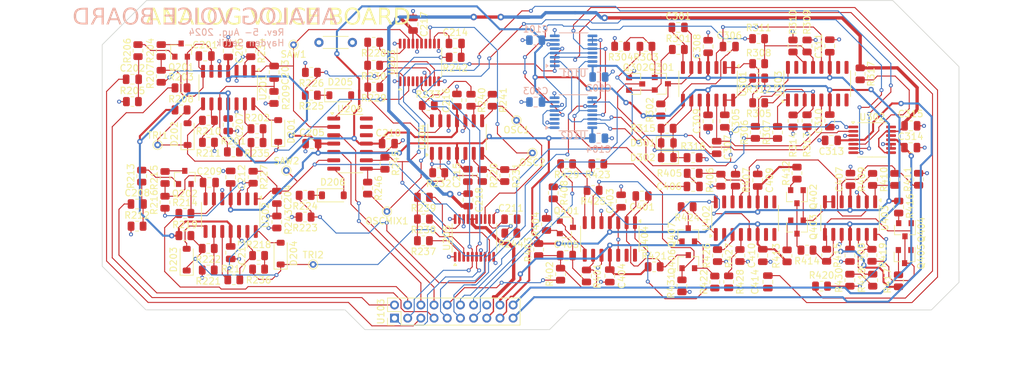
<source format=kicad_pcb>
(kicad_pcb (version 20240108) (generator "pcbnew") (generator_version "8.0")
  (layers (0 "F.Cu" signal) (1 "In1.Cu" signal) (2 "In2.Cu" signal) (31 "B.Cu" signal) (34 "B.Paste" user) (35 "F.Paste" user) (36 "B.SilkS" user "B.Silkscreen") (37 "F.SilkS" user "F.Silkscreen") (38 "B.Mask" user) (39 "F.Mask" user) (44 "Edge.Cuts" user))
  (net 0 "")
  (net 1 "Net-(Q201-E)")
  (net 2 "/DCO/O1_MIXF")
  (net 3 "CLK_1")
  (net 4 "SAW1_FULL")
  (net 5 "/DCO/O2_MIXF")
  (net 6 "Net-(U202C-+)")
  (net 7 "Net-(U206C--)")
  (net 8 "GND")
  (net 9 "+12V")
  (net 10 "-12V")
  (net 11 "CLK_2")
  (net 12 "Net-(Q202-E)")
  (net 13 "Net-(C209-Pad2)")
  (net 14 "SAW2_FULL")
  (net 15 "Net-(D205-A)")
  (net 16 "+3.3V")
  (net 17 "Net-(C301-Pad1)")
  (net 18 "Net-(Q301-C)")
  (net 19 "Net-(U301A-+)")
  (net 20 "FILTER_OUT")
  (net 21 "Net-(U301C-+)")
  (net 22 "Net-(D301-K)")
  (net 23 "Net-(U301A--)")
  (net 24 "HP_IN")
  (net 25 "Net-(Q401-E)")
  (net 26 "FOLDER_IN")
  (net 27 "Net-(Q406-B)")
  (net 28 "VCA_IN")
  (net 29 "Net-(D201-A)")
  (net 30 "Net-(D202-A)")
  (net 31 "Net-(D203-A)")
  (net 32 "Net-(D204-A)")
  (net 33 "Net-(D301-A)")
  (net 34 "SDA")
  (net 35 "SCL")
  (net 36 "FOLD_FIRST")
  (net 37 "HP_MODE")
  (net 38 "LEVEL_1_CV")
  (net 39 "LEVEL_2_CV")
  (net 40 "PWM_1_CV")
  (net 41 "PWM_2_CV")
  (net 42 "CUTOFF_CV")
  (net 43 "FOLD_CV")
  (net 44 "VCA_CV")
  (net 45 "VCA_OUT")
  (net 46 "Net-(Q201-B)")
  (net 47 "Net-(Q201-C)")
  (net 48 "Net-(Q202-B)")
  (net 49 "Net-(Q202-C)")
  (net 50 "Net-(Q301-B)")
  (net 51 "Net-(Q301-E)")
  (net 52 "Net-(Q302-C)")
  (net 53 "Net-(Q401-B)")
  (net 54 "Net-(Q401-C)")
  (net 55 "Net-(Q402-B)")
  (net 56 "Net-(Q402-E)")
  (net 57 "Net-(Q402-C)")
  (net 58 "Net-(Q403-E)")
  (net 59 "Net-(Q404-B)")
  (net 60 "Net-(Q404-E)")
  (net 61 "Net-(Q404-C)")
  (net 62 "Net-(Q405-E)")
  (net 63 "Net-(Q406-E)")
  (net 64 "Net-(Q406-C)")
  (net 65 "Net-(U201C--)")
  (net 66 "TRI1_FULL")
  (net 67 "Net-(U202D--)")
  (net 68 "Net-(U202C--)")
  (net 69 "TRI2_FULL")
  (net 70 "PULSE2_FULL")
  (net 71 "PULSE1_FULL")
  (net 72 "Net-(U203C-P2W)")
  (net 73 "Net-(U204C--)")
  (net 74 "Net-(U203A-P0W)")
  (net 75 "Net-(U203B-P1W)")
  (net 76 "Net-(U203D-P3W)")
  (net 77 "Net-(U204A--)")
  (net 78 "Net-(U205A-P0W)")
  (net 79 "Net-(U205B-P1W)")
  (net 80 "Net-(U205C-P2W)")
  (net 81 "Net-(U205D-P3W)")
  (net 82 "OSC_MIX")
  (net 83 "Net-(U303C-+)")
  (net 84 "Net-(U301D--)")
  (net 85 "Net-(R306-Pad2)")
  (net 86 "Net-(R307-Pad2)")
  (net 87 "Net-(U303A--)")
  (net 88 "Net-(U303A-+)")
  (net 89 "LP_IN")
  (net 90 "Net-(U303C--)")
  (net 91 "Net-(U402A--)")
  (net 92 "Net-(U402A-+)")
  (net 93 "Net-(R408-Pad1)")
  (net 94 "Net-(U403A--)")
  (net 95 "Net-(U403B-+)")
  (net 96 "Net-(U403C--)")
  (net 97 "Net-(U403D--)")
  (net 98 "FOLDER_OUT")
  (net 99 "Net-(R424-Pad1)")
  (net 100 "Net-(U404B--)")
  (net 101 "Net-(U402C-+)")
  (net 102 "Net-(U402C--)")
  (net 107 "Net-(U301D-+)")
  (net 108 "FILTER_IN")
  (net 121 "Net-(U202A--)")
  (net 122 "Net-(D206-A)")
  (net 123 "-5V")
  (net 124 "Net-(U204D--)")
  (net 125 "Net-(R245-Pad2)")
  (net 129 "+5V")
  (net 130 "Net-(U302-~{SHDN})")
  (net 133 "Net-(R233-Pad2)")
  (net 134 "Net-(D206-K)")
  (net 135 "Net-(R420-Pad2)")
  (net 136 "Net-(R218-Pad2)")
  (net 137 "Net-(R202-Pad2)")
  (net 138 "Net-(U201A--)")
  (net 142 "Net-(R220-Pad1)")
  (net 143 "Net-(C214-Pad2)")
  (net 144 "Net-(C211-Pad2)")
  (net 145 "Net-(R425-Pad2)")
  (net 146 "Net-(R418-Pad1)")
  (net 147 "Net-(R409-Pad1)")
  (net 148 "Net-(U204B--)")
  (net 149 "Net-(U201D--)")
  (net 150 "Net-(C414-Pad2)")
  (net 151 "Net-(C401-Pad1)")
  (net 152 "Net-(C406-Pad2)")
  (net 153 "Net-(U404C--)")
  (net 154 "Net-(D205-K)")
  (net 155 "Net-(C208-Pad2)")
  (net 156 "Net-(U201C-+)")
  (net 157 "Net-(C202-Pad2)")
  (net 158 "Net-(C201-Pad2)")
  (net 159 "Net-(Q407-C)")
  (footprint "Resistor_SMD:R_0805_2012Metric" (layer "F.Cu") (at 8.9525 11.515 90)
    (property "Reference" "R207")
    (property "Value" "100k")
  )
  (footprint "Capacitor_SMD:C_0805_2012Metric" (layer "F.Cu") (at 89.67 28.255)
    (property "Reference" "C406")
    (property "Value" "470n")
  )
  (footprint "Capacitor_SMD:C_0805_2012Metric" (layer "F.Cu") (at 99.455 27.305 90)
    (property "Reference" "C409")
    (property "Value" "100n")
  )
  (footprint "Resistor_SMD:R_0805_2012Metric" (layer "F.Cu") (at 9.5375 26.89 90)
    (property "Reference" "R215")
    (property "Value" "470")
  )
  (footprint "Capacitor_SMD:C_0805_2012Metric" (layer "F.Cu") (at 53.8175 15.15 -90)
    (property "Reference" "C216")
    (property "Value" "100n")
  )
  (footprint "Resistor_SMD:R_0805_2012Metric" (layer "F.Cu") (at 19.9675 42.425)
    (property "Reference" "R217")
    (property "Value" "10k")
  )
  (footprint "Package_SO:TSSOP-20_4.4x6.5mm_P0.65mm" (layer "F.Cu") (at 56.475 36.075 90)
    (property "Reference" "U205")
    (property "Value" "MCP4451-104E-ST")
  )
  (footprint "Resistor_SMD:R_0805_2012Metric" (layer "F.Cu") (at 78.6638 6.9596 180)
    (property "Reference" "R304")
    (property "Value" "1k8")
  )
  (footprint "Package_SO:SOIC-16_3.9x9.9mm_P1.27mm" (layer "F.Cu") (at 108.49 12.64 90)
    (property "Reference" "U303")
    (property "Value" "LM13700")
  )
  (footprint "Resistor_SMD:R_0805_2012Metric" (layer "F.Cu") (at 59.195 15.15 -90)
    (property "Reference" "R241")
    (property "Value" "100k")
  )
  (footprint "Capacitor_SMD:C_0805_2012Metric" (layer "F.Cu") (at 55.515 30.295 -90)
    (property "Reference" "C218")
    (property "Value" "100n")
  )
  (footprint "Capacitor_SMD:C_0805_2012Metric" (layer "F.Cu") (at 113.530001 27.18 90)
    (property "Reference" "C407")
    (property "Value" "100n")
  )
  (footprint "Resistor_SMD:R_0805_2012Metric" (layer "F.Cu") (at 5.9975 26.68 -90)
    (property "Reference" "R213")
    (property "Value" "1k")
  )
  (footprint "Resistor_SMD:R_0805_2012Metric" (layer "F.Cu") (at 68.445 29.225 -90)
    (property "Reference" "R408")
    (property "Value" "4k7")
  )
  (footprint "Capacitor_SMD:C_0805_2012Metric" (layer "F.Cu") (at 70.4325 38.745)
    (property "Reference" "C405")
    (property "Value" "1n")
  )
  (footprint "Resistor_SMD:R_0805_2012Metric" (layer "F.Cu") (at 31.74 10.922501 180)
    (property "Reference" "R226")
    (property "Value" "47k")
  )
  (footprint "Capacitor_SMD:C_0805_2012Metric" (layer "F.Cu") (at 95.14 7)
    (property "Reference" "C306")
    (property "Value" "1n")
  )
  (footprint "Capacitor_SMD:C_0805_2012Metric" (layer "F.Cu") (at 91.925 18.33 -90)
    (property "Reference" "C309")
    (property "Value" "100n")
  )
  (footprint "Resistor_SMD:R_0805_2012Metric" (layer "F.Cu") (at 16.12 18.21 180)
    (property "Reference" "R210")
    (property "Value" "10k")
  )
  (footprint "Capacitor_SMD:C_0805_2012Metric" (layer "F.Cu") (at 19.49 26.845 -90)
    (property "Reference" "C212")
    (property "Value" "100n")
  )
  (footprint "Resistor_SMD:R_0805_2012Metric" (layer "F.Cu") (at 73.480001 41.855 -90)
    (property "Reference" "R401")
    (property "Value" "6k8")
  )
  (footprint "PCM_4ms_Package_SOT:SOT-23" (layer "F.Cu") (at 84.84 12.65)
    (property "Reference" "Q301")
    (property "Value" "BC857")
  )
  (footprint "Resistor_SMD:R_0805_2012Metric" (layer "F.Cu") (at 93.865 27.3 90)
    (property "Reference" "R406")
    (property "Value" "680")
  )
  (footprint "Capacitor_SMD:C_0805_2012Metric" (layer "F.Cu") (at 110.39 6.91 90)
    (property "Reference" "C311")
    (property "Value" "100n")
  )
  (footprint "Capacitor_SMD:C_0805_2012Metric" (layer "F.Cu") (at 47.165 3.61 -90)
    (property "Reference" "C217")
    (property "Value" "100n")
  )
  (footprint "Resistor_SMD:R_0805_2012Metric" (layer "F.Cu") (at 87.42 7.44)
    (property "Reference" "R301")
    (property "Value" "4k7")
  )
  (footprint "Resistor_SMD:R_0805_2012Metric" (layer "F.Cu") (at 26.065 14.73 90)
    (property "Reference" "R209")
    (property "Value" "10k")
  )
  (footprint "Diode_SMD:D_SOD-123" (layer "F.Cu") (at 12.95 20.3 90)
    (property "Reference" "D202")
    (property "Value" "1N4148")
  )
  (footprint "Resistor_SMD:R_0805_2012Metric" (layer "F.Cu") (at 41.18 9.855 180)
    (property "Reference" "R230")
    (property "Value" "100k")
  )
  (footprint "Resistor_SMD:R_0805_2012Metric" (layer "F.Cu") (at 5.2875 34.29)
    (property "Reference" "R212")
    (property "Value" "47k")
  )
  (footprint "Resistor_SMD:R_0805_2012Metric" (layer "F.Cu") (at 48.7375 33.2 180)
    (property "Reference" "R238")
    (property "Value" "100k")
  )
  (footprint "Resistor_SMD:R_0805_2012Metric" (layer "F.Cu") (at 23.49 19.485)
    (property "Reference" "R202")
    (property "Value" "10k")
  )
  (footprint "Capacitor_SMD:C_0805_2012Metric" (layer "F.Cu") (at 91.935 6.99 90)
    (property "Reference" "C308")
    (property "Value" "100n")
  )
  (footprint "Resistor_SMD:R_0805_2012Metric" (layer "F.Cu") (at 99.6 9.6 180)
    (property "Reference" "R308")
    (property "Value" "10k")
  )
  (footprint "Capacitor_SMD:C_0805_2012Metric" (layer "F.Cu") (at 62.005 33.225)
    (property "Reference" "C211")
    (property "Value" "1u")
  )
  (footprint "Resistor_SMD:R_0805_2012Metric" (layer "F.Cu") (at 57.675 26.595 90)
    (property "Reference" "R220")
    (property "Value" "100k")
  )
  (footprint "Capacitor_SMD:C_0805_2012Metric" (layer "F.Cu") (at 53.565 6.53)
    (property "Reference" "C214")
    (property "Value" "1u")
  )
  (footprint "Resistor_SMD:R_0805_2012Metric" (layer "F.Cu") (at 19.9 23)
    (property "Reference" "R201")
    (property "Value" "10k")
  )
  (footprint "Capacitor_SMD:C_0805_2012Metric" (layer "F.Cu") (at 19.49 38.315 90)
    (property "Reference" "C213")
    (property "Value" "100n")
  )
  (footprint "Package_SO:SOIC-14_3.9x8.7mm_P1.27mm" (layer "F.Cu") (at 19.49 32.615 -90)
    (property "Reference" "U202")
    (property "Value" "TL074")
  )
  (footprint "Resistor_SMD:R_0805_2012Metric" (layer "F.Cu") (at 8.9525 7.615 90)
    (property "Reference" "R204")
    (property "Value" "470")
  )
  (footprint "Resistor_SMD:R_0805_2012Metric" (layer "F.Cu") (at 23.7275 38.755)
    (property "Reference" "R218")
    (property "Value" "10k")
  )
  (footprint "Resistor_SMD:R_0805_2012Metric" (layer "F.Cu") (at 123.87 27.16 90)
    (property "Reference" "R411")
    (property "Value" "5k6")
  )
  (footprint "Capacitor_SMD:C_0805_2012Metric" (layer "F.Cu") (at 77.015 41.835 -90)
    (property "Reference" "C404")
    (property "Value" "100n")
  )
  (footprint "Capacitor_SMD:C_0805_2012Metric" (layer "F.Cu") (at 87.39 4.09)
    (property "Reference" "C301")
    (property "Value" "4n7")
  )
  (footprint "PCM_4ms_Package_SOT:SOT-23" (layer "F.Cu") (at 105.42 34.42 -90)
    (property "Reference" "Q403")
    (property "Value" "BC847")
  )
  (footprint "Capacitor_SMD:C_0805_2012Metric" (layer "F.Cu") (at 19.115 18.88 90)
    (property "Reference" "C207")
    (property "Value" "100n")
  )
  (footprint "Resistor_SMD:R_0805_2012Metric" (layer "F.Cu") (at 12.5475 32.36)
    (property "Reference" "R214")
    (property "Value" "100k")
  )
  (footprint "Package_SO:SOIC-14_3.9x8.7mm_P1.27mm" (layer "F.Cu") (at 53.835 20.75 90)
    (property "Reference" "U204")
    (property "Value" "TL074")
  )
  (footprint "Resistor_SMD:R_0805_2012Metric" (layer "F.Cu") (at 116.890001 27.18 90)
    (property "Reference" "R409")
    (property "Value" "47k")
  )
  (footprint "Capacitor_SMD:C_0805_2012Metric" (layer "F.Cu") (at 110.39 18.29 -90)
    (property "Reference" "C310")
    (property "Value" "100n")
  )
  (footprint "Resistor_SMD:R_0805_2012Metric" (layer "F.Cu") (at 99.59 5.8)
    (property "Reference" "R311")
    (property "Value" "10k")
  )
  (footprint "Capacitor_SMD:C_0805_2012Metric" (layer "F.Cu") (at 113.45 38.71 -90)
    (property "Reference" "C408")
    (property "Value" "100n")
  )
  (footprint "Capacitor_SMD:C_0805_2012Metric" (layer "F.Cu") (at 4.58 11.965)
    (property "Reference" "C202")
    (property "Value" "1n")
  )
  (footprint "Diode_SMD:D_SOD-123" (layer "F.Cu") (at 27.0775 38.4525 90)
    (property "Reference" "D204")
    (property "Value" "1N4148")
  )
  (footprint "Capacitor_SMD:C_0805_2012Metric" (layer "F.Cu") (at 94.46 18.32 -90)
    (property "Reference" "C305")
    (property "Value" "470n")
  )
  (footprint "Resistor_SMD:R_0805_2012Metric" (layer "F.Cu") (at 16.0875 40.955)
    (property "Reference" "R221")
    (property "Value" "10k")
  )
  (footprint "Resistor_SMD:R_0805_2012Metric" (layer "F.Cu") (at 66.2178 37.846 -90)
    (property "Reference" "R403")
    (property "Value" "680k")
  )
  (footprint "Resistor_SMD:R_0805_2012Metric" (layer "F.Cu") (at 23.49 21.585 180)
    (property "Reference" "R235")
    (property "Value" "10k")
  )
  (footprint "Resistor_SMD:R_0805_2012Metric" (layer "F.Cu") (at 51.06 26.17 180)
    (property "Reference" "R232")
    (property "Value" "33k")
  )
  (footprint "Resistor_SMD:R_0805_2012Metric" (layer "F.Cu") (at 40.275 28.5 -90)
    (property "Reference" "R246")
    (property "Value" "470")
  )
  (footprint "Resistor_SMD:R_0805_2012Metric" (layer "F.Cu") (at 4.58 15.365)
    (property "Reference" "R205")
    (property "Value" "47k")
  )
  (footprint "Connector_PinHeader_2.00mm:PinHeader_2x10_P2.00mm_Vertical" (layer "F.Cu") (at 44.35 48.26 90)
    (property "Reference" "U103")
    (property "Value" "VoiceBoardConn_20P_200P")
  )
  (footprint "Package_SO:TSSOP-14_4.4x5mm_P0.65mm" (layer "F.Cu") (at 116.83 21.17)
    (property "Reference" "U302")
    (property "Value" "AD5280")
  )
  (footprint "Resistor_SMD:R_0805_2012Metric" (layer "F.Cu") (at 61.995 35.345 180)
    (property "Reference" "R244")
    (property "Value" "10k")
  )
  (footprint "Diode_SMD:D_SOD-123" (layer "F.Cu") (at 26.7 19.8225 90)
    (property "Reference" "D201")
    (property "Value" "1N4148")
  )
  (footprint "TestPoint:TestPoint_THTPad_D1.0mm_Drill0.5mm" (layer "F.Cu") (at 27.94 25.8318)
    (property "Reference" "SAW2")
    (property "Value" "SAW2_DC")
  )
  (footprint "Resistor_SMD:R_0805_2012Metric" (layer "F.Cu") (at 104.82 18.3 90)
    (property "Reference" "R314")
    (property "Value" "470")
  )
  (footprint "Package_SO:SOIC-14_3.9x8.7mm_P1.27mm" (layer "F.Cu") (at 37.6025 21.742501)
    (property "Reference" "U206")
    (property "Value" "TL074")
  )
  (footprint "TestPoint:TestPoint_THTPad_D1.0mm_Drill0.5mm" (layer "F.Cu") (at 65.278 23.1648 180)
    (property "Reference" "OSC2")
    (property "Value" "OSC2")
  )
  (footprint "Capacitor_SMD:C_0805_2012Metric" (layer "F.Cu") (at 55.475 26.575 90)
    (property "Reference" "C215")
    (property "Value" "100n")
  )
  (footprint "Resistor_THT:R_Axial_DIN0204_L3.6mm_D1.6mm_P5.08mm_Horizontal" (layer "F.Cu") (at 32.885 6.375)
    (property "Reference" "R247" (hide yes))
    (property "Value" "LOOP")
  )
  (footprint "TestPoint:TestPoint_THTPad_D1.0mm_Drill0.5mm" (layer "F.Cu") (at 29.025 6.725 180)
    (property "Reference" "SAW1")
    (property "Value" "SAW1_DC")
  )
  (footprint "Resistor_SMD:R_0805_2012Metric" (layer "F.Cu") (at 109.14 43.4)
    (property "Reference" "R420")
    (property "Value" "1k")
  )
  (footprint "Capacitor_SMD:C_0805_2012Metric" (layer "F.Cu") (at 78.735 30.47 90)
    (property "Reference" "C403")
    (property "Value" "100n")
  )
  (footprint "Resistor_SMD:R_0805_2012Metric" (layer "F.Cu") (at 99.61 11.79 180)
    (property "Reference" "R312")
    (property "Value" "10k")
  )
  (footprint "Resistor_SMD:R_0805_2012Metric" (layer "F.Cu") (at 22.8975 26.85 -90)
    (property "Reference" "R227")
    (property "Value" "33k")
  )
  (footprint "Resistor_SMD:R_0805_2012Metric" (layer "F.Cu") (at 48.7375 36.5 180)
    (property "Reference" "R237")
    (property "Value" "100k")
  )
  (footprint "Resistor_SMD:R_0805_2012Metric" (layer "F.Cu") (at 82.5 6.97 180)
    (property "Reference" "R303")
    (property "Value" "100k")
  )
  (footprint "Package_SO:SOIC-16_3.9x9.9mm_P1.27mm" (layer "F.Cu") (at 97.545 33.075 90)
    (property "Reference" "U402")
    (property "Value" "LM13700")
  )
  (footprint "TestPoint:TestPoint_THTPad_D1.0mm_Drill0.5mm" (layer "F.Cu") (at 62.865 18.2118 180)
    (property "Reference" "OSC1")
    (property "Value" "OSC1")
  )
  (footprint "Capacitor_SMD:C_0805_2012Metric" (layer "F.Cu") (at 43.4125 21.742501 180)
    (property "Reference" "C210")
    (property "Value" "100n")
  )
  (footprint "TestPoint:TestPoint_THTPad_D1.0mm_Drill0.5mm" (layer "F.Cu") (at 8.4074 21.9456)
    (property "Reference" "TRI1")
    (property "Value" "SAW1_DC")
  )
  (footprint "Resistor_SMD:R_0805_2012Metric" (layer "F.Cu") (at 83.75 40.46)
    (property "Reference" "R421")
    (property "Value" "470k")
  )
  (footprint "Resistor_SMD:R_0805_2012Metric" (layer "F.Cu") (at 102.47 20.05 90)
    (property "Reference" "R307")
    (property "Value" "10k")
  )
  (footprint "Capacitor_SMD:C_0805_2012Metric" (layer "F.Cu") (at 26.09 10.905 -90)
    (property "Reference" "C203")
    (property "Value" "1u")
  )
  (footprint "Resistor_SMD:R_0805_2012Metric" (layer "F.Cu") (at 16.12 21.55 180)
    (property "Reference" "R211")
    (property "Value" "10k")
  )
  (footprint "Resistor_SMD:R_0805_2012Metric" (layer "F.Cu") (at 22.54 7.63 -90)
    (property "Reference" "R234")
    (property "Value" "33k")
  )
  (footprint "Resistor_SMD:R_0805_2012Metric" (layer "F.Cu") (at 49.475 15.94 180)
    (property "Reference" "R233")
    (property "Value" "33k")
  )
  (footprint "PCM_4ms_Package_SOT:SOT-23" (layer "F.Cu") (at 88.925 35.6 90)
    (property "Reference" "Q407")
    (property "Value" "BC857")
  )
  (footprint "Resistor_SMD:R_0805_2012Metric" (layer "F.Cu") (at 88.75 31.35 180)
    (property "Reference" "R424")
    (property "Value" "4k7")
  )
  (footprint "Capacitor_SMD:C_0805_2012Metric" (layer "F.Cu") (at 93.23 22.33 -90)
    (property "Reference" "C307")
    (property "Value" "1n")
  )
  (footprint "Capacitor_SMD:C_0805_2012Metric" (layer "F.Cu") (at 81.91 29.7 180)
    (property "Reference" "C401")
    (property "Value" "4n7")
  )
  (footprint "Capacitor_SMD:C_0805_2012Metric" (layer "F.Cu") (at 16.25 27.655 180)
    (property "Reference" "C209")
    (property "Value" "1n")
  )
  (footprint "Resistor_SMD:R_0805_2012Metric" (layer "F.Cu") (at 16.0875 37.675 180)
    (property "Reference" "R222")
    (property "Value" "10k")
  )
  (footprint "Resistor_SMD:R_0805_2012Metric" (layer "F.Cu") (at 93.36 38.76 90)
    (property "Reference" "R426")
    (property "Value" "680")
  )
  (footprint "Resistor_SMD:R_0805_2012Metric" (layer "F.Cu") (at 11.96 13.28)
    (property "Reference" "R203")
    (property "Value" "100k")
  )
  (footprint "Resistor_SMD:R_0805_2012Metric" (layer "F.Cu") (at 75.195 24.825 180)
    (property "Reference" "R423")
    (property "Value" "100k")
  )
  (footprint "Resistor_SMD:R_0805_2012Metric" (layer "F.Cu") (at 61.075 26.6 90)
    (property "Reference" "R231")
    (property "Value" "100k")
  )
  (footprint "PCM_4ms_Package_SOT:SOT-23" (layer "F.Cu") (at 11.9725 7.535 90)
    (property "Reference" "Q201")
    (property "Value" "BC857")
  )
  (footprint "Resistor_SMD:R_0805_2012Metric" (layer "F.Cu") (at 9.5275 30.65 90)
    (property "Reference" "R216")
    (property "Value" "100k")
  )
  (footprint "Resistor_SMD:R_0805_2012Metric" (layer "F.Cu") (at 95.05 42.75 -90)
    (property "Reference" "R428")
    (property "Value" "100k")
  )
  (footprint "Resistor_SMD:R_0805_2012Metric" (layer "F.Cu") (at 69.545 41.575 90)
    (property "Reference" "R402")
    (property "Value" "100k")
  )
  (footprint "Capacitor_SMD:C_0805_2012Metric" (layer "F.Cu") (at 19.115 7.63 -90)
    (property "Reference" "C206")
    (property "Value" "100n")
  )
  (footprint "PCM_4ms_Package_SOT:SOT-23" (layer "F.Cu") (at 121.8 34.83 -90)
    (property "Reference" "Q404")
    (property "Value" "BC857")
  )
  (footprint "Resistor_SMD:R_0805_2012Metric" (layer "F.Cu") (at 89.65 23.88 180)
    (property "Reference" "R316")
    (property "Value" "1k8")
  )
  (footprint "Resistor_SMD:R_0805_2012Metric" (layer "F.Cu") (at 116.910001 42.49 90)
    (property "Reference" "R418")
    (property "Value" "100k")
  )
  (footprint "Resistor_SMD:R_0805_2012Metric" (layer "F.Cu") (at 99.61 15.54 180)
    (property "Reference" "R305")
    (property "Value" "10k")
  )
  (footprint "Resistor_SMD:R_0805_2012Metric" (layer "F.Cu") (at 5.43 7.615 -90)
    (property "Reference" "R206")
    (property "Value" "1k")
  )
  (footprint "Resistor_SMD:R_0805_2012Metric" (layer "F.Cu") (at 113.44 42.49 90)
    (property "Reference" "R430")
    (property "Value" "33k")
  )
  (footprint "PCM_4ms_Package_SOT:SOT-23" (layer "F.Cu") (at 80.94 12.675)
    (property "Reference" "Q302")
    (property "Value" "BC857")
  )
  (footprint "Resistor_SMD:R_0805_2012Metric" (layer "F.Cu") (at 31.7325 14.392501 180)
    (property "Reference" "R225")
    (property "Value" "100k")
  )
  (footprint "Resistor_SMD:R_0805_2012Metric" (layer "F.Cu") (at 89.67 26.255)
    (property "Reference" "R405")
    (property "Value" "100k")
  )
  (footprint "Resistor_SMD:R_0805_2012Metric" (layer "F.Cu") (at 53.56 8.63 180)
    (property "Reference" "R242")
    (property "Value" "10k")
  )
  (footprint "Package_SO:SOIC-14_3.9x8.7mm_P1.27mm" (layer "F.Cu") (at 113.47 33.06 -90)
    (property "Reference" "U403")
    (property "Value" "TL074")
  )
  (footprint "Package_SO:SOIC-14_3.9x8.7mm_P1.27mm" (layer "F.Cu") (at 19.1125 13.23 -90)
    (property "Reference" "U201")
    (property "Value" "TL074")
  )
  (footprint "Diode_SMD:D_SOD-123" (layer "F.Cu") (at 12.8175 39.375 90)
    (property "Reference" "D203")
    (property "Value" "1N4148")
  )
  (footprint "PCM_4ms_Package_SOT:SOT-23" (layer "F.Cu") (at 121.75 38.91 -90)
    (property "Reference" "Q405")
    (property "Value" "BC847")
  )
  (footprint "Resistor_SMD:R_0805_2012Metric" (layer "F.Cu") (at 23.7275 40.815 180)
    (property "Reference" "R236")
    (property "Value" "10k")
  )
  (footprint "Resistor_SMD:R_0805_2012Metric" (layer "F.Cu") (at 85.710001 19.43 180)
    (property "Reference" "R315")
    (property "Value" "10k")
  )
  (footprint "Resistor_SMD:R_0805_2012Metric" (layer "F.Cu") (at 30.78 32.9 180)
    (property "Reference" "R223")
    (property "Value" "47k")
  )
  (footprint "LED_SMD:LED_0805_2012Metric" (layer "F.Cu") (at 85.740001 23.87 180)
    (property "Reference" "D302")
    (property "Value" "LED")
  )
  (footprint "Resistor_SMD:R_0805_2012Metric" (layer "F.Cu") (at 30.79 29.6 180)
    (property "Reference" "R224")
    (property "Value" "100k")
  )
  (footprint "PCM_4ms_Package_SOT:SOT-23" (layer "F.Cu") (at 88.93 39.675 90)
    (property "Reference" "Q406")
    (property "Value" "BC857")
  )
  (footprint "Resistor_SMD:R_0805_2012Metric" (layer "F.Cu") (at 103.915 38.8 90)
    (property "Reference" "R413")
    (property "Value" "22k")
  )
  (footprint "Resistor_SMD:R_0805_2012Metric" (layer "F.Cu") (at 120.85 31.38 90)
    (property "Reference" "R416")
    (property "Value" "22k")
  )
  (footprint "LED_SMD:LED_0805_2012Metric" (layer "F.Cu") (at 85.750001 21.64)
    (property "Reference" "D301")
    (property "Value" "LED")
  )
  (footprint "Resistor_SMD:R_0805_2012Metric" (layer "F.Cu") (at 116.8 38.71 -90)
    (property "Reference" "R419")
    (property "Value" "10k")
  )
  (footprint "Resistor_SMD:R_0805_2012Metric" (layer "F.Cu") (at 96.76 38.75 90)
    (property "Reference" "R427")
    (property "Value" "680")
  )
  (footprint "PCM_4ms_Package_SOT:SOT-23" (layer "F.Cu") (at 70.4325 34.47)
    (property "Reference" "Q401")
    (property "Value" "BC857")
  )
  (footprint "Resistor_SMD:R_0805_2012Metric" (layer "F.Cu") (at 41.19 6.345 180)
    (property "Reference" "R228")
    (property "Value" "100k")
  )
  (footprint "Resistor_SMD:R_0805_2012Metric" (layer "F.Cu") (at 120.82 42.59 90)
    (property "Reference" "R417")
    (property "Value" "22k")
  )
  (footprint "Package_SO:TSSOP-20_4.4x6.5mm_P0.65mm" (layer "F.Cu") (at 48.125 9.4125 90)
    (property "Reference" "U203")
    (property "Value" "MCP4451-104E-ST")
  )
  (footprint "Capacitor_SMD:C_0805_2012Metric" (layer "F.Cu") (at 26.4975 29.905 -90)
    (property "Reference" "C204")
    (property "Value" "1u")
  )
  (footprint "Resistor_SMD:R_0805_2012Metric" (layer "F.Cu") (at 55.955 15.15 -90)
    (property "Reference" "R240")
    (property "Value" "100k")
  )
  (footprint "Resistor_SMD:R_0805_2012Metric" (layer "F.Cu") (at 106.95 6.91 -90)
    (property "Reference" "R309")
    (property "Value" "470")
  )
  (footprint "Resistor_SMD:R_0805_2012Metric" (layer "F.Cu") (at 84.75 16.625 90)
    (property "Reference" "R302")
    (property "Value" "470k")
  )
  (footprint "Capacitor_SMD:C_0805_2012Metric" (layer "F.Cu") (at 5.3175 30.92)
    (property "Reference" "C208")
    (property "Value" "1n")
  )
  (footprint "Resistor_SMD:R_0805_2012Metric" (layer "F.Cu") (at 96.09 27.3 -90)
    (property "Reference" "R407")
    (property "Value" "680")
  )
  (footprint "Resistor_SMD:R_0805_2012Metric" (layer "F.Cu") (at 67.4075 34.02 90)
    (property "Reference" "R404")
    (property "Value" "1k")
  )
  (footprint "Package_SO:SOIC-14_3.9x8.7mm_P1.27mm" (layer "F.Cu") (at 77.025 36.225 -90)
    (property "Reference" "U404")
    (property "Value" "TL074")
  )
  (footprint "Capacitor_SMD:C_0805_2012Metric" (layer "F.Cu") (at 122.67 22.35)
    (property "Reference" "C314")
    (property "Value" "100n")
  )
  (footprint "Resistor_SMD:R_0805_2012Metric" (layer "F.Cu") (at 48.7375 29.9 180)
    (property "Reference" "R239")
    (property "Value" "100k")
  )
  (footprint "Resistor_SMD:R_0805_2012Metric" (layer "F.Cu") (at 106.94 18.28 90)
    (property "Reference" "R313")
    (property "Value" "470")
  )
  (footprint "Capacitor_SMD:C_0805_2012Metric" (layer "F.Cu") (at 110.64 21.25 180)
    (property "Reference" "C313")
    (property "Value" "100n")
  )
  (footprint "TestPoint:TestPoint_THTPad_D1.0mm_Drill0.5mm" (layer "F.Cu") (at 43.2054 32.0548 180)
    (property "Reference" "OSCMIX1")
    (property "Value" "OSC2")
  )
  (footprint "Capacitor_SMD:C_0805_2012Metric" (layer "F.Cu") (at 122.69 19.04)
    (property "Reference" "C315")
    (property "Value" "100n")
  )
  (footprint "Resistor_SMD:R_0805_2012Metric" (layer "F.Cu") (at 11.96 16.625)
    (property "Reference" "R208")
    (property "Value" "10k")
  )
  (footprint "Resistor_SMD:R_0805_2012Metric" (layer "F.Cu") (at 104.81 6.91 -90)
    (property "Reference" "R310")
    (property "Value" "470")
  )
  (footprint "PCM_4ms_Package_SOT:SOT-23" (layer "F.Cu") (at 12.5275 26.88 90)
    (property "Reference" "Q202")
    (property "Value" "BC857")
  )
  (footprint "Capacitor_SMD:C_0805_2012Metric" (layer "F.Cu") (at 101 42.75 -90)
    (property "Reference" "C414")
    (property "Value" "470n")
  )
  (footprint "Diode_SMD:D_SOD-123" (layer "F.Cu") (at 35 29.6)
    (property "Reference" "D206")
    (property "Value" "1N4148")
  )
  (footprint "Capacitor_SMD:C_0805_2012Metric" (layer "F.Cu") (at 15.615 8.43 180)
    (property "Reference" "C201")
    (property "Value" "1n")
  )
  (footprint "Resistor_SMD:R_0805_2012Metric" (layer "F.Cu") (at 106.94 37.93 180)
    (property "Reference" "R414")
    (property "Value" "10k")
  )
  (footprint "Resistor_SMD:R_0805_2012Metric" (layer "F.Cu") (at 12.5475 35.72)
    (property "Reference" "R219")
    (property "Value" "10k")
  )
  (footprint "Diode_SMD:D_SOD-123" (layer "F.Cu") (at 36.1225 14.392501)
    (property "Reference" "D205")
    (property "Value" "1N4148")
  )
  (footprint "Resistor_SMD:R_0805_2012Metric" (layer "F.Cu") (at 115.01 11.15 -90)
    (property "Reference" "R317")
    (property "Value" "10k")
  )
  (footprint "Resistor_SMD:R_0805_2012Metric" (layer "F.Cu") (at 70.465 24.825 180)
    (property "Reference" "R429")
    (property "Value" "1k")
  )
  (footprint "Resistor_SMD:R_0805_2012Metric" (layer "F.Cu") (at 109.91 38.71 -90)
    (property "Reference" "R415")
    (property "Value" "18k")
  )
  (footprint "Resistor_SMD:R_0805_2012Metric" (layer "F.Cu") (at 92.95 42.775 90)
    (property "Reference" "R422")
    (property "Value" "4k7")
  )
  (footprint "Resistor_SMD:R_0805_2012Metric" (layer "F.Cu") (at 42.9 24.73 -90)
    (property "Reference" "R245")
    (property "Value" "33k")
  )
  (footprint "Resistor_SMD:R_0805_2012Metric" (layer "F.Cu") (at 41.2 13.175 180)
    (property "Reference" "R229")
    (property "Value" "100k")
  )
  (footprint "Resistor_SMD:R_0805_2012Metric" (layer "F.Cu") (at 74.485 28.85 180)
    (property "Reference" "R425")
    (property "Value" "33k")
  )
  (footprint "Capacitor_SMD:C_0805_2012Metric" (layer "F.Cu") (at 31.8125 21.752501)
    (property "Reference" "C205")
    (property "Value" "100n")
  )
  (footprint "Resistor_SMD:R_0805_2012Metric" (layer "F.Cu") (at 120.270001 27.18 90)
    (property "Reference" "R410")
    (property "Value" "47k")
  )
  (footprint "Resistor_SMD:R_0805_2012Metric" (layer "F.Cu") (at 99.105 20.035 90)
    (property "Reference" "R306")
    (property "Value" "10k")
  )
  (footprint "TestPoint:TestPoint_THTPad_D1.0mm_Drill0.5mm" (layer "F.Cu") (at 32.004 40.1066)
    (property "Reference" "TRI2")
    (property "Value" "SAW1_DC")
  )
  (footprint "Resistor_SMD:R_0805_2012Metric" (layer "F.Cu") (at 105.415 26.225 90)
    (property "Reference" "R412")
    (property "Value" "22k")
  )
  (footprint "Package_SO:SOIC-14_3.9x8.7mm_P1.27mm" (layer "F.Cu") (at 91.925 12.66 -90)
    (property "Reference" "U301")
    (property "Value" "TL074")
  )
  (footprint "Capacitor_SMD:C_0805_2012Metric" (layer "F.Cu") (at 100.225 38.745 -90)
    (property "Reference" "C410")
    (property "Value" "100n")
  )
  (footprint "Resistor_SMD:R_0805_2012Metric" (layer "F.Cu") (at 26.4975 33.655 90)
    (property "Reference" "R243")
    (property "Value" "10k")
  )
  (footprint "PCM_4ms_Package_SOT:SOT-23" (layer "F.Cu") (at 105.41 29.81 -90)
    (property "Reference" "Q402")
    (property "Value" "BC857")
  )
  (footprint "Resistor_SMD:R_0805_2012Metric" (layer "F.Cu") (at 87.9602 43.3578 90)
    (property "Reference" "R431")
    (property "Value" "1k8")
  )
  (footprint "Package_SO:TSSOP-16_4.4x5mm_P0.65mm" (layer "B.Cu") (at 71.525 7.65)
    (property "Reference" "U101")
    (property "Value" "TMUX4053")
  )
  (footprint "Capacitor_SMD:C_0805_2012Metric" (layer "B.Cu") (at 65.775 15.425 180)
    (property "Reference" "C103")
    (property "Value" "100n")
  )
  (footprint "Capacitor_SMD:C_0805_2012Metric" (layer "B.Cu") (at 65.762499 6.025 180)
    (property "Reference" "C101")
    (property "Value" "100n")
  )
  (footprint "Capacitor_SMD:C_0805_2012Metric" (layer "B.Cu") (at 75.362499 11.625)
    (property "Reference" "C102")
    (property "Value" "100n")
  )
  (footprint "Package_SO:TSSOP-16_4.4x5mm_P0.65mm" (layer "B.Cu") (at 71.5 17.05)
    (property "Reference" "U102")
    (property "Value" "TMUX4053")
  )
  (footprint "Capacitor_SMD:C_0805_2012Metric" (layer "B.Cu") (at 75.325 20.925)
    (property "Reference" "C104")
    (property "Value" "100n")
  )
  (gr_poly (pts (xy 39.845 50) (xy 36.845 47) (xy 6.625 47) (xy 0 40.375) (xy 0 6.725) (xy 6.725 0) (xy 119.945 0) (xy 130 10.055) (xy 130 42.825) (xy 125.815 47.01) (xy 70.87 47.01) (xy 67.88 50)) (stroke (width 0.1)) (fill none) (layer "Edge.Cuts"))
  (gr_text "ANALOG VOICE BOARD" (at 35.7 4.075 -0) (layer "B.SilkS") (effects (font (size 2.5 2.5)) (justify left bottom mirror)))
  (gr_text "Rev. 5- Aug. 2024\nHayden Setlik" (at 27.725 7.025 0) (layer "B.SilkS") (effects (font (size 1 1)) (justify left bottom mirror)))
  (gr_text "ANALOG VOICE BOARD" (at 6.575 4.075 0) (layer "F.SilkS") (effects (font (size 2.5 2.5)) (justify left bottom)))
  (segment (start 16.564999 8.43) (end 16.564999 10.747499) (width 0.1524) (layer "F.Cu") (net 1))
  (segment (start 15.748 6.6548) (end 16.564999 7.471799) (width 0.1524) (layer "F.Cu") (net 1))
  (segment (start 14.224 6.6548) (end 15.748 6.6548) (width 0.1524) (layer "F.Cu") (net 1))
  (segment (start 12.9225 8.535) (end 12.9225 7.9563) (width 0.1524) (layer "F.Cu") (net 1))
  (segment (start 12.9225 7.9563) (end 14.224 6.6548) (width 0.1524) (layer "F.Cu") (net 1))
  (segment (start 16.564999 7.471799) (end 16.564999 8.43) (width 0.1524) (layer "F.Cu") (net 1))
  (segment (start 12.8725 13.28) (end 12.8725 8.585) (width 0.1524) (layer "F.Cu") (net 1))
  (segment (start 58.1 33.2125) (end 58.1 31.435) (width 0.1524) (layer "F.Cu") (net 2))
  (segment (start 59.195 16.0625) (end 60.7157 16.0625) (width 0.1524) (layer "F.Cu") (net 2))
  (segment (start 66.675 25.2222) (end 66.675 22.0218) (width 0.1524) (layer "F.Cu") (net 2))
  (segment (start 66.675 22.0218) (end 62.865 18.2118) (width 0.1524) (layer "F.Cu") (net 2))
  (segment (start 60.7157 16.0625) (end 62.865 18.2118) (width 0.1524) (layer "F.Cu") (net 2))
  (segment (start 58.1 31.435) (end 60.2742 29.2608) (width 0.1524) (layer "F.Cu") (net 2))
  (segment (start 60.2742 29.2608) (end 62.6364 29.2608) (width 0.1524) (layer "F.Cu") (net 2))
  (segment (start 57.645 18.275) (end 59.195 16.725) (width 0.1524) (layer "F.Cu") (net 2))
  (segment (start 62.6364 29.2608) (end 66.675 25.2222) (width 0.1524) (layer "F.Cu") (net 2))
  (segment (start 59.195 16.725) (end 59.195 16.0625) (width 0.1524) (layer "F.Cu") (net 2))
  (segment (start 47.1816 49.4284) (end 40.9194 49.4284) (width 0.1524) (layer "F.Cu") (net 3))
  (segment (start 48.35 48.26) (end 47.1816 49.4284) (width 0.1524) (layer "F.Cu") (net 3))
  (segment (start 37.3634 45.8724) (end 6.9596 45.8724) (width 0.1524) (layer "F.Cu") (net 3))
  (segment (start 0.6604 39.5732) (end 0.6604 13.8176) (width 0.1524) (layer "F.Cu") (net 3))
  (segment (start 40.9194 49.4284) (end 37.3634 45.8724) (width 0.1524) (layer "F.Cu") (net 3))
  (segment (start 2.5146 11.9634) (end 2.5162 11.965) (width 0.1524) (layer "F.Cu") (net 3))
  (segment (start 2.5162 11.965) (end 3.63 11.965) (width 0.1524) (layer "F.Cu") (net 3))
  (segment (start 0.6604 13.8176) (end 2.5146 11.9634) (width 0.1524) (layer "F.Cu") (net 3))
  (segment (start 6.9596 45.8724) (end 0.6604 39.5732) (width 0.1524) (layer "F.Cu") (net 3))
  (segment (start 45.1612 4.4196) (end 31.3304 4.4196) (width 0.1524) (layer "F.Cu") (net 4))
  (segment (start 22.9225 10.755) (end 24.0938 10.755) (width 0.1524) (layer "F.Cu") (net 4))
  (segment (start 46.5 6.55) (end 46.5 5.7584) (width 0.1524) (layer "F.Cu") (net 4))
  (segment (start 46.5 5.7584) (end 45.1612 4.4196) (width 0.1524) (layer "F.Cu") (net 4))
  (segment (start 29.025 16.7568) (end 31.470701 19.202501) (width 0.1524) (layer "F.Cu") (net 4))
  (segment (start 24.0938 10.755) (end 24.893799 9.955001) (width 0.1524) (layer "F.Cu") (net 4))
  (segment (start 22.852499 6.7175) (end 26.09 9.955001) (width 0.1524) (layer "F.Cu") (net 4))
  (segment (start 26.09 9.955001) (end 29.023201 9.955001) (width 0.1524) (layer "F.Cu") (net 4))
  (segment (start 29.025 9.9568) (end 29.025 16.7568) (width 0.1524) (layer "F.Cu") (net 4))
  (segment (start 29.025 6.725) (end 29.025 9.9568) (width 0.1524) (layer "F.Cu") (net 4))
  (segment (start 24.893799 9.955001) (end 26.09 9.955001) (width 0.1524) (layer "F.Cu") (net 4))
  (segment (start 29.023201 9.955001) (end 29.025 9.9568) (width 0.1524) (layer "F.Cu") (net 4))
  (segment (start 31.470701 19.202501) (end 35.1275 19.202501) (width 0.1524) (layer "F.Cu") (net 4))
  (segment (start 31.3304 4.4196) (end 29.025 6.725) (width 0.1524) (layer "F.Cu") (net 4))
  (segment (start 62.7553 25.6875) (end 65.278 23.1648) (width 0.1524) (layer "F.Cu") (net 5))
  (segment (start 60.1075 25.6875) (end 61.075 25.6875) (width 0.1524) (layer "F.Cu") (net 5))
  (segment (start 49.75 4.098) (end 49.75 6.55) (width 0.1524) (layer "F.Cu") (net 5))
  (segment (start 49.7586 4.0894) (end 49.75 4.098) (width 0.1524) (layer "F.Cu") (net 5))
  (segment (start 61.075 25.6875) (end 62.7553 25.6875) (width 0.1524) (layer "F.Cu") (net 5))
  (segment (start 62.8904 23.1648) (end 59.9694 20.2438) (width 0.1524) (layer "F.Cu") (net 5))
  (segment (start 65.278 23.1648) (end 62.8904 23.1648) (width 0.1524) (layer "F.Cu") (net 5))
  (segment (start 59.9694 20.2438) (end 59.9694 18.7706) (width 0.1524) (layer "F.Cu") (net 5))
  (segment (start 57.645 23.225) (end 60.1075 25.6875) (width 0.1524) (layer "F.Cu") (net 5))
  (via (at 59.9694 18.7706) (size 0.6) (drill 0.3) (layers "F.Cu" "B.Cu") (net 5))
  (via (at 49.7586 4.0894) (size 0.6) (drill 0.3) (layers "F.Cu" "B.Cu") (net 5))
  (segment (start 56.4642 4.0894) (end 49.7586 4.0894) (width 0.1524) (layer "B.Cu") (net 5))
  (segment (start 59.9694 7.5946) (end 56.4642 4.0894) (width 0.1524) (layer "B.Cu") (net 5))
  (segment (start 59.9694 18.7706) (end 59.9694 7.5946) (width 0.1524) (layer "B.Cu") (net 5))
  (segment (start 19.055 40.9398) (end 19.055 42.425) (width 0.1524) (layer "F.Cu") (net 6))
  (segment (start 19.304 40.6908) (end 19.055 40.9398) (width 0.1524) (layer "F.Cu") (net 6))
  (segment (start 25.1733 32.7425) (end 25.1714 32.7406) (width 0.1524) (layer "F.Cu") (net 6))
  (segment (start 26.4975 30.854999) (end 26.4975 32.7425) (width 0.1524) (layer "F.Cu") (net 6))
  (segment (start 18.22 41.59) (end 19.055 42.425) (width 0.1524) (layer "F.Cu") (net 6))
  (segment (start 18.22 35.09) (end 18.22 41.59) (width 0.1524) (layer "F.Cu") (net 6))
  (segment (start 26.4975 32.7425) (end 25.1733 32.7425) (width 0.1524) (layer "F.Cu") (net 6))
  (via (at 19.304 40.6908) (size 0.6) (drill 0.3) (layers "F.Cu" "B.Cu") (net 6))
  (via (at 25.1714 32.7406) (size 0.6) (drill 0.3) (layers "F.Cu" "B.Cu") (net 6))
  (segment (start 25.1714 32.7406) (end 25.1714 33.320875) (width 0.1524) (layer "B.Cu") (net 6))
  (segment (start 19.304 39.188275) (end 19.304 40.6908) (width 0.1524) (layer "B.Cu") (net 6))
  (segment (start 25.1714 33.320875) (end 19.304 39.188275) (width 0.1524) (layer "B.Cu") (net 6))
  (segment (start 43.7057 23.8175) (end 44.3738 24.4856) (width 0.1524) (layer "F.Cu") (net 7))
  (segment (start 61.0825 35.1581) (end 61.976 34.2646) (width 0.1524) (layer "F.Cu") (net 7))
  (segment (start 42.434999 24.282501) (end 42.9 23.8175) (width 0.1524) (layer "F.Cu") (net 7))
  (segment (start 40.0775 24.282501) (end 42.434999 24.282501) (width 0.1524) (layer "F.Cu") (net 7))
  (segment (start 42.9 23.8175) (end 43.7057 23.8175) (width 0.1524) (layer "F.Cu") (net 7))
  (segment (start 45.5422 27.686) (end 45.5422 24.4856) (width 0.1524) (layer "F.Cu") (net 7))
  (segment (start 44.3738 24.4856) (end 45.5422 24.4856) (width 0.1524) (layer "F.Cu") (net 7))
  (segment (start 45.5422 24.4856) (end 46.5582 24.4856) (width 0.1524) (layer "F.Cu") (net 7))
  (segment (start 46.5582 24.4856) (end 48.0314 23.0124) (width 0.1524) (layer "F.Cu") (net 7))
  (segment (start 51.3588 8.636) (end 52.6415 8.636) (width 0.1524) (layer "F.Cu") (net 7))
  (via (at 61.976 34.2646) (size 0.6) (drill 0.3) (layers "F.Cu" "B.Cu") (net 7))
  (via (at 51.3588 8.636) (size 0.6) (drill 0.3) (layers "F.Cu" "B.Cu") (net 7))
  (via (at 48.0314 23.0124) (size 0.6) (drill 0.3) (layers "F.Cu" "B.Cu") (net 7))
  (via (at 45.5422 27.686) (size 0.6) (drill 0.3) (layers "F.Cu" "B.Cu") (net 7))
  (segment (start 57.7088 38.7858) (end 55.0926 38.7858) (width 0.1524) (layer "B.Cu") (net 7))
  (segment (start 61.976 34.2646) (end 60.2996 34.2646) (width 0.1524) (layer "B.Cu") (net 7))
  (segment (start 58.42 38.0746) (end 57.7088 38.7858) (width 0.1524) (layer "B.Cu") (net 7))
  (segment (start 60.2996 34.2646) (end 58.42 36.1442) (width 0.1524) (layer "B.Cu") (net 7))
  (segment (start 45.0088 15.6718) (end 45.0088 10.9474) (width 0.1524) (layer "B.Cu") (net 7))
  (segment (start 51.6382 35.3314) (end 51.6382 33.8074) (width 0.1524) (layer "B.Cu") (net 7))
  (segment (start 45.0088 10.9474) (end 47.3202 8.636) (width 0.1524) (layer "B.Cu") (net 7))
  (segment (start 45.5422 27.7114) (end 45.5422 27.686) (width 0.1524) (layer "B.Cu") (net 7))
  (segment (start 55.0926 38.7858) (end 51.6382 35.3314) (width 0.1524) (layer "B.Cu") (net 7))
  (segment (start 58.42 36.1442) (end 58.42 38.0746) (width 0.1524) (layer "B.Cu") (net 7))
  (segment (start 47.3202 8.636) (end 51.3588 8.636) (width 0.1524) (layer "B.Cu") (net 7))
  (segment (start 51.6382 33.8074) (end 45.5422 27.7114) (width 0.1524) (layer "B.Cu") (net 7))
  (segment (start 48.0314 23.0124) (end 48.0314 18.6944) (width 0.1524) (layer "B.Cu") (net 7))
  (segment (start 48.0314 18.6944) (end 45.0088 15.6718) (width 0.1524) (layer "B.Cu") (net 7))
  (segment (start 55.105 18.275) (end 55.105 19.4186) (width 0.1524) (layer "F.Cu") (net 8))
  (segment (start 29.8675 32.9) (end 28.7852 32.9) (width 0.1524) (layer "F.Cu") (net 8))
  (segment (start 112.7284 20.52) (end 112.6998 20.5486) (width 0.1524) (layer "F.Cu") (net 8))
  (segment (start 87.9602 44.2703) (end 89.1267 44.2703) (width 0.1524) (layer "F.Cu") (net 8))
  (segment (start 113.45 39.659999) (end 112.105001 39.659999) (width 0.1524) (layer "F.Cu") (net 8))
  (segment (start 104.81 5.9975) (end 104.81 4.7594) (width 0.1524) (layer "F.Cu") (net 8))
  (segment (start 93.36 39.6725) (end 94.6635 39.6725) (width 0.1524) (layer "F.Cu") (net 8))
  (segment (start 45.110299 21.742501) (end 45.6184 21.2344) (width 0.1524) (layer "F.Cu") (net 8))
  (segment (start 20.3825 15.705) (end 20.3825 16.9301) (width 0.1524) (layer "F.Cu") (net 8))
  (segment (start 51.05 6.55) (end 51.05 7.6668) (width 0.1524) (layer "F.Cu") (net 8))
  (segment (start 118.467 21.82) (end 118.4656 21.8186) (width 0.1524) (layer "F.Cu") (net 8))
  (segment (start 55.515 29.345001) (end 54.195599 29.345001) (width 0.1524) (layer "F.Cu") (net 8))
  (segment (start 104.82 19.2125) (end 104.82 20.238) (width 0.1524) (layer "F.Cu") (net 8))
  (segment (start 26.4975 34.5675) (end 25.2495 34.5675) (width 0.1524) (layer "F.Cu") (net 8))
  (segment (start 106.94 19.1925) (end 106.94 20.2378) (width 0.1524) (layer "F.Cu") (net 8))
  (segment (start 104.82 20.238) (end 104.8258 20.2438) (width 0.1524) (layer "F.Cu") (net 8))
  (segment (start 92.4629 28.2125) (end 92.456 28.2194) (width 0.1524) (layer "F.Cu") (net 8))
  (segment (start 111.768999 5.960001) (end 111.8108 5.9182) (width 0.1524) (layer "F.Cu") (net 8))
  (segment (start 18.22 28.8118) (end 18.2118 28.8036) (width 0.1524) (layer "F.Cu") (net 8))
  (segment (start 51.05 7.6668) (end 51.054 7.6708) (width 0.1524) (layer "F.Cu") (net 8))
  (segment (start 19.49 25.895001) (end 18.377199 25.895001) (width 0.1524) (layer "F.Cu") (net 8))
  (segment (start 20.3825 12.1783) (end 20.3962 12.192) (width 0.1524) (layer "F.Cu") (net 8))
  (segment (start 77.7513 5.7385) (end 77.7748 5.715) (width 0.2032) (layer "F.Cu") (net 8))
  (segment (start 78.735 28.2498) (end 78.74 28.2448) (width 0.1524) (layer "F.Cu") (net 8))
  (segment (start 75.703399 42.784999) (end 75.6666 42.7482) (width 0.1524) (layer "F.Cu") (net 8))
  (segment (start 49.1 11.1778) (end 48.895 10.9728) (width 0.1524) (layer "F.Cu") (net 8))
  (segment (start 106.95 5.9975) (end 108.2517 5.9975) (width 0.1524) (layer "F.Cu") (net 8))
  (segment (start 67.4075 33.1075) (end 67.4075 31.9999) (width 0.1524) (layer "F.Cu") (net 8))
  (segment (start 101.391599 39.694999) (end 101.3968 39.7002) (width 0.1524) (layer "F.Cu") (net 8))
  (segment (start 17.8425 9.3081) (end 17.7546 9.2202) (width 0.1524) (layer "F.Cu") (net 8))
  (segment (start 30.8625 22.8839) (end 30.8356 22.9108) (width 0.1524) (layer "F.Cu") (net 8))
  (segment (start 113.9675 20.52) (end 112.7284 20.52) (width 0.1524) (layer "F.Cu") (net 8))
  (segment (start 15.175 42.102) (end 15.1638 42.1132) (width 0.1524) (layer "F.Cu") (net 8))
  (segment (start 51.9616 12.275) (end 51.9684 12.2682) (width 0.1524) (layer "F.Cu") (net 8))
  (segment (start 123.87 26.2475) (end 125.1365 26.2475) (width 0.1524) (layer "F.Cu") (net 8))
  (segment (start 59.4 39.5928) (end 59.6852 39.878) (width 0.1524) (layer "F.Cu") (net 8))
  (segment (start 47.8 7.7498) (end 47.7774 7.7724) (width 0.1524) (layer "F.Cu") (net 8))
  (segment (start 100.225 39.694999) (end 101.391599 39.694999) (width 0.1524) (layer "F.Cu") (net 8))
  (segment (start 20.76 29.0494) (end 21.2344 28.575) (width 0.1524) (layer "F.Cu") (net 8))
  (segment (start 19.115 6.680001) (end 19.115 5.5738) (width 0.1524) (layer "F.Cu") (net 8))
  (segment (start 119.6925 22.47) (end 119.6925 21.82) (width 0.1524) (layer "F.Cu") (net 8))
  (segment (start 96.09 25.2748) (end 96.0882 25.273) (width 0.1524) (layer "F.Cu") (net 8))
  (segment (start 55.105 24.0922) (end 54.737 24.4602) (width 0.1524) (layer "F.Cu") (net 8))
  (segment (start 96.09 26.3875) (end 96.09 25.2748) (width 0.1524) (layer "F.Cu") (net 8))
  (segment (start 114.74 35.535) (end 114.74 36.9906) (width 0.1524) (layer "F.Cu") (net 8))
  (segment (start 91.925 19.279999) (end 91.925 20.0382) (width 0.1524) (layer "F.Cu") (net 8))
  (segment (start 96.76 39.6625) (end 97.9555 39.6625) (width 0.1524) (layer "F.Cu") (net 8))
  (segment (start 77.7513 6.9596) (end 77.7513 5.7385) (width 0.2032) (layer "F.Cu") (net 8))
  (segment (start 113.530001 26.230001) (end 113.530001 25.255599) (width 0.1524) (layer "F.Cu") (net 8))
  (segment (start 79.94 11.4746) (end 80.7212 10.6934) (width 0.1524) (layer "F.Cu") (net 8))
  (segment (start 78.295 38.7) (end 78.295 36.3352) (width 0.1524) (layer "F.Cu") (net 8))
  (segment (start 25.2495 34.5675) (end 25.2476 34.5694) (width 0.1524) (layer "F.Cu") (net 8))
  (segment (start 75.755 31.9908) (end 75.7174 31.9532) (width 0.1524) (layer "F.Cu") (net 8))
  (segment (start 2.5674 15.365) (end 2.5654 15.367) (width 0.1524) (layer "F.Cu") (net 8))
  (segment (start 99.455 26.355001) (end 99.455 25.2844) (width 0.1524) (layer "F.Cu") (net 8))
  (segment (start 90.655 10.185) (end 90.655 8.867) (width 0.1524) (layer "F.Cu") (net 8))
  (segment (start 52.6041 38.9375) (end 52.6034 38.9382) (width 0.1524) (layer "F.Cu") (net 8))
  (segment (start 94.6635 39.6725) (end 94.6658 39.6748) (width 0.1524) (layer "F.Cu") (net 8))
  (segment (start 4.375 35.5284) (end 4.3688 35.5346) (width 0.1524) (layer "F.Cu") (net 8))
  (segment (start 99.455 25.2844) (end 99.4664 25.273) (width 0.1524) (layer "F.Cu") (net 8))
  (segment (start 20.76 30.14) (end 20.76 29.0494) (width 0.1524) (layer "F.Cu") (net 8))
  (segment (start 114.74 36.9906) (end 115.062 37.3126) (width 0.1524) (layer "F.Cu") (net 8))
  (segment (start 20.3825 10.755) (end 20.3825 12.1783) (width 0.1524) (layer "F.Cu") (net 8))
  (segment (start 124.6786 19.04) (end 124.6886 19.05) (width 0.1524) (layer "F.Cu") (net 8))
  (segment (start 90.655 8.867) (end 90.2716 8.4836) (width 0.1524) (layer "F.Cu") (net 8))
  (segment (start 97.9555 39.6625) (end 97.9678 39.6748) (width 0.1524) (layer "F.Cu") (net 8))
  (segment (start 20.773799 39.264999) (end 20.7772 39.2684) (width 0.1524) (layer "F.Cu") (net 8))
  (segment (start 112.2 35.535) (end 112.2 36.7202) (width 0.1524) (layer "F.Cu") (net 8))
  (segment (start 52.565 24.6256) (end 52.5526 24.638) (width 0.1524) (layer "F.Cu") (net 8))
  (segment (start 89.1267 44.2703) (end 89.1286 44.2722) (width 0.1524) (layer "F.Cu") (net 8))
  (segment (start 30.8275 9.4915) (end 30.8102 9.4742) (width 0.1524) (layer "F.Cu") (net 8))
  (segment (start 91.935 6.040001) (end 91.935 4.8644) (width 0.1524) (layer "F.Cu") (net 8))
  (segment (start 55.105 19.4186) (end 54.6862 19.8374) (width 0.1524) (layer "F.Cu") (net 8))
  (segment (start 57.45 37.9524) (end 57.4548 37.9476) (width 0.1524) (layer "F.Cu") (net 8))
  (segment (start 28.7852 32.9) (end 28.7782 32.893) (width 0.1524) (layer "F.Cu") (net 8))
  (segment (start 78.295 33.75) (end 78.295 36.3088) (width 0.1524) (layer "F.Cu") (net 8))
  (segment (start 110.39 19.239999) (end 111.493801 19.239999) (width 0.1524) (layer "F.Cu") (net 8))
  (segment (start 52.565 23.225) (end 52.565 24.6256) (width 0.1524) (layer "F.Cu") (net 8))
  (segment (start 110.39 5.960001) (end 111.768999 5.960001) (width 0.1524) (layer "F.Cu") (net 8))
  (segment (start 78.295 36.3352) (end 78.3082 36.322) (width 0.1524) (layer "F.Cu") (net 8))
  (segment (start 30.8625 21.752501) (end 30.8625 22.8839) (width 0.1524) (layer "F.Cu") (net 8))
  (segment (start 114.74 29.3706) (end 114.5032 29.1338) (width 0.1524) (layer "F.Cu") (net 8))
  (segment (start 111.493801 19.239999) (end 111.506 19.2278) (width 0.1524) (layer "F.Cu") (net 8))
  (segment (start 18.22 30.14) (end 18.22 28.8118) (width 0.1524) (layer "F.Cu") (net 8))
  (segment (start 125.1365 26.2475) (end 125.1458 26.2382) (width 0.1524) (layer "F.Cu") (net 8))
  (segment (start 18.377199 25.895001) (end 18.3642 25.908) (width 0.1524) (layer "F.Cu") (net 8))
  (segment (start 108.2517 5.9975) (end 108.2548 5.9944) (width 0.1524) (layer "F.Cu") (net 8))
  (segment (start 75.755 38.7) (end 75.755 40.0436) (width 0.1524) (layer "F.Cu") (net 8))
  (segment (start 108.8292 21.25) (end 108.8136 21.2344) (width 0.1524) (layer "F.Cu") (net 8))
  (segment (start 93.865 28.2125) (end 92.4629 28.2125) (width 0.1524) (layer "F.Cu") (net 8))
  (segment (start 67.4075 31.9999) (end 67.3862 31.9786) (width 0.1524) (layer "F.Cu") (net 8))
  (segment (start 87.654 36.6) (end 87.0712 36.0172) (width 0.1524) (layer "F.Cu") (net 8))
  (segment (start 91.935 4.8644) (end 91.948 4.8514) (width 0.1524) (layer "F.Cu") (net 8))
  (segment (start 75.755 33.75) (end 75.755 31.9908) (width 0.1524) (layer "F.Cu") (net 8))
  (segment (start 52.7705 33.2125) (end 52.7558 33.1978) (width 0.1524) (layer "F.Cu") (net 8))
  (segment (start 77.015 42.784999) (end 75.703399 42.784999) (width 0.1524) (layer "F.Cu") (net 8))
  (segment (start 4.375 34.29) (end 4.375 35.5284) (width 0.1524) (layer "F.Cu") (net 8))
  (segment (start 47.8 6.55) (end 47.8 7.7498) (width 0.1524) (layer "F.Cu") (net 8))
  (segment (start 17.0325 22.8491) (end 17.0434 22.86) (width 0.1524) (layer "F.Cu") (net 8))
  (segment (start 44.377 6.55) (end 44.3738 6.5532) (width 0.1524) (layer "F.Cu") (net 8))
  (segment (start 53.8175 13.0861) (end 53.8226 13.081) (width 0.1524) (layer "F.Cu") (net 8))
  (segment (start 19.115 19.829999) (end 20.464999 19.829999) (width 0.1524) (layer "F.Cu") (net 8))
  (segment (start 47.165 2.660001) (end 47.165 1.603) (width 0.1524) (layer "F.Cu") (net 8))
  (segment (start 75.755 40.0436) (end 75.2094 40.5892) (width 0.1524) (layer "F.Cu") (net 8))
  (segment (start 91.4694 23.88) (end 91.7194 24.13) (width 0.1524) (layer "F.Cu") (net 8))
  (segment (start 44.362499 21.742501) (end 45.110299 21.742501) (width 0.1524) (layer "F.Cu") (net 8))
  (segment (start 26.065 15.6425) (end 24.7943 15.6425) (width 0.1524) (layer "F.Cu") (net 8))
  (segment (start 53.8175 14.200001) (end 53.8175 13.0861) (width 0.1524) (layer "F.Cu") (net 8))
  (segment (start 47.165 1.603) (end 47.1678 1.6002) (width 0.1524) (layer "F.Cu") (net 8))
  (segment (start 43.092499 23.012501) (end 44.362499 21.742501) (width 0.1524) (layer "F.Cu") (net 8))
  (segment (start 53.55 38.9375) (end 52.6041 38.9375) (width 0.1524) (layer "F.Cu") (net 8))
  (segment (start 78.295 36.3088) (end 78.3082 36.322) (width 0.1524) (layer "F.Cu") (net 8))
  (segment (start 106.94 20.2378) (end 106.934 20.2438) (width 0.1524) (layer "F.Cu") (net 8))
  (segment (start 57.45 38.9375) (end 57.45 37.9524) (width 0.1524) (layer "F.Cu") (net 8))
  (segment (start 109.690001 21.25) (end 108.8292 21.25) (width 0.1524) (layer "F.Cu") (net 8))
  (segment (start 19.115 5.5738) (end 19.1262 5.5626) (width 0.1524) (layer "F.Cu") (net 8))
  (segment (start 113.530001 25.255599) (end 113.538 25.2476) (width 0.1524) (layer "F.Cu") (net 8))
  (segment (start 79.94 11.725) (end 79.94 11.4746) (width 0.1524) (layer "F.Cu") (net 8))
  (segment (start 52.565 18.275) (end 52.565 19.7742) (width 0.1524) (layer "F.Cu") (net 8))
  (segment (start 17.8425 10.755) (end 17.8425 9.3081) (width 0.1524) (layer "F.Cu") (net 8))
  (segment (start 53.55 33.2125) (end 52.7705 33.2125) (width 0.1524) (layer "F.Cu") (net 8))
  (segment (start 52.565 19.7742) (end 52.5526 19.7866) (width 0.1524) (layer "F.Cu") (net 8))
  (segment (start 112.2 36.7202) (end 111.887 37.0332) (width 0.1524) (layer "F.Cu") (net 8))
  (segment (start 114.74 30.585) (end 114.74 29.3706) (width 0.1524) (layer "F.Cu") (net 8))
  (segment (start 54.195599 29.345001) (end 54.1782 29.3624) (width 0.1524) (layer "F.Cu") (net 8))
  (segment (start 119.6925 21.82) (end 118.467 21.82) (width 0.1524) (layer "F.Cu") (net 8))
  (segment (start 15.175 40.955) (end 15.175 42.102) (width 0.1524) (layer "F.Cu") (net 8))
  (segment (start 124.7882 22.35) (end 124.7902 22.352) (width 0.1524) (layer "F.Cu") (net 8))
  (segment (start 40.0775 23.012501) (end 43.092499 23.012501) (width 0.1524) (layer "F.Cu") (net 8))
  (segment (start 49.1 12.275) (end 49.1 11.1778) (width 0.1524) (layer "F.Cu") (net 8))
  (segment (start 20.3825 16.9301) (end 20.3708 16.9418) (width 0.1524) (layer "F.Cu") (net 8))
  (segment (start 3.6675 15.365) (end 2.5674 15.365) (width 0.1524) (layer "F.Cu") (net 8))
  (segment (start 59.4 32.548) (end 59.9694 31.9786) (width 0.1524) (layer "F.Cu") (net 8))
  (segment (start 20.76 35.09) (end 20.76 36.1016) (width 0.1524) (layer "F.Cu") (net 8))
  (segment (start 59.4 33.2125) (end 59.4 32.548) (width 0.1524) (layer "F.Cu") (net 8))
  (segment (start 44.3806 12.275) (end 44.3738 12.2682) (width 0.1524) (layer "F.Cu") (net 8))
  (segment (start 17.0325 21.55) (end 17.0325 22.8491) (width 0.1524) (layer "F.Cu") (net 8))
  (segment (start 55.475 27.524999) (end 55.475 29.305001) (width 0.1524) (layer "F.Cu") (net 8))
  (segment (start 78.735 29.520001) (end 78.735 28.2498) (width 0.1524) (layer "F.Cu") (net 8))
  (segment (start 45.2 6.55) (end 44.377 6.55) (width 0.1524) (layer "F.Cu") (net 8))
  (segment (start 123.639999 19.04) (end 124.6786 19.04) (width 0.1524) (layer "F.Cu") (net 8))
  (segment (start 45.2 12.275) (end 44.3806 12.275) (width 0.1524) (layer "F.Cu") (net 8))
  (segment (start 30.8275 10.922501) (end 30.8275 9.4915) (width 0.1524) (layer "F.Cu") (net 8))
  (segment (start 20.464999 19.829999) (end 20.4724 19.8374) (width 0.1524) (layer "F.Cu") (net 8))
  (segment (start 24.7943 15.6425) (end 24.7904 15.6464) (width 0.1524) (layer "F.Cu") (net 8))
  (segment (start 51.05 12.275) (end 51.9616 12.275) (width 0.1524) (layer "F.Cu") (net 8))
  (segment (start 104.81 4.7594) (end 104.775 4.7244) (width 0.1524) (layer "F.Cu") (net 8))
  (segment (start 123.619999 22.35) (end 124.7882 22.35) (width 0.1524) (layer "F.Cu") (net 8))
  (segment (start 20.76 36.1016) (end 21.1836 36.5252) (width 0.1524) (layer "F.Cu") (net 8))
  (segment (start 91.925 20.0382) (end 91.9226 20.0406) (width 0.1524) (layer "F.Cu") (net 8))
  (segment (start 19.49 39.264999) (end 20.773799 39.264999) (width 0.1524) (layer "F.Cu") (net 8))
  (segment (start 90.5625 23.88) (end 91.4694 23.88) (width 0.1524) (layer "F.Cu") (net 8))
  (segment (start 112.105001 39.659999) (end 112.0902 39.6748) (width 0.1524) (layer "F.Cu") (net 8))
  (via (at 69.777827 15.852438) (size 0.6) (drill 0.3) (layers "F.Cu" "B.Cu") (net 8))
  (via (at 91.7194 24.13) (size 0.6) (drill 0.3) (layers "F.Cu" "B.Cu") (net 8))
  (via (at 75.2094 40.5892) (size 0.6) (drill 0.3) (layers "F.Cu" "B.Cu") (net 8))
  (via (at 75.7174 31.9532) (size 0.6) (drill 0.3) (layers "F.Cu" "B.Cu") (net 8))
  (via (at 20.3708 16.9418) (size 0.6) (drill 0.3) (layers "F.Cu" "B.Cu") (net 8))
  (via (at 52.5526 24.638) (size 0.6) (drill 0.3) (layers "F.Cu" "B.Cu") (net 8))
  (via (at 75.6666 42.7482) (size 0.6) (drill 0.3) (layers "F.Cu" "B.Cu") (net 8))
  (via (at 90.2716 8.4836) (size 0.6) (drill 0.3) (layers "F.Cu" "B.Cu") (net 8))
  (via (at 17.7546 9.2202) (size 0.6) (drill 0.3) (layers "F.Cu" "B.Cu") (net 8))
  (via (at 52.7558 33.1978) (size 0.6) (drill 0.3) (layers "F.Cu" "B.Cu") (net 8))
  (via (at 15.1638 42.1132) (size 0.6) (drill 0.3) (layers "F.Cu" "B.Cu") (net 8))
  (via (at 53.8226 13.081) (size 0.6) (drill 0.3) (layers "F.Cu" "B.Cu") (net 8))
  (via (at 20.3962 12.192) (size 0.6) (drill 0.3) (layers "F.Cu" "B.Cu") (net 8))
  (via (at 91.9226 20.0406) (size 0.6) (drill 0.3) (layers "F.Cu" "B.Cu") (net 8))
  (via (at 112.0902 39.6748) (size 0.6) (drill 0.3) (layers "F.Cu" "B.Cu") (net 8))
  (via (at 44.3738 6.5532) (size 0.6) (drill 0.3) (layers "F.Cu" "B.Cu") (net 8))
  (via (at 78.74 28.2448) (size 0.6) (drill 0.3) (layers "F.Cu" "B.Cu") (net 8))
  (via (at 108.2548 5.9944) (size 0.6) (drill 0.3) (layers "F.Cu" "B.Cu") (net 8))
  (via (at 21.2344 28.575) (size 0.6) (drill 0.3) (layers "F.Cu" "B.Cu") (net 8))
  (via (at 17.0434 22.86) (size 0.6) (drill 0.3) (layers "F.Cu" "B.Cu") (net 8))
  (via (at 52.5526 19.7866) (size 0.6) (drill 0.3) (layers "F.Cu" "B.Cu") (net 8))
  (via (at 45.6184 21.2344) (size 0.6) (drill 0.3) (layers "F.Cu" "B.Cu") (net 8))
  (via (at 47.7774 7.7724) (size 0.6) (drill 0.3) (layers "F.Cu" "B.Cu") (net 8))
  (via (at 63.6016 15.4178) (size 0.6) (drill 0.3) (layers "F.Cu" "B.Cu") (net 8))
  (via (at 77.343 20.9296) (size 0.6) (drill 0.3) (layers "F.Cu" "B.Cu") (net 8))
  (via (at 78.3082 36.322) (size 0.6) (drill 0.3) (layers "F.Cu" "B.Cu") (net 8))
  (via (at 111.8108 5.9182) (size 0.6) (drill 0.3) (layers "F.Cu" "B.Cu") (net 8))
  (via (at 77.47 10.795) (size 0.6) (drill 0.3) (layers "F.Cu" "B.Cu") (net 8))
  (via (at 118.4656 21.8186) (size 0.6) (drill 0.3) (layers "F.Cu" "B.Cu") (net 8))
  (via (at 114.5032 29.1338) (size 0.6) (drill 0.3) (layers "F.Cu" "B.Cu") (net 8))
  (via (at 54.1782 29.3624) (size 0.6) (drill 0.3) (layers "F.Cu" "B.Cu") (net 8))
  (via (at 2.5654 15.367) (size 0.6) (drill 0.3) (layers "F.Cu" "B.Cu") (net 8))
  (via (at 48.895 10.9728) (size 0.6) (drill 0.3) (layers "F.Cu" "B.Cu") (net 8))
  (via (at 124.6886 19.05) (size 0.6) (drill 0.3) (layers "F.Cu" "B.Cu") (net 8))
  (via (at 30.8102 9.4742) (size 0.6) (drill 0.3) (layers "F.Cu" "B.Cu") (net 8))
  (via (at 68.6054 14.097) (size 0.6) (drill 0.3) (layers "F.Cu" "B.Cu") (net 8))
  (via (at 94.6658 39.6748) (size 0.6) (drill 0.3) (layers "F.Cu" "B.Cu") (net 8))
  (via (at 112.6998 20.5486) (size 0.6) (drill 0.3) (layers "F.Cu" "B.Cu") (net 8))
  (via (at 124.7902 22.352) (size 0.6) (drill 0.3) (layers "F.Cu" "B.Cu") (net 8))
  (via (at 63.7794 6.0198) (size 0.6) (drill 0.3) (layers "F.Cu" "B.Cu") (net 8))
  (via (at 89.1286 44.2722) (size 0.6) (drill 0.3) (layers "F.Cu" "B.Cu") (net 8))
  (via (at 104.775 4.7244) (size 0.6) (drill 0.3) (layers "F.Cu" "B.Cu") (net 8))
  (via (at 111.887 37.0332) (size 0.6) (drill 0.3) (layers "F.Cu" "B.Cu") (net 8))
  (via (at 18.3642 25.908) (size 0.6) (drill 0.3) (layers "F.Cu" "B.Cu") (net 8))
  (via (at 67.7164 6.6774) (size 0.6) (drill 0.3) (layers "F.Cu" "B.Cu") (net 8))
  (via (at 96.0882 25.273) (size 0.6) (drill 0.3) (layers "F.Cu" "B.Cu") (net 8))
  (via (at 30.8356 22.9108) (size 0.6) (drill 0.3) (layers "F.Cu" "B.Cu") (net 8))
  (via (at 77.7748 5.715) (size 0.6) (drill 0.3) (layers "F.Cu" "B.Cu") (net 8))
  (via (at 20.4724 19.8374) (size 0.6) (drill 0.3) (layers "F.Cu" "B.Cu") (net 8))
  (via (at 59.6852 39.878) (size 0.6) (drill 0.3) (layers "F.Cu" "B.Cu") (net 8))
  (via (at 19.1262 5.5626) (size 0.6) (drill 0.3) (layers "F.Cu" "B.Cu") (net 8))
  (via (at 24.7904 15.6464) (size 0.6) (drill 0.3) (layers "F.Cu" "B.Cu") (net 8))
  (via (at 92.456 28.2194) (size 0.6) (drill 0.3) (layers "F.Cu" "B.Cu") (net 8))
  (via (at 4.3688 35.5346) (size 0.6) (drill 0.3) (layers "F.Cu" "B.Cu") (net 8))
  (via (at 106.934 20.2438) (size 0.6) (drill 0.3) (layers "F.Cu" "B.Cu") (net 8))
  (via (at 20.7772 39.2684) (size 0.6) (drill 0.3) (layers "F.Cu" "B.Cu") (net 8))
  (via (at 51.9684 12.2682) (size 0.6) (drill 0.3) (layers "F.Cu" "B.Cu") (net 8))
  (via (at 21.1836 36.5252) (size 0.6) (drill 0.3) (layers "F.Cu" "B.Cu") (net 8))
  (via (at 47.1678 1.6002) (size 0.6) (drill 0.3) (layers "F.Cu" "B.Cu") (net 8))
  (via (at 54.6862 19.8374) (size 0.6) (drill 0.3) (layers "F.Cu" "B.Cu") (net 8))
  (via (at 54.737 24.4602) (size 0.6) (drill 0.3) (layers "F.Cu" "B.Cu") (net 8))
  (via (at 104.8258 20.2438) (size 0.6) (drill 0.3) (layers "F.Cu" "B.Cu") (net 8))
  (via (at 111.506 19.2278) (size 0.6) (drill 0.3) (layers "F.Cu" "B.Cu") (net 8))
  (via (at 125.1458 26.2382) (size 0.6) (drill 0.3) (layers "F.Cu" "B.Cu") (net 8))
  (via (at 59.9694 31.9786) (size 0.6) (drill 0.3) (layers "F.Cu" "B.Cu") (net 8))
  (via (at 101.3968 39.7002) (size 0.6) (drill 0.3) (layers "F.Cu" "B.Cu") (net 8))
  (via (at 67.3862 31.9786) (size 0.6) (drill 0.3) (layers "F.Cu" "B.Cu") (net 8))
  (via (at 67.5386 18.542) (size 0.6) (drill 0.3) (layers "F.Cu" "B.Cu") (net 8))
  (via (at 97.9678 39.6748) (size 0.6) (drill 0.3) (layers "F.Cu" "B.Cu") (net 8))
  (via (at 108.8136 21.2344) (size 0.6) (drill 0.3) (layers "F.Cu" "B.Cu") (net 8))
  (via (at 57.4548 37.9476) (size 0.6) (drill 0.3) (layers "F.Cu" "B.Cu") (net 8))
  (via (at 18.2118 28.8036) (size 0.6) (drill 0.3) (layers "F.Cu" "B.Cu") (net 8))
  (via (at 28.7782 32.893) (size 0.6) (drill 0.3) (layers "F.Cu" "B.Cu") (net 8))
  (via (at 80.7212 10.6934) (size 0.6) (drill 0.3) (layers "F.Cu" "B.Cu") (net 8))
  (via (at 25.2476 34.5694) (size 0.6) (drill 0.3) (layers "F.Cu" "B.Cu") (net 8))
  (via (at 52.6034 38.9382) (size 0.6) (drill 0.3) (layers "F.Cu" "B.Cu") (net 8))
  (via (at 44.3738 12.2682) (size 0.6) (drill 0.3) (layers "F.Cu" "B.Cu") (net 8))
  (via (at 99.4664 25.273) (size 0.6) (drill 0.3) (layers "F.Cu" "B.Cu") (net 8))
  (via (at 68.6562 4.4958) (size 0.6) (drill 0.3) (layers "F.Cu" "B.Cu") (net 8))
  (via (at 115.062 37.3126) (size 0.6) (drill 0.3) (layers "F.Cu" "B.Cu") (net 8))
  (via (at 51.054 7.6708) (size 0.6) (drill 0.3) (layers "F.Cu" "B.Cu") (net 8))
  (via (at 87.0712 36.0172) (size 0.6) (drill 0.3) (layers "F.Cu" "B.Cu") (net 8))
  (via (at 113.538 25.2476) (size 0.6) (drill 0.3) (layers "F.Cu" "B.Cu") (net 8))
  (via (at 91.948 4.8514) (size 0.6) (drill 0.3) (layers "F.Cu" "B.Cu") (net 8))
  (segment (start 68.6375 16.075) (end 69.555265 16.075) (width 0.1524) (layer "B.Cu") (net 8))
  (segment (start 68.6375 14.775) (end 68.6375 14.1291) (width 0.1524) (layer "B.Cu") (net 8))
  (segment (start 64.825 15.425) (end 63.6088 15.425) (width 0.1524) (layer "B.Cu") (net 8))
  (segment (start 68.6625 4.5021) (end 68.6562 4.4958) (width 0.1524) (layer "B.Cu") (net 8))
  (segment (start 76.312498 11.625) (end 76.64 11.625) (width 0.1524) (layer "B.Cu") (net 8))
  (segment (start 76.274999 20.925) (end 77.3384 20.925) (width 0.1524) (layer "B.Cu") (net 8))
  (segment (start 68.6625 5.375) (end 68.6625 4.5021) (width 0.1524) (layer "B.Cu") (net 8))
  (segment (start 64.812499 6.025) (end 63.7846 6.025) (width 0.1524) (layer "B.Cu") (net 8))
  (segment (start 69.555265 16.075) (end 69.777827 15.852438) (width 0.1524) (layer "B.Cu") (net 8))
  (segment (start 68.6375 14.1291) (end 68.6054 14.097) (width 0.1524) (layer "B.Cu") (net 8))
  (segment (start 67.7188 6.675) (end 67.7164 6.6774) (width 0.1524) (layer "B.Cu") (net 8))
  (segment (start 63.6088 15.425) (end 63.6016 15.4178) (width 0.1524) (layer "B.Cu") (net 8))
  (segment (start 68.6375 18.675) (end 67.6716 18.675) (width 0.1524) (layer "B.Cu") (net 8))
  (segment (start 63.7846 6.025) (end 63.7794 6.0198) (width 0.1524) (layer "B.Cu") (net 8))
  (segment (start 76.64 11.625) (end 77.47 10.795) (width 0.1524) (layer "B.Cu") (net 8))
  (segment (start 68.6625 6.675) (end 67.7188 6.675) (width 0.1524) (layer "B.Cu") (net 8))
  (segment (start 77.3384 20.925) (end 77.343 20.9296) (width 0.1524) (layer "B.Cu") (net 8))
  (segment (start 67.6716 18.675) (end 67.5386 18.542) (width 0.1524) (layer "B.Cu") (net 8))
  (segment (start 53.835 21.7046) (end 53.848 21.6916) (width 0.3048) (layer "F.Cu") (net 9))
  (segment (start 53.835 21.7046) (end 46.5452 21.7046) (width 0.3048) (layer "F.Cu") (net 9))
  (segment (start 113.47 31.8434) (end 113.4618 31.8516) (width 0.3048) (layer "F.Cu") (net 9))
  (segment (start 110.39 7.859999) (end 110.39 10.16) (width 0.3048) (layer "F.Cu") (net 9))
  (segment (start 19.49 30.14) (end 19.49 31.7926) (width 0.3048) (layer "F.Cu") (net 9))
  (segment (start 19.49 31.7926) (end 19.4818 31.8008) (width 0.3048) (layer "F.Cu") (net 9))
  (segment (start 66.2178 36.322) (end 65.2526 35.3568) (width 0.3048) (layer "F.Cu") (net 9))
  (segment (start 65.3269 36.9335) (end 64.7954 37.465) (width 0.3048) (layer "F.Cu") (net 9))
  (segment (start 110.395 10.165) (end 110.395 11.725) (width 0.3048) (layer "F.Cu") (net 9))
  (segment (start 46.5452 21.7046) (end 45.085 23.1648) (width 0.3048) (layer "F.Cu") (net 9))
  (segment (start 77.025 33.75) (end 77.025 35.145) (width 0.3048) (layer "F.Cu") (net 9))
  (segment (start 54.809601 25.625001) (end 55.475 25.625001) (width 0.3048) (layer "F.Cu") (net 9))
  (segment (start 64.7954 37.465) (end 64.7954 42.5196) (width 0.3048) (layer "F.Cu") (net 9))
  (segment (start 62.0014 44.958) (end 62.357 44.958) (width 0.2032) (layer "F.Cu") (net 9))
  (segment (start 99.45 30.6) (end 99.45 32.13) (width 0.3048) (layer "F.Cu") (net 9))
  (segment (start 28.6766 20.5486) (end 31.558599 20.5486) (width 0.3048) (layer "F.Cu") (net 9))
  (segment (start 66.2178 36.9335) (end 66.2178 36.322) (width 0.3048) (layer "F.Cu") (net 9))
  (segment (start 66.2178 36.9335) (end 69.2639 36.9335) (width 0.3048) (layer "F.Cu") (net 9))
  (segment (start 53.835 23.225) (end 53.835 24.6504) (width 0.3048) (layer "F.Cu") (net 9))
  (segment (start 66.2178 36.9335) (end 65.3269 36.9335) (width 0.3048) (layer "F.Cu") (net 9))
  (segment (start 113.47 30.585) (end 113.47 31.8434) (width 0.3048) (layer "F.Cu") (net 9))
  (segment (start 61.341 45.6184) (end 62.0014 44.958) (width 0.2032) (layer "F.Cu") (net 9))
  (segment (start 99.455 28.254999) (end 99.455 30.595) (width 0.3048) (layer "F.Cu") (net 9))
  (segment (start 32.766 23.1648) (end 32.766 21.756001) (width 0.3048) (layer "F.Cu") (net 9))
  (segment (start 99.455 28.254999) (end 99.761001 28.254999) (width 0.3048) (layer "F.Cu") (net 9))
  (segment (start 102.9857 25.3125) (end 105.415 25.3125) (width 0.3048) (layer "F.Cu") (net 9))
  (segment (start 19.1262 12.0396) (end 19.1262 10.7687) (width 0.3048) (layer "F.Cu") (net 9))
  (segment (start 65.2526 28.4988) (end 67.7672 25.9842) (width 0.3048) (layer "F.Cu") (net 9))
  (segment (start 91.935 7.939999) (end 91.935 10.175) (width 0.3048) (layer "F.Cu") (net 9))
  (segment (start 77.025 35.145) (end 77 35.17) (width 0.3048) (layer "F.Cu") (net 9))
  (segment (start 78.735 31.419999) (end 77.025 33.129999) (width 0.3048) (layer "F.Cu") (net 9))
  (segment (start 35.1275 21.742501) (end 32.7725 21.742501) (width 0.3048) (layer "F.Cu") (net 9))
  (segment (start 31.558599 20.5486) (end 32.7625 21.752501) (width 0.3048) (layer "F.Cu") (net 9))
  (segment (start 19.1125 10.755) (end 19.1125 8.582499) (width 0.3048) (layer "F.Cu") (net 9))
  (segment (start 91.925 10.185) (end 91.925 11.745) (width 0.3048) (layer "F.Cu") (net 9))
  (segment (start 69.2639 36.9335) (end 69.2658 36.9316) (width 0.3048) (layer "F.Cu") (net 9))
  (segment (start 119.3875 30.4675) (end 119.38 30.46) (width 0.3048) (layer "F.Cu") (net 9))
  (segment (start 91.925 11.745) (end 91.94 11.76) (width 0.3048) (layer "F.Cu") (net 9))
  (segment (start 60.35 48.26) (end 61.341 47.269) (width 0.2032) (layer "F.Cu") (net 9))
  (segment (start 120.85 30.4675) (end 119.3875 30.4675) (width 0.3048) (layer "F.Cu") (net 9))
  (segment (start 65.2526 35.3568) (end 65.2526 28.4988) (width 0.3048) (layer "F.Cu") (net 9))
  (segment (start 53.848 21.6916) (end 57.6834 21.6916) (width 0.3048) (layer "F.Cu") (net 9))
  (segment (start 67.7672 25.9842) (end 67.7672 20.925) (width 0.3048) (layer "F.Cu") (net 9))
  (segment (start 102.9716 25.2984) (end 102.9857 25.3125) (width 0.3048) (layer "F.Cu") (net 9))
  (segment (start 57.6834 21.6916) (end 58.7248 20.6502) (width 0.3048) (layer "F.Cu") (net 9))
  (segment (start 19.49 30.14) (end 19.49 27.794999) (width 0.3048) (layer "F.Cu") (net 9))
  (segment (start 110.395 11.725) (end 110.39 11.73) (width 0.3048) (layer "F.Cu") (net 9))
  (segment (start 64.7954 42.5196) (end 62.357 44.958) (width 0.3048) (layer "F.Cu") (net 9))
  (segment (start 99.761001 28.254999) (end 102.7176 25.2984) (width 0.3048) (layer "F.Cu") (net 9))
  (segment (start 102.7176 25.2984) (end 102.9716 25.2984) (width 0.3048) (layer "F.Cu") (net 9))
  (segment (start 53.835 23.225) (end 53.835 21.7046) (width 0.3048) (layer "F.Cu") (net 9))
  (segment (start 113.530001 28.129999) (end 113.530001 30.524999) (width 0.3048) (layer "F.Cu") (net 9))
  (segment (start 53.835 24.6504) (end 54.809601 25.625001) (width 0.3048) (layer "F.Cu") (net 9))
  (segment (start 61.341 47.269) (end 61.341 45.6184) (width 0.2032) (layer "F.Cu") (net 9))
  (via (at 32.766 23.1648) (size 0.8) (drill 0.4) (layers "F.Cu" "B.Cu") (net 9))
  (via (at 28.6766 20.5486) (size 0.8) (drill 0.4) (layers "F.Cu" "B.Cu") (net 9))
  (via (at 19.4818 31.8008) (size 0.8) (drill 0.4) (layers "F.Cu" "B.Cu") (net 9))
  (via (at 110.39 11.73) (size 0.8) (drill 0.4) (layers "F.Cu" "B.Cu") (net 9))
  (via (at 45.085 23.1648) (size 0.8) (drill 0.4) (layers "F.Cu" "B.Cu") (net 9))
  (via (at 91.94 11.76) (size 0.8) (drill 0.4) (layers "F.Cu" "B.Cu") (net 9))
  (via (at 77 35.17) (size 0.8) (drill 0.4) (layers "F.Cu" "B.Cu") (net 9))
  (via (at 19.1262 12.0396) (size 0.8) (drill 0.4) (layers "F.Cu" "B.Cu") (net 9))
  (via (at 69.2658 36.9316) (size 0.8) (drill 0.4) (layers "F.Cu" "B.Cu") (net 9))
  (via (at 119.38 30.46) (size 0.8) (drill 0.4) (layers "F.Cu" "B.Cu") (net 9))
  (via (at 58.7248 20.6502) (size 0.8) (drill 0.4) (layers "F.Cu" "B.Cu") (net 9))
  (via (at 113.4618 31.8516) (size 0.8) (drill 0.4) (layers "F.Cu" "B.Cu") (net 9))
  (via (at 67.7672 20.925) (size 0.8) (drill 0.4) (layers "F.Cu" "B.Cu") (net 9))
  (via (at 99.45 32.13) (size 0.8) (drill 0.4) (layers "F.Cu" "B.Cu") (net 9))
  (segment (start 91.97 11.73) (end 91.94 11.76) (width 0.3048) (layer "B.Cu") (net 9))
  (segment (start 99.45 32.13) (end 99.7284 31.8516) (width 0.3048) (layer "B.Cu") (net 9))
  (segment (start 69.2658 36.9316) (end 75.2384 36.9316) (width 0.3048) (layer "B.Cu") (net 9))
  (segment (start 94.55 32.13) (end 99.45 32.13) (width 0.3048) (layer "B.Cu") (net 9))
  (segment (start 78.055 9.925) (end 74.3875 9.925) (width 0.3048) (layer "B.Cu") (net 9))
  (segment (start 24.13 31.8008) (end 30.4419 25.4889) (width 0.3048) (layer "B.Cu") (net 9))
  (segment (start 31.0642 18.161) (end 28.6766 20.5486) (width 0.3048) (layer "B.Cu") (net 9))
  (segment (start 79.89 11.76) (end 78.055 9.925) (width 0.3048) (layer "B.Cu") (net 9))
  (segment (start 99.7284 31.8516) (end 113.4618 31.8516) (width 0.3048) (layer "B.Cu") (net 9))
  (segment (start 119.38 18.77) (end 112.34 11.73) (width 0.3048) (layer "B.Cu") (net 9))
  (segment (start 19.4818 31.8008) (end 24.13 31.8008) (width 0.3048) (layer "B.Cu") (net 9))
  (segment (start 113.4618 31.8516) (end 117.9884 31.8516) (width 0.3048) (layer "B.Cu") (net 9))
  (segment (start 74.4125 11.625) (end 74.4125 9.95) (width 0.3048) (layer "B.Cu") (net 9))
  (segment (start 112.34 11.73) (end 110.39 11.73) (width 0.3048) (layer "B.Cu") (net 9))
  (segment (start 19.6262 11.5396) (end 19.1262 12.0396) (width 0.3048) (layer "B.Cu") (net 9))
  (segment (start 31.0642 14.3002) (end 31.0642 18.161) (width 0.3048) (layer "B.Cu") (net 9))
  (segment (start 75.2384 36.9316) (end 77 35.17) (width 0.3048) (layer "B.Cu") (net 9))
  (segment (start 58.9996 20.925) (end 67.7672 20.925) (width 0.3048) (layer "B.Cu") (net 9))
  (segment (start 30.4419 24.5999) (end 31.877 23.1648) (width 0.3048) (layer "B.Cu") (net 9))
  (segment (start 74.3625 19.325) (end 74.3625 20.912499) (width 0.3048) (layer "B.Cu") (net 9))
  (segment (start 91.94 11.76) (end 79.89 11.76) (width 0.3048) (layer "B.Cu") (net 9))
  (segment (start 30.4419 25.4889) (end 30.4419 24.5999) (width 0.3048) (layer "B.Cu") (net 9))
  (segment (start 31.877 23.1648) (end 32.766 23.1648) (width 0.3048) (layer "B.Cu") (net 9))
  (segment (start 28.3036 11.5396) (end 19.6262 11.5396) (width 0.3048) (layer "B.Cu") (net 9))
  (segment (start 45.085 23.1648) (end 32.766 23.1648) (width 0.3048) (layer "B.Cu") (net 9))
  (segment (start 58.7248 20.6502) (end 58.9996 20.925) (width 0.3048) (layer "B.Cu") (net 9))
  (segment (start 91.51 35.17) (end 94.55 32.13) (width 0.3048) (layer "B.Cu") (net 9))
  (segment (start 67.7672 20.925) (end 74.375001 20.925) (width 0.3048) (layer "B.Cu") (net 9))
  (segment (start 77 35.17) (end 91.51 35.17) (width 0.3048) (layer "B.Cu") (net 9))
  (segment (start 110.39 11.73) (end 91.97 11.73) (width 0.3048) (layer "B.Cu") (net 9))
  (segment (start 117.9884 31.8516) (end 119.38 30.46) (width 0.3048) (layer "B.Cu") (net 9))
  (segment (start 119.38 30.46) (end 119.38 18.77) (width 0.3048) (layer "B.Cu") (net 9))
  (segment (start 28.3036 11.5396) (end 31.0642 14.3002) (width 0.3048) (layer "B.Cu") (net 9))
  (segment (start 19.1125 15.705) (end 19.1125 17.927501) (width 0.3048) (layer "F.Cu") (net 10))
  (segment (start 82.1 17.52) (end 80.0994 15.5194) (width 0.3048) (layer "F.Cu") (net 10))
  (segment (start 110.39 15.12) (end 110.395 15.115) (width 0.3048) (layer "F.Cu") (net 10))
  (segment (start 99.45 35.55) (end 99.45 33.96) (width 0.3048) (layer "F.Cu") (net 10))
  (segment (start 53.835 19.9266) (end 53.0098 20.7518) (width 0.3048) (layer "F.Cu") (net 10))
  (segment (start 60.35 45.5172) (end 63.4492 42.418) (width 0.3048) (layer "F.Cu") (net 10))
  (segment (start 39.014501 21.742501) (end 38.227 20.955) (width 0.3048) (layer "F.Cu") (net 10))
  (segment (start 113.47 34) (end 113.43 33.96) (width 0.3048) (layer "F.Cu") (net 10))
  (segment (start 19.1125 15.705) (end 19.1125 14.0833) (width 0.3048) (layer "F.Cu") (net 10))
  (segment (start 100.225 37.795001) (end 101.997501 37.795001) (width 0.3048) (layer "F.Cu") (net 10))
  (segment (start 77.025 38.7) (end 77.025 37.185) (width 0.3048) (layer "F.Cu") (net 10))
  (segment (start 110.39 17.340001) (end 110.39 15.12) (width 0.3048) (layer "F.Cu") (net 10))
  (segment (start 110.395 15.115) (end 110.395 13.605) (width 0.3048) (layer "F.Cu") (net 10))
  (segment (start 38.227 20.955) (end 38.227 17.0942) (width 0.3048) (layer "F.Cu") (net 10))
  (segment (start 84.75 17.5375) (end 82.1175 17.5375) (width 0.3048) (layer "F.Cu") (net 10))
  (segment (start 47.4472 20.7518) (end 46.7614 20.066) (width 0.3048) (layer "F.Cu") (net 10))
  (segment (start 110.395 13.605) (end 110.38 13.59) (width 0.3048) (layer "F.Cu") (net 10))
  (segment (start 119.2961 43.5025) (end 118.5418 42.7482) (width 0.3048) (layer "F.Cu") (net 10))
  (segment (start 38.989 16.0528) (end 38.989 11.8872) (width 0.3048) (layer "F.Cu") (net 10))
  (segment (start 12.6238 33.5788) (end 18.953799 33.5788) (width 0.3048) (layer "F.Cu") (net 10))
  (segment (start 73.7616 13.3858) (end 72.0344 11.6586) (width 0.3048) (layer "F.Cu") (net 10))
  (segment (start 53.835 18.275) (end 53.835 16.117499) (width 0.3048) (layer "F.Cu") (net 10))
  (segment (start 100.225 37.795001) (end 99.45 37.020001) (width 0.3048) (layer "F.Cu") (net 10))
  (segment (start 81.7177 41.5798) (end 77.709799 41.5798) (width 0.3048) (layer "F.Cu") (net 10))
  (segment (start 82.1175 17.5375) (end 82.1 17.52) (width 0.3048) (layer "F.Cu") (net 10))
  (segment (start 18.953799 33.5788) (end 19.49 34.115001) (width 0.3048) (layer "F.Cu") (net 10))
  (segment (start 91.925 17.380001) (end 91.925 15.135) (width 0.3048) (layer "F.Cu") (net 10))
  (segment (start 99.45 37.020001) (end 99.45 35.55) (width 0.3048) (layer "F.Cu") (net 10))
  (segment (start 113.084601 38.1254) (end 113.45 37.760001) (width 0.3048) (layer "F.Cu") (net 10))
  (segment (start 53.0098 20.7518) (end 47.4472 20.7518) (width 0.3048) (layer "F.Cu") (net 10))
  (segment (start 72.0344 11.6586) (end 65.6844 11.6586) (width 0.3048) (layer "F.Cu") (net 10))
  (segment (start 5.715 20.5994) (end 5.715 21.4376) (width 0.3048) (layer "F.Cu") (net 10))
  (segment (start 42.462501 20.986699) (end 42.462501 21.742501) (width 0.3048) (layer "F.Cu") (net 10))
  (segment (start 118.5418 41.1988) (end 117.9322 40.5892) (width 0.3048) (layer "F.Cu") (net 10))
  (segment (start 118.5418 42.7482) (end 118.5418 41.1988) (width 0.3048) (layer "F.Cu") (net 10))
  (segment (start 53.835 18.275) (end 53.835 19.9266) (width 0.3048) (layer "F.Cu") (net 10))
  (segment (start 112.0648 38.1254) (end 113.084601 38.1254) (width 0.3048) (layer "F.Cu") (net 10))
  (segment (start 38.989 13.6398) (end 38.989 16.0528) (width 0.3048) (layer "F.Cu") (net 10))
  (segment (start 10.541 35.7378) (end 11.6172 35.7378) (width 0.3048) (layer "F.Cu") (net 10))
  (segment (start 19.49 37.365001) (end 19.49 35.09) (width 0.3048) (layer "F.Cu") (net 10))
  (segment (start 77.025 38.7) (end 77.025 40.875001) (width 0.3048) (layer "F.Cu") (net 10))
  (segment (start 77.709799 41.5798) (end 77.015 40.885001) (width 0.3048) (layer "F.Cu") (net 10))
  (segment (start 113.47 35.535) (end 113.47 34) (width 0.3048) (layer "F.Cu") (net 10))
  (segment (start 9.6894 16.625) (end 5.715 20.5994) (width 0.3048) (layer "F.Cu") (net 10))
  (segment (start 91.925 13.605) (end 91.91 13.59) (width 0.3048) (layer "F.Cu") (net 10))
  (segment (start 60.35 46.26) (end 60.35 45.5172) (width 0.3048) (layer "F.Cu") (net 10))
  (segment (start 38.989 11.8872) (end 35.6108 8.509) (width 0.3048) (layer "F.Cu") (net 10))
  (segment (start 82.8375 40.46) (end 81.7177 41.5798) (width 0.3048) (layer "F.Cu") (net 10))
  (segment (start 19.49 34.115001) (end 19.49 35.09) (width 0.3048) (layer "F.Cu") (net 10))
  (segment (start 113.45 37.760001) (end 113.45 35.555) (width 0.3048) (layer "F.Cu") (net 10))
  (segment (start 35.6108 8.509) (end 35.6108 8.0772) (width 0.3048) (layer "F.Cu") (net 10))
  (segment (start 116.593908 13.59) (end 116.656954 13.526954) (width 0.3048) (layer "F.Cu") (net 10))
  (segment (start 91.925 15.135) (end 91.925 13.605) (width 0.3048) (layer "F.Cu") (net 10))
  (segment (start 11.0475 16.625) (end 9.6894 16.625) (width 0.3048) (layer "F.Cu") (net 10))
  (segment (start 101.997501 37.795001) (end 103.915 39.7125) (width 0.3048) (layer "F.Cu") (net 10))
  (segment (start 80.0994 15.5194) (end 79.4766 15.5194) (width 0.3048) (layer "F.Cu") (net 10))
  (segment (start 40.0775 21.742501) (end 39.014501 21.742501) (width 0.3048) (layer "F.Cu") (net 10))
  (segment (start 117.9322 40.5892) (end 115.925062 40.5892) (width 0.3048) (layer "F.Cu") (net 10))
  (segment (start 120.82 43.5025) (end 119.2961 43.5025) (width 0.3048) (layer "F.Cu") (net 10))
  (segment (start 11.635 35.72) (end 11.635 34.5676) (width 0.3048) (layer "F.Cu") (net 10))
  (segment (start 110.38 13.59) (end 116.593908 13.59) (width 0.3048) (layer "F.Cu") (net 10))
  (segment (start 11.635 34.5676) (end 12.6238 33.5788) (width 0.3048) (layer "F.Cu") (net 10))
  (segment (start 77.025 37.185) (end 77.03 37.18) (width 0.3048) (layer "F.Cu") (net 10))
  (segment (start 38.989 16.3322) (end 38.989 13.6398) (width 0.3048) (layer "F.Cu") (net 10))
  (segment (start 115.925062 40.5892) (end 115.569632 40.23377) (width 0.3048) (layer "F.Cu") (net 10))
  (segment (start 46.7614 20.066) (end 43.3832 20.066) (width 0.3048) (layer "F.Cu") (net 10))
  (segment (start 40.0775 21.742501) (end 42.462501 21.742501) (width 0.3048) (layer "F.Cu") (net 10))
  (segment (start 38.227 17.0942) (end 38.989 16.3322) (width 0.3048) (layer "F.Cu") (net 10))
  (segment (start 43.3832 20.066) (end 42.462501 20.986699) (width 0.3048) (layer "F.Cu") (net 10))
  (segment (start 19.1125 14.0833) (end 19.1008 14.0716) (width 0.3048) (layer "F.Cu") (net 10))
  (segment (start 63.4492 42.418) (end 63.4492 41.5544) (width 0.3048) (layer "F.Cu") (net 10))
  (via (at 110.38 13.59) (size 0.8) (drill 0.4) (layers "F.Cu" "B.Cu") (net 10))
  (via (at 113.43 33.96) (size 0.8) (drill 0.4) (layers "F.Cu" "B.Cu") (net 10))
  (via (at 115.569632 40.23377) (size 0.8) (drill 0.4) (layers "F.Cu" "B.Cu") (net 10))
  (via (at 38.227 20.955) (size 0.8) (drill 0.4) (layers "F.Cu" "B.Cu") (net 10))
  (via (at 5.715 21.4376) (size 0.8) (drill 0.4) (layers "F.Cu" "B.Cu") (net 10))
  (via (at 35.6108 8.0772) (size 0.8) (drill 0.4) (layers "F.Cu" "B.Cu") (net 10))
  (via (at 63.4492 41.5544) (size 0.8) (drill 0.4) (layers "F.Cu" "B.Cu") (net 10))
  (via (at 19.1008 14.0716) (size 0.8) (drill 0.4) (layers "F.Cu" "B.Cu") (net 10))
  (via (at 10.541 35.7378) (size 0.8) (drill 0.4) (layers "F.Cu" "B.Cu") (net 10))
  (via (at 82.1 17.52) (size 0.8) (drill 0.4) (layers "F.Cu" "B.Cu") (net 10))
  (via (at 112.0648 38.1254) (size 0.8) (drill 0.4) (layers "F.Cu" "B.Cu") (net 10))
  (via (at 91.91 13.59) (size 0.8) (drill 0.4) (layers "F.Cu" "B.Cu") (net 10))
  (via (at 65.6844 11.6586) (size 0.8) (drill 0.4) (layers "F.Cu" "B.Cu") (net 10))
  (via (at 116.656954 13.526954) (size 0.8) (drill 0.4) (layers "F.Cu" "B.Cu") (net 10))
  (via (at 77.03 37.18) (size 0.8) (drill 0.4) (layers "F.Cu" "B.Cu") (net 10))
  (via (at 79.4766 15.5194) (size 0.8) (drill 0.4) (layers "F.Cu" "B.Cu") (net 10))
  (via (at 99.45 33.96) (size 0.8) (drill 0.4) (layers "F.Cu" "B.Cu") (net 10))
  (via (at 73.7616 13.3858) (size 0.8) (drill 0.4) (layers "F.Cu" "B.Cu") (net 10))
  (segment (start 66.712499 6.896701) (end 66.712499 6.025) (width 0.3048) (layer "B.Cu") (net 10))
  (segment (start 74.9945 39.2155) (end 77.03 37.18) (width 0.3048) (layer "B.Cu") (net 10))
  (segment (start 68.6375 15.425) (end 66.725 15.425) (width 0.3048) (layer "B.Cu") (net 10))
  (segment (start 93.48 37.18) (end 96.7 33.96) (width 0.3048) (layer "B.Cu") (net 10))
  (segment (start 35.6108 8.0772) (end 35.6108 4.699) (width 0.3048) (layer "B.Cu") (net 10))
  (segment (start 65.056299 4.3688) (end 66.712499 6.025) (width 0.3048) (layer "B.Cu") (net 10))
  (segment (start 92.4952 13.0048) (end 91.91 13.59) (width 0.3048) (layer "B.Cu") (net 10))
  (segment (start 109.7948 13.0048) (end 92.4952 13.0048) (width 0.3048) (layer "B.Cu") (net 10))
  (segment (start 77.343 13.3858) (end 73.7616 13.3858) (width 0.3048) (layer "B.Cu") (net 10))
  (segment (start 117.69 33.96) (end 113.43 33.96) (width 0.3048) (layer "B.Cu") (net 10))
  (segment (start 27.7368 24.6126) (end 23.1902 24.6126) (width 0.3048) (layer "B.Cu") (net 10))
  (segment (start 60.325 4.3688) (end 65.056299 4.3688) (width 0.3048) (layer "B.Cu") (net 10))
  (segment (start 65.6844 11.6586) (end 65.6844 7.9248) (width 0.3048) (layer "B.Cu") (net 10))
  (segment (start 38.227 20.955) (end 31.3944 20.955) (width 0.3048) (layer "B.Cu") (net 10))
  (segment (start 66.712499 5.600099) (end 66.712499 6.025) (width 0.3048) (layer "B.Cu") (net 10))
  (segment (start 86.12 17.52) (end 90.05 13.59) (width 0.3048) (layer "B.Cu") (net 10))
  (segment (start 65.6844 7.9248) (end 66.712499 6.896701) (width 0.3048) (layer "B.Cu") (net 10))
  (segment (start 19.1008 20.5232) (end 19.1008 14.0716) (width 0.3048) (layer "B.Cu") (net 10))
  (segment (start 90.05 13.59) (end 91.91 13.59) (width 0.3048) (layer "B.Cu") (net 10))
  (segment (start 74.9945 39.2155) (end 65.7881 39.2155) (width 0.3048) (layer "B.Cu") (net 10))
  (segment (start 116.74 13.61) (end 120.97 17.84) (width 0.3048) (layer "B.Cu") (net 10))
  (segment (start 35.6108 4.699) (end 39.4208 0.889) (width 0.3048) (layer "B.Cu") (net 10))
  (segment (start 66.725 15.425) (end 66.725 14.6296) (width 0.3048) (layer "B.Cu") (net 10))
  (segment (start 115.569632 39.445832) (end 114.2492 38.1254) (width 0.3048) (layer "B.Cu") (net 10))
  (segment (start 66.712499 6.025) (end 68.6625 6.025) (width 0.3048) (layer "B.Cu") (net 10))
  (segment (start 120.97 17.84) (end 120.97 30.68) (width 0.3048) (layer "B.Cu") (net 10))
  (segment (start 115.569632 40.23377) (end 115.569632 39.445832) (width 0.3048) (layer "B.Cu") (net 10))
  (segment (start 96.7 33.96) (end 99.45 33.96) (width 0.3048) (layer "B.Cu") (net 10))
  (segment (start 31.3944 20.955) (end 27.7368 24.6126) (width 0.3048) (layer "B.Cu") (net 10))
  (segment (start 23.1902 24.6126) (end 19.1008 20.5232) (width 0.3048) (layer "B.Cu") (net 10))
  (segment (start 65.7881 39.2155) (end 63.4492 41.5544) (width 0.3048) (layer "B.Cu") (net 10))
  (segment (start 19.1008 14.0716) (end 13.081 14.0716) (width 0.3048) (layer "B.Cu") (net 10))
  (segment (start 79.4766 15.5194) (end 77.343 13.3858) (width 0.3048) (layer "B.Cu") (net 10))
  (segment (start 110.38 13.59) (end 109.7948 13.0048) (width 0.3048) (layer "B.Cu") (net 10))
  (segment (start 120.97 30.68) (end 117.69 33.96) (width 0.3048) (layer "B.Cu") (net 10))
  (segment (start 65.6844 13.589) (end 65.6844 11.6586) (width 0.3048) (layer "B.Cu") (net 10))
  (segment (start 77.03 37.18) (end 93.48 37.18) (width 0.3048) (layer "B.Cu") (net 10))
  (segment (start 9.2456 35.7378) (end 10.541 35.7378) (width 0.3048) (layer "B.Cu") (net 10))
  (segment (start 56.8452 0.889) (end 60.325 4.3688) (width 0.3048) (layer "B.Cu") (net 10))
  (segment (start 86.12 17.52) (end 82.1 17.52) (width 0.3048) (layer "B.Cu") (net 10))
  (segment (start 114.2492 38.1254) (end 112.0648 38.1254) (width 0.3048) (layer "B.Cu") (net 10))
  (segment (start 39.4208 0.889) (end 56.8452 0.889) (width 0.3048) (layer "B.Cu") (net 10))
  (segment (start 99.45 33.96) (end 113.43 33.96) (width 0.3048) (layer "B.Cu") (net 10))
  (segment (start 13.081 14.0716) (end 5.715 21.4376) (width 0.3048) (layer "B.Cu") (net 10))
  (segment (start 5.715 32.2072) (end 9.2456 35.7378) (width 0.3048) (layer "B.Cu") (net 10))
  (segment (start 5.715 21.4376) (end 5.715 32.2072) (width 0.3048) (layer "B.Cu") (net 10))
  (segment (start 66.725 14.6296) (end 65.6844 13.589) (width 0.3048) (layer "B.Cu") (net 10))
  (segment (start 2.54 31.7246) (end 3.3528 30.9118) (width 0.1524) (layer "F.Cu") (net 11))
  (segment (start 3.361 30.92) (end 4.3675 30.92) (width 0.1524) (layer "F.Cu") (net 11))
  (segment (start 50.35 48.26) (end 49.3594 47.2694) (width 0.1524) (layer "F.Cu") (net 11))
  (segment (start 45.339 45.5676) (end 44.196 44.4246) (width 0.1524) (layer "F.Cu") (net 11))
  (segment (start 3.3528 30.9118) (end 3.361 30.92) (width 0.1524) (layer "F.Cu") (net 11))
  (segment (start 49.3594 47.2694) (end 45.8724 47.2694) (width 0.1524) (layer "F.Cu") (net 11))
  (segment (start 8.2804 44.4246) (end 2.54 38.6842) (width 0.1524) (layer "F.Cu") (net 11))
  (segment (start 45.8724 47.2694) (end 45.339 46.736) (width 0.1524) (layer "F.Cu") (net 11))
  (segment (start 45.339 46.736) (end 45.339 45.5676) (width 0.1524) (layer "F.Cu") (net 11))
  (segment (start 2.54 38.6842) (end 2.54 31.7246) (width 0.1524) (layer "F.Cu") (net 11))
  (segment (start 44.196 44.4246) (end 8.2804 44.4246) (width 0.1524) (layer "F.Cu") (net 11))
  (segment (start 13.4775 27.88) (end 13.4775 32.3425) (width 0.1524) (layer "F.Cu") (net 12))
  (segment (start 16.95 30.14) (end 16.95 27.904999) (width 0.1524) (layer "F.Cu") (net 12))
  (segment (start 13.46 32.36) (end 15.704999 32.36) (width 0.1524) (layer "F.Cu") (net 12))
  (segment (start 15.704999 32.36) (end 16.95 31.114999) (width 0.1524) (layer "F.Cu") (net 12))
  (segment (start 16.95 31.114999) (end 16.95 30.14) (width 0.1524) (layer "F.Cu") (net 12))
  (segment (start 9.5375 27.8025) (end 9.5375 29.7275) (width 0.1524) (layer "F.Cu") (net 13))
  (segment (start 12.5476 27.2288) (end 13.1572 26.6192) (width 0.1524) (layer "F.Cu") (net 13))
  (segment (start 15.68 30.14) (end 15.68 28.034999) (width 0.1524) (layer "F.Cu") (net 13))
  (segment (start 11.4867 29.7375) (end 12.5476 28.6766) (width 0.1524) (layer "F.Cu") (net 13))
  (segment (start 14.8844 26.6192) (end 15.300001 27.034801) (width 0.1524) (layer "F.Cu") (net 13))
  (segment (start 9.5275 29.7375) (end 11.4867 29.7375) (width 0.1524) (layer "F.Cu") (net 13))
  (segment (start 13.1572 26.6192) (end 14.8844 26.6192) (width 0.1524) (layer "F.Cu") (net 13))
  (segment (start 12.5476 28.6766) (end 12.5476 27.2288) (width 0.1524) (layer "F.Cu") (net 13))
  (segment (start 28.194999 28.955001) (end 29.6291 27.5209) (width 0.1524) (layer "F.Cu") (net 14))
  (segment (start 32.2326 24.9174) (end 32.867499 24.282501) (width 0.1524) (layer "F.Cu") (net 14))
  (segment (start 26.4975 28.1739) (end 26.4975 28.955001) (width 0.1524) (layer "F.Cu") (net 14))
  (segment (start 24.3684 30.14) (end 25.553399 28.955001) (width 0.1524) (layer "F.Cu") (net 14))
  (segment (start 24.2611 25.9375) (end 26.4975 28.1739) (width 0.1524) (layer "F.Cu") (net 14))
  (segment (start 32.867499 24.282501) (end 35.1275 24.282501) (width 0.1524) (layer "F.Cu") (net 14))
  (segment (start 25.553399 28.955001) (end 26.4975 28.955001) (width 0.1524) (layer "F.Cu") (net 14))
  (segment (start 54.85 34.304) (end 54.8386 34.3154) (width 0.1524) (layer "F.Cu") (net 14))
  (segment (start 54.85 33.2125) (end 54.85 34.304) (width 0.1524) (layer "F.Cu") (net 14))
  (segment (start 27.94 25.8318) (end 29.6291 27.5209) (width 0.1524) (layer "F.Cu") (net 14))
  (segment (start 22.8975 25.9375) (end 24.2611 25.9375) (width 0.1524) (layer "F.Cu") (net 14))
  (segment (start 26.4975 28.955001) (end 28.194999 28.955001) (width 0.1524) (layer "F.Cu") (net 14))
  (segment (start 23.3 30.14) (end 24.3684 30.14) (width 0.1524) (layer "F.Cu") (net 14))
  (segment (start 29.6291 27.5209) (end 32.2326 24.9174) (width 0.1524) (layer "F.Cu") (net 14))
  (via (at 54.8386 34.3154) (size 0.6) (drill 0.3) (layers "F.Cu" "B.Cu") (net 14))
  (via (at 32.2326 24.9174) (size 0.6) (drill 0.3) (layers "F.Cu" "B.Cu") (net 14))
  (segment (start 50.546 30.9118) (end 44.5516 24.9174) (width 0.1524) (layer "B.Cu") (net 14))
  (segment (start 54.8386 34.3154) (end 54.8386 33.5026) (width 0.1524) (layer "B.Cu") (net 14))
  (segment (start 52.2478 30.9118) (end 50.546 30.9118) (width 0.1524) (layer "B.Cu") (net 14))
  (segment (start 54.8386 33.5026) (end 52.2478 30.9118) (width 0.1524) (layer "B.Cu") (net 14))
  (segment (start 44.5516 24.9174) (end 32.2326 24.9174) (width 0.1524) (layer "B.Cu") (net 14))
  (segment (start 35.1275 17.932501) (end 37.7725 15.287501) (width 0.1524) (layer "F.Cu") (net 15))
  (segment (start 37.7725 15.287501) (end 37.7725 14.392501) (width 0.1524) (layer "F.Cu") (net 15))
  (segment (start 48.45 5.844999) (end 47.165 4.559999) (width 0.2032) (layer "F.Cu") (net 16))
  (segment (start 60.6044 36.9062) (end 61.6966 36.9062) (width 0.5) (layer "F.Cu") (net 16))
  (segment (start 84.7598 2.6416) (end 76.2254 2.6416) (width 0.5) (layer "F.Cu") (net 16))
  (segment (start 119.6925 19.87) (end 120.910001 19.87) (width 0.2032) (layer "F.Cu") (net 16))
  (segment (start 121.740001 18.518799) (end 121.740001 19.04) (width 0.5) (layer "F.Cu") (net 16))
  (segment (start 61.6966 36.9062) (end 62.4332 37.6428) (width 0.5) (layer "F.Cu") (net 16))
  (segment (start 58.2168 34.5186) (end 60.6044 36.9062) (width 0.5) (layer "F.Cu") (net 16))
  (segment (start 115.01 5.3836) (end 112.268 2.6416) (width 0.5) (layer "F.Cu") (net 16))
  (segment (start 119.6925 23.12) (end 118.7256 23.12) (width 0.2032) (layer "F.Cu") (net 16))
  (segment (start 48.45 6.55) (end 48.45 5.844999) (width 0.2032) (layer "F.Cu") (net 16))
  (segment (start 45.475201 2.8702) (end 47.165 4.559999) (width 0.5) (layer "F.Cu") (net 16))
  (segment (start 56.718601 34.5186) (end 58.2168 34.5186) (width 0.5) (layer "F.Cu") (net 16))
  (segment (start 117.8306 22.225) (end 117.8306 20.994401) (width 0.2032) (layer "F.Cu") (net 16))
  (segment (start 56.15 33.949999) (end 56.718601 34.5186) (width 0.5) (layer "F.Cu") (net 16))
  (segment (start 112.268 2.6416) (end 105.5624 2.6416) (width 0.5) (layer "F.Cu") (net 16))
  (segment (start 55.515 31.244999) (end 55.515 33.1975) (width 0.2032) (layer "F.Cu") (net 16))
  (segment (start 117.8306 20.994401) (end 118.955001 19.87) (width 0.2032) (layer "F.Cu") (net 16))
  (segment (start 120.6513 10.2375) (end 123.6472 13.2334) (width 0.5) (layer "F.Cu") (net 16))
  (segment (start 120.910001 19.87) (end 121.740001 19.04) (width 0.2032) (layer "F.Cu") (net 16))
  (segment (start 115.01 10.2375) (end 115.01 5.3836) (width 0.5) (layer "F.Cu") (net 16))
  (segment (start 105.5624 2.6416) (end 84.7598 2.6416) (width 0.5) (layer "F.Cu") (net 16))
  (segment (start 115.01 10.2375) (end 120.6513 10.2375) (width 0.5) (layer "F.Cu") (net 16))
  (segment (start 60.4774 2.5146) (end 56.3626 2.5146) (width 0.5) (layer "F.Cu") (net 16))
  (segment (start 56.15 33.2125) (end 56.15 33.949999) (width 0.5) (layer "F.Cu") (net 16))
  (segment (start 58.35 48.26) (end 59.3598 47.2502) (width 0.2032) (layer "F.Cu") (net 16))
  (segment (start 62.4332 42.3164) (end 59.7408 45.0088) (width 0.5) (layer "F.Cu") (net 16))
  (segment (start 47.15 6.55) (end 47.15 4.574999) (width 0.2032) (layer "F.Cu") (net 16))
  (segment (start 62.4332 37.6428) (end 62.4332 42.3164) (width 0.5) (layer "F.Cu") (net 16))
  (segment (start 118.7256 23.12) (end 117.8306 22.225) (width 0.2032) (layer "F.Cu") (net 16))
  (segment (start 123.6472 13.2334) (end 123.6472 16.6116) (width 0.5) (layer "F.Cu") (net 16))
  (segment (start 52.7812 29.4132) (end 54.612999 31.244999) (width 0.5) (layer "F.Cu") (net 16))
  (segment (start 54.612999 31.244999) (end 55.515 31.244999) (width 0.5) (layer "F.Cu") (net 16))
  (segment (start 59.7408 45.0088) (end 59.3598 45.0088) (width 0.5) (layer "F.Cu") (net 16))
  (segment (start 59.3598 47.2502) (end 59.3598 45.0088) (width 0.2032) (layer "F.Cu") (net 16))
  (segment (start 123.6472 16.6116) (end 121.740001 18.518799) (width 0.5) (layer "F.Cu") (net 16))
  (segment (start 55.5 33.2125) (end 56.8 33.2125) (width 0.2032) (layer "F.Cu") (net 16))
  (segment (start 118.955001 19.87) (end 119.6925 19.87) (width 0.2032) (layer "F.Cu") (net 16))
  (segment (start 44.8056 2.8702) (end 45.475201 2.8702) (width 0.5) (layer "F.Cu") (net 16))
  (via (at 44.8056 2.8702) (size 1) (drill 0.5) (layers "F.Cu" "B.Cu") (net 16))
  (via (at 76.2254 2.6416) (size 1) (drill 0.5) (layers "F.Cu" "B.Cu") (net 16))
  (via (at 52.7812 29.4132) (size 1) (drill 0.5) (layers "F.Cu" "B.Cu") (net 16))
  (via (at 60.4774 2.5146) (size 1) (drill 0.5) (layers "F.Cu" "B.Cu") (net 16))
  (via (at 56.3626 2.5146) (size 1) (drill 0.5) (layers "F.Cu" "B.Cu") (net 16))
  (segment (start 76.2254 2.6416) (end 75.7174 2.6416) (width 0.5) (layer "B.Cu") (net 16))
  (segment (start 51.7652 29.4132) (end 52.7812 29.4132) (width 0.5) (layer "B.Cu") (net 16))
  (segment (start 44.8056 2.8702) (end 44.7548 2.8702) (width 0.5) (layer "B.Cu") (net 16))
  (segment (start 46.4566 24.1046) (end 51.7652 29.4132) (width 0.5) (layer "B.Cu") (net 16))
  (segment (start 44.7548 2.8702) (end 43.4848 4.1402) (width 0.5) (layer "B.Cu") (net 16))
  (segment (start 71.755 1.8542) (end 67.2846 1.8542) (width 0.5) (layer "B.Cu") (net 16))
  (segment (start 64.8208 2.5146) (end 60.4774 2.5146) (width 0.5) (layer "B.Cu") (net 16))
  (segment (start 66.6242 2.5146) (end 63.0174 2.5146) (width 0.5) (layer "B.Cu") (net 16))
  (segment (start 63.0174 2.5146) (end 64.8208 2.5146) (width 0.5) (layer "B.Cu") (net 16))
  (segment (start 46.4566 19.7358) (end 46.4566 24.1046) (width 0.5) (layer "B.Cu") (net 16))
  (segment (start 43.4848 4.1402) (end 43.4848 16.764) (width 0.5) (layer "B.Cu") (net 16))
  (segment (start 43.4848 16.764) (end 46.4566 19.7358) (width 0.5) (layer "B.Cu") (net 16))
  (segment (start 45.1612 2.5146) (end 44.8056 2.8702) (width 0.5) (layer "B.Cu") (net 16))
  (segment (start 74.93 1.8542) (end 71.755 1.8542) (width 0.5) (layer "B.Cu") (net 16))
  (segment (start 75.7174 2.6416) (end 74.93 1.8542) (width 0.5) (layer "B.Cu") (net 16))
  (segment (start 56.3626 2.5146) (end 45.1612 2.5146) (width 0.5) (layer "B.Cu") (net 16))
  (segment (start 67.2846 1.8542) (end 66.6242 2.5146) (width 0.5) (layer "B.Cu") (net 16))
  (segment (start 88.115 10.185) (end 88.115 7.6575) (width 0.1524) (layer "F.Cu") (net 17))
  (segment (start 88.3325 6.6461) (end 88.3325 7.44) (width 0.1524) (layer "F.Cu") (net 17))
  (segment (start 86.44 4.7536) (end 88.3325 6.6461) (width 0.1524) (layer "F.Cu") (net 17))
  (segment (start 86.44 4.09) (end 86.44 4.7536) (width 0.1524) (layer "F.Cu") (net 17))
  (segment (start 88.34 4.09) (end 89.385 5.135) (width 0.1524) (layer "F.Cu") (net 18))
  (segment (start 85.84 14.6225) (end 84.75 15.7125) (width 0.1524) (layer "F.Cu") (net 18))
  (segment (start 85.84 12.65) (end 85.84 14.6225) (width 0.1524) (layer "F.Cu") (net 18))
  (segment (start 87.894999 12.65) (end 89.385 11.159999) (width 0.1524) (layer "F.Cu") (net 18))
  (segment (start 85.84 12.65) (end 87.894999 12.65) (width 0.1524) (layer "F.Cu") (net 18))
  (segment (start 89.385 5.135) (end 89.385 10.185) (width 0.1524) (layer "F.Cu") (net 18))
  (segment (start 89.385 11.159999) (end 89.385 10.185) (width 0.1524) (layer "F.Cu") (net 18))
  (segment (start 109.125 10.165) (end 109.125 5.239) (width 0.1524) (layer "F.Cu") (net 19))
  (segment (start 94.190001 4.045401) (end 94.190001 7) (width 0.1524) (layer "F.Cu") (net 19))
  (segment (start 93.195 7.995001) (end 94.190001 7) (width 0.1524) (layer "F.Cu") (net 19))
  (segment (start 107.9246 4.0386) (end 99.2886 4.0386) (width 0.1524) (layer "F.Cu") (net 19))
  (segment (start 93.195 10.185) (end 93.195 7.995001) (width 0.1524) (layer "F.Cu") (net 19))
  (segment (start 94.1832 4.0386) (end 94.190001 4.045401) (width 0.1524) (layer "F.Cu") (net 19))
  (segment (start 109.125 5.239) (end 107.9246 4.0386) (width 0.1524) (layer "F.Cu") (net 19))
  (via (at 99.2886 4.0386) (size 0.6) (drill 0.3) (layers "F.Cu" "B.Cu") (net 19))
  (via (at 94.1832 4.0386) (size 0.6) (drill 0.3) (layers "F.Cu" "B.Cu") (net 19))
  (segment (start 99.2886 4.0386) (end 94.1832 4.0386) (width 0.1524) (layer "B.Cu") (net 19))
  (segment (start 82.4992 21.5392) (end 82.4992 24.0538) (width 0.1524) (layer "F.Cu") (net 20))
  (segment (start 82.4992 24.0538) (end 83.5406 25.0952) (width 0.1524) (layer "F.Cu") (net 20))
  (segment (start 94.504799 19.269999) (end 95.4024 20.1676) (width 0.1524) (layer "F.Cu") (net 20))
  (segment (start 95.3516 24.384) (end 95.3516 23.4442) (width 0.1524) (layer "F.Cu") (net 20))
  (segment (start 77.2668 17.7546) (end 78.7146 17.7546) (width 0.1524) (layer "F.Cu") (net 20))
  (segment (start 113.9597 19.2278) (end 113.9675 19.22) (width 0.1524) (layer "F.Cu") (net 20))
  (segment (start 78.7146 17.7546) (end 82.4992 21.5392) (width 0.1524) (layer "F.Cu") (net 20))
  (segment (start 83.5406 25.0952) (end 94.6404 25.0952) (width 0.1524) (layer "F.Cu") (net 20))
  (segment (start 112.903 19.2278) (end 113.9597 19.2278) (width 0.1524) (layer "F.Cu") (net 20))
  (segment (start 94.6404 25.0952) (end 95.3516 24.384) (width 0.1524) (layer "F.Cu") (net 20))
  (segment (start 94.46 19.269999) (end 94.504799 19.269999) (width 0.1524) (layer "F.Cu") (net 20))
  (via (at 95.3516 23.4442) (size 0.6) (drill 0.3) (layers "F.Cu" "B.Cu") (net 20))
  (via (at 95.4024 20.1676) (size 0.6) (drill 0.3) (layers "F.Cu" "B.Cu") (net 20))
  (via (at 77.2668 17.7546) (size 0.6) (drill 0.3) (layers "F.Cu" "B.Cu") (net 20))
  (via (at 112.903 19.2278) (size 0.6) (drill 0.3) (layers "F.Cu" "B.Cu") (net 20))
  (segment (start 70.739 17.2974) (end 70.739 17.8816) (width 0.1524) (layer "B.Cu") (net 20))
  (segment (start 72.6694 18.415) (end 73.0594 18.025) (width 0.1524) (layer "B.Cu") (net 20))
  (segment (start 77.2668 17.9324) (end 77.2668 17.7546) (width 0.1524) (layer "B.Cu") (net 20))
  (segment (start 96.3676 19.2024) (end 109.8296 19.2024) (width 0.1524) (layer "B.Cu") (net 20))
  (segment (start 75.6666 18.161) (end 77.0382 18.161) (width 0.1524) (layer "B.Cu") (net 20))
  (segment (start 71.2724 18.415) (end 72.6694 18.415) (width 0.1524) (layer "B.Cu") (net 20))
  (segment (start 74.3625 18.025) (end 75.5306 18.025) (width 0.1524) (layer "B.Cu") (net 20))
  (segment (start 70.739 17.8816) (end 71.2724 18.415) (width 0.1524) (layer "B.Cu") (net 20))
  (segment (start 69.5238 9.275) (end 71.2216 10.9728) (width 0.1524) (layer "B.Cu") (net 20))
  (segment (start 77.0382 18.161) (end 77.2668 17.9324) (width 0.1524) (layer "B.Cu") (net 20))
  (segment (start 75.5306 18.025) (end 75.6666 18.161) (width 0.1524) (layer "B.Cu") (net 20))
  (segment (start 95.3516 20.2184) (end 95.4024 20.1676) (width 0.1524) (layer "B.Cu") (net 20))
  (segment (start 109.8296 19.2024) (end 110.6424 18.3896) (width 0.1524) (layer "B.Cu") (net 20))
  (segment (start 73.0594 18.025) (end 74.3625 18.025) (width 0.1524) (layer "B.Cu") (net 20))
  (segment (start 112.0648 18.3896) (end 112.903 19.2278) (width 0.1524) (layer "B.Cu") (net 20))
  (segment (start 95.4024 20.1676) (end 96.3676 19.2024) (width 0.1524) (layer "B.Cu") (net 20))
  (segment (start 110.6424 18.3896) (end 112.0648 18.3896) (width 0.1524) (layer "B.Cu") (net 20))
  (segment (start 71.2216 10.9728) (end 71.2216 16.8148) (width 0.1524) (layer "B.Cu") (net 20))
  (segment (start 95.3516 23.4442) (end 95.3516 20.2184) (width 0.1524) (layer "B.Cu") (net 20))
  (segment (start 71.2216 16.8148) (end 70.739 17.2974) (width 0.1524) (layer "B.Cu") (net 20))
  (segment (start 68.6625 9.275) (end 69.5238 9.275) (width 0.1524) (layer "B.Cu") (net 20))
  (segment (start 95.4532 22.2758) (end 92.1766 22.2758) (width 0.1524) (layer "F.Cu") (net 21))
  (segment (start 90.6526 20.7518) (end 90.655 20.7494) (width 0.1524) (layer "F.Cu") (net 21))
  (segment (start 92.1766 22.2758) (end 90.6526 20.7518) (width 0.1524) (layer "F.Cu") (net 21))
  (segment (start 111.4806 20.0914) (end 109.1184 20.0914) (width 0.1524) (layer "F.Cu") (net 21))
  (segment (start 90.655 20.7494) (end 90.655 15.135) (width 0.1524) (layer "F.Cu") (net 21))
  (segment (start 113.9675 19.87) (end 111.702 19.87) (width 0.1524) (layer "F.Cu") (net 21))
  (segment (start 111.702 19.87) (end 111.4806 20.0914) (width 0.1524) (layer "F.Cu") (net 21))
  (segment (start 95.8596 22.6822) (end 95.4532 22.2758) (width 0.1524) (layer "F.Cu") (net 21))
  (segment (start 106.5276 22.6822) (end 95.8596 22.6822) (width 0.1524) (layer "F.Cu") (net 21))
  (segment (start 109.1184 20.0914) (end 106.5276 22.6822) (width 0.1524) (layer "F.Cu") (net 21))
  (segment (start 94.784199 8.3058) (end 94.6658 8.3058) (width 0.1524) (layer "F.Cu") (net 22))
  (segment (start 88.115 16.2028) (end 84.8878 19.43) (width 0.1524) (layer "F.Cu") (net 22))
  (segment (start 96.089999 7) (end 94.784199 8.3058) (width 0.1524) (layer "F.Cu") (net 22))
  (segment (start 93.853 11.8872) (end 93.091 12.6492) (width 0.1524) (layer "F.Cu") (net 22))
  (segment (start 88.115 15.135) (end 88.115 16.2028) (width 0.1524) (layer "F.Cu") (net 22))
  (segment (start 94.6658 8.3058) (end 93.853 9.1186) (width 0.1524) (layer "F.Cu") (net 22))
  (segment (start 93.853 9.1186) (end 93.853 11.8872) (width 0.1524) (layer "F.Cu") (net 22))
  (segment (start 84.8025 23.87) (end 84.8025 19.434999) (width 0.1524) (layer "F.Cu") (net 22))
  (segment (start 88.115 13.9676) (end 88.115 15.135) (width 0.1524) (layer "F.Cu") (net 22))
  (segment (start 89.4334 12.6492) (end 88.115 13.9676) (width 0.1524) (layer "F.Cu") (net 22))
  (segment (start 93.091 12.6492) (end 89.4334 12.6492) (width 0.1524) (layer "F.Cu") (net 22))
  (segment (start 98.6975 14.2563) (end 99.5934 13.3604) (width 0.1524) (layer "F.Cu") (net 23))
  (segment (start 94.465 10.185) (end 95.735 10.185) (width 0.1524) (layer "F.Cu") (net 23))
  (segment (start 98.6875 9.6) (end 97.3594 9.6) (width 0.1524) (layer "F.Cu") (net 23))
  (segment (start 97.3594 9.6) (end 96.774 10.1854) (width 0.1524) (layer "F.Cu") (net 23))
  (segment (start 96.774 10.1854) (end 96.52 10.1854) (width 0.1524) (layer "F.Cu") (net 23))
  (segment (start 96.52 10.1854) (end 96.5196 10.185) (width 0.1524) (layer "F.Cu") (net 23))
  (segment (start 99.5934 13.3604) (end 99.5934 10.5059) (width 0.1524) (layer "F.Cu") (net 23))
  (segment (start 99.5934 10.5059) (end 98.6875 9.6) (width 0.1524) (layer "F.Cu") (net 23))
  (segment (start 96.5196 10.185) (end 95.735 10.185) (width 0.1524) (layer "F.Cu") (net 23))
  (segment (start 98.6975 15.54) (end 98.6975 14.2563) (width 0.1524) (layer "F.Cu") (net 23))
  (segment (start 89.4588 20.4978) (end 88.5444 20.4978) (width 0.1524) (layer "F.Cu") (net 24))
  (segment (start 79.2988 19.4818) (end 77.089 19.4818) (width 0.1524) (layer "F.Cu") (net 24))
  (segment (start 92.240999 23.279999) (end 89.4588 20.4978) (width 0.1524) (layer "F.Cu") (net 24))
  (segment (start 81.3308 21.5138) (end 79.2988 19.4818) (width 0.1524) (layer "F.Cu") (net 24))
  (segment (start 93.23 23.279999) (end 92.240999 23.279999) (width 0.1524) (layer "F.Cu") (net 24))
  (via (at 88.5444 20.4978) (size 0.6) (drill 0.3) (layers "F.Cu" "B.Cu") (net 24))
  (via (at 77.089 19.4818) (size 0.6) (drill 0.3) (layers "F.Cu" "B.Cu") (net 24))
  (via (at 81.3308 21.5138) (size 0.6) (drill 0.3) (layers "F.Cu" "B.Cu") (net 24))
  (segment (start 88.5444 20.4978) (end 82.3468 20.4978) (width 0.1524) (layer "B.Cu") (net 24))
  (segment (start 82.3468 20.4978) (end 81.3308 21.5138) (width 0.1524) (layer "B.Cu") (net 24))
  (segment (start 76.2822 18.675) (end 74.3625 18.675) (width 0.1524) (layer "B.Cu") (net 24))
  (segment (start 77.089 19.4818) (end 76.2822 18.675) (width 0.1524) (layer "B.Cu") (net 24))
  (segment (start 69.4325 35.42) (end 69.9132 35.42) (width 0.1524) (layer "F.Cu") (net 25))
  (segment (start 71.3825 40.669999) (end 71.3825 38.745) (width 0.1524) (layer "F.Cu") (net 25))
  (segment (start 68.945 34.9325) (end 69.4325 35.42) (width 0.1524) (layer "F.Cu") (net 25))
  (segment (start 73.480001 42.7675) (end 71.3825 40.669999) (width 0.1524) (layer "F.Cu") (net 25))
  (segment (start 71.3825 36.8893) (end 71.3825 38.745) (width 0.1524) (layer "F.Cu") (net 25))
  (segment (start 69.9132 35.42) (end 71.3825 36.8893) (width 0.1524) (layer "F.Cu") (net 25))
  (segment (start 67.4075 34.9325) (end 68.945 34.9325) (width 0.1524) (layer "F.Cu") (net 25))
  (segment (start 85.786 28.255) (end 85.405 28.255) (width 0.1524) (layer "F.Cu") (net 26))
  (segment (start 79.8576 22.6314) (end 79.5782 22.352) (width 0.1524) (layer "F.Cu") (net 26))
  (segment (start 85.405 28.1788) (end 79.8576 22.6314) (width 0.1524) (layer "F.Cu") (net 26))
  (segment (start 88.72 28.255) (end 85.786 28.255) (width 0.1524) (layer "F.Cu") (net 26))
  (segment (start 79.5782 22.352) (end 74.0664 22.352) (width 0.1524) (layer "F.Cu") (net 26))
  (segment (start 74.0664 22.352) (end 71.6534 19.939) (width 0.1524) (layer "F.Cu") (net 26))
  (segment (start 85.405 28.255) (end 85.405 28.1788) (width 0.1524) (layer "F.Cu") (net 26))
  (segment (start 71.6534 19.939) (end 71.6534 17.5514) (width 0.1524) (layer "F.Cu") (net 26))
  (via (at 71.6534 17.5514) (size 0.6) (drill 0.3) (layers "F.Cu" "B.Cu") (net 26))
  (segment (start 74.3875 9.275) (end 73.275 9.275) (width 0.1524) (layer "B.Cu") (net 26))
  (segment (start 72.3646 16.7386) (end 72.3646 16.8148) (width 0.1524) (layer "B.Cu") (net 26))
  (segment (start 74.3625 16.725) (end 72.3782 16.725) (width 0.1524) (layer "B.Cu") (net 26))
  (segment (start 71.6534 17.526) (end 71.6534 17.5514) (width 0.1524) (layer "B.Cu") (net 26))
  (segment (start 72.3782 16.725) (end 72.3646 16.7386) (width 0.1524) (layer "B.Cu") (net 26))
  (segment (start 73.275 9.275) (end 72.3646 10.1854) (width 0.1524) (layer "B.Cu") (net 26))
  (segment (start 72.3646 10.1854) (end 72.3646 16.7386) (width 0.1524) (layer "B.Cu") (net 26))
  (segment (start 72.3646 16.8148) (end 71.6534 17.526) (width 0.1524) (layer "B.Cu") (net 26))
  (segment (start 89.281 37.5412) (end 86.3854 37.5412) (width 0.1524) (layer "F.Cu") (net 27))
  (segment (start 89.789 38.0492) (end 89.281 37.5412) (width 0.1524) (layer "F.Cu") (net 27))
  (segment (start 87.98 40.675) (end 88.288 40.675) (width 0.1524) (layer "F.Cu") (net 27))
  (segment (start 85.0138 36.1696) (end 85.0138 29.2354) (width 0.1524) (layer "F.Cu") (net 27))
  (segment (start 89.789 39.174) (end 89.789 38.0492) (width 0.1524) (layer "F.Cu") (net 27))
  (segment (start 86.3854 37.5412) (end 85.0138 36.1696) (width 0.1524) (layer "F.Cu") (net 27))
  (segment (start 80.6034 24.825) (end 76.1075 24.825) (width 0.1524) (layer "F.Cu") (net 27))
  (segment (start 87.98 40.675) (end 87.98 42.4255) (width 0.1524) (layer "F.Cu") (net 27))
  (segment (start 85.0138 29.2354) (end 80.6034 24.825) (width 0.1524) (layer "F.Cu") (net 27))
  (segment (start 88.288 40.675) (end 89.789 39.174) (width 0.1524) (layer "F.Cu") (net 27))
  (segment (start 126.746 13.6144) (end 114.1984 1.0668) (width 0.1524) (layer "F.Cu") (net 28))
  (segment (start 74.1426 1.0668) (end 71.501 3.7084) (width 0.1524) (layer "F.Cu") (net 28))
  (segment (start 106.8832 45.8978) (end 122.8598 45.8978) (width 0.1524) (layer "F.Cu") (net 28))
  (segment (start 101 41.800001) (end 102.785401 41.800001) (width 0.1524) (layer "F.Cu") (net 28))
  (segment (start 126.746 42.0116) (end 126.746 13.6144) (width 0.1524) (layer "F.Cu") (net 28))
  (segment (start 102.785401 41.800001) (end 106.8832 45.8978) (width 0.1524) (layer "F.Cu") (net 28))
  (segment (start 71.501 3.7084) (end 71.501 4.5974) (width 0.1524) (layer "F.Cu") (net 28))
  (segment (start 76.3524 16.9926) (end 75.9714 17.3736) (width 0.1524) (layer "F.Cu") (net 28))
  (segment (start 122.8598 45.8978) (end 126.746 42.0116) (width 0.1524) (layer "F.Cu") (net 28))
  (segment (start 114.1984 1.0668) (end 74.1426 1.0668) (width 0.1524) (layer "F.Cu") (net 28))
  (segment (start 76.3524 7.3406) (end 76.3524 16.9926) (width 0.1524) (layer "F.Cu") (net 28))
  (via (at 76.3524 7.3406) (size 0.6) (drill 0.3) (layers "F.Cu" "B.Cu") (net 28))
  (via (at 71.501 4.5974) (size 0.6) (drill 0.3) (layers "F.Cu" "B.Cu") (net 28))
  (via (at 75.9714 17.3736) (size 0.6) (drill 0.3) (layers "F.Cu" "B.Cu") (net 28))
  (segment (start 71.501 5.7912) (end 73.0348 7.325) (width 0.1524) (layer "B.Cu") (net 28))
  (segment (start 71.501 4.5974) (end 71.501 5.7912) (width 0.1524) (layer "B.Cu") (net 28))
  (segment (start 75.5142 17.3736) (end 75.5128 17.375) (width 0.1524) (layer "B.Cu") (net 28))
  (segment (start 75.9714 17.3736) (end 75.5142 17.3736) (width 0.1524) (layer "B.Cu") (net 28))
  (segment (start 75.5128 17.375) (end 74.3625 17.375) (width 0.1524) (layer "B.Cu") (net 28))
  (segment (start 76.3368 7.325) (end 76.3524 7.3406) (width 0.1524) (layer "B.Cu") (net 28))
  (segment (start 74.3875 7.325) (end 76.3368 7.325) (width 0.1524) (layer "B.Cu") (net 28))
  (segment (start 73.0348 7.325) (end 74.3875 7.325) (width 0.1524) (layer "B.Cu") (net 28))
  (segment (start 22.9225 15.705) (end 25.39 18.1725) (width 0.1524) (layer "F.Cu") (net 29))
  (segment (start 25.39 18.1725) (end 26.7 18.1725) (width 0.1524) (layer "F.Cu") (net 29))
  (segment (start 12.95 18.3428) (end 15.3025 15.9903) (width 0.1524) (layer "F.Cu") (net 30))
  (segment (start 12.8175 36.8967) (end 12.573 36.6522) (width 0.1524) (layer "F.Cu") (net 31))
  (segment (start 12.573 34.8996) (end 13.208 34.2646) (width 0.1524) (layer "F.Cu") (net 31))
  (segment (start 12.8175 37.725) (end 12.8175 36.8967) (width 0.1524) (layer "F.Cu") (net 31))
  (segment (start 12.573 36.6522) (end 12.573 34.8996) (width 0.1524) (layer "F.Cu") (net 31))
  (segment (start 13.208 34.2646) (end 15.5956 34.2646) (width 0.1524) (layer "F.Cu") (net 31))
  (segment (start 23.787 35.09) (end 25.4995 36.8025) (width 0.1524) (layer "F.Cu") (net 32))
  (segment (start 25.4995 36.8025) (end 27.0775 36.8025) (width 0.1524) (layer "F.Cu") (net 32))
  (segment (start 23.3 35.09) (end 23.787 35.09) (width 0.1524) (layer "F.Cu") (net 32))
  (segment (start 89.385 16.667501) (end 89.385 15.135) (width 0.1524) (layer "F.Cu") (net 33))
  (segment (start 86.622501 19.43) (end 89.385 16.667501) (width 0.1524) (layer "F.Cu") (net 33))
  (segment (start 88.7375 23.88) (end 86.687502 23.88) (width 0.1524) (layer "F.Cu") (net 33))
  (segment (start 86.622501 19.43) (end 86.622501 23.814999) (width 0.1524) (layer "F.Cu") (net 33))
  (segment (start 86.622501 23.814999) (end 86.677502 23.87) (width 0.1524) (layer "F.Cu") (net 33))
  (segment (start 86.687502 23.88) (end 86.677502 23.87) (width 0.1524) (layer "F.Cu") (net 33))
  (segment (start 58.7248 8.8138) (end 63.9826 3.556) (width 0.1524) (layer "F.Cu") (net 34))
  (segment (start 48.45 12.275) (end 48.45 13.4488) (width 0.1524) (layer "F.Cu") (net 34))
  (segment (start 115.1696 23.12) (end 115.189 23.1394) (width 0.1524) (layer "F.Cu") (net 34))
  (segment (start 56.8 38.9375) (end 56.8 40.62) (width 0.1524) (layer "F.Cu") (net 34))
  (segment (start 116.332 16.2306) (end 118.237 14.3256) (width 0.1524) (layer "F.Cu") (net 34))
  (segment (start 118.237 14.3256) (end 118.237 13.6144) (width 0.1524) (layer "F.Cu") (net 34))
  (segment (start 113.9675 23.12) (end 115.1696 23.12) (width 0.1524) (layer "F.Cu") (net 34))
  (segment (start 114.9096 16.2306) (end 116.332 16.2306) (width 0.1524) (layer "F.Cu") (net 34))
  (segment (start 49.0474 14.0462) (end 48.45 13.4488) (width 0.1524) (layer "F.Cu") (net 34))
  (segment (start 56.8 38.9375) (end 56.8 37.41) (width 0.1524) (layer "F.Cu") (net 34))
  (segment (start 56.8 40.62) (end 57.19 41.01) (width 0.1524) (layer "F.Cu") (net 34))
  (segment (start 56.8 37.41) (end 57.29 36.92) (width 0.1524) (layer "F.Cu") (net 34))
  (via (at 118.237 13.6144) (size 0.6) (drill 0.3) (layers "F.Cu" "B.Cu") (net 34))
  (via (at 57.19 41.01) (size 0.6) (drill 0.3) (layers "F.Cu" "B.Cu") (net 34))
  (via (at 63.9826 3.556) (size 0.6) (drill 0.3) (layers "F.Cu" "B.Cu") (net 34))
  (via (at 57.29 36.92) (size 0.6) (drill 0.3) (layers "F.Cu" "B.Cu") (net 34))
  (via (at 114.9096 16.2306) (size 0.6) (drill 0.3) (layers "F.Cu" "B.Cu") (net 34))
  (via (at 115.189 23.1394) (size 0.6) (drill 0.3) (layers "F.Cu" "B.Cu") (net 34))
  (via (at 49.0474 14.0462) (size 0.6) (drill 0.3) (layers "F.Cu" "B.Cu") (net 34))
  (via (at 58.7248 8.8138) (size 0.6) (drill 0.3) (layers "F.Cu" "B.Cu") (net 34))
  (segment (start 52.832 15.2908) (end 57.29 19.7488) (width 0.1524) (layer "B.Cu") (net 34))
  (segment (start 73.8378 2.921) (end 67.2973 2.921) (width 0.1524) (layer "B.Cu") (net 34))
  (segment (start 58.7248 10.2616) (end 58.7248 8.8138) (width 0.1524) (layer "B.Cu") (net 34))
  (segment (start 118.237 13.6144) (end 118.237 9.8552) (width 0.1524) (layer "B.Cu") (net 34))
  (segment (start 67.2973 2.921) (end 66.6623 3.556) (width 0.1524) (layer "B.Cu") (net 34))
  (segment (start 52.0816 42) (end 56.2 42) (width 0.1524) (layer "B.Cu") (net 34))
  (segment (start 74.3458 3.429) (end 73.8378 2.921) (width 0.1524) (layer "B.Cu") (net 34))
  (segment (start 49.0474 14.0462) (end 51.5874 11.5062) (width 0.1524) (layer "B.Cu") (net 34))
  (segment (start 50.292 15.2908) (end 52.832 15.2908) (width 0.1524) (layer "B.Cu") (net 34))
  (segment (start 56.2 42) (end 57.19 41.01) (width 0.1524) (layer "B.Cu") (net 34))
  (segment (start 57.29 36.92) (end 57.29 19.7488) (width 0.1524) (layer "B.Cu") (net 34))
  (segment (start 115.189 23.1394) (end 114.9096 22.86) (width 0.1524) (layer "B.Cu") (net 34))
  (segment (start 44.35 48.26) (end 45.42 49.33) (width 0.1524) (layer "B.Cu") (net 34))
  (segment (start 45.42 49.33) (end 48.7902 49.33) (width 0.1524) (layer "B.Cu") (net 34))
  (segment (start 114.9096 22.86) (end 114.9096 16.2306) (width 0.1524) (layer "B.Cu") (net 34))
  (segment (start 49.0474 14.0462) (end 50.292 15.2908) (width 0.1524) (layer "B.Cu") (net 34))
  (segment (start 49.3522 48.768) (end 49.3522 44.7294) (width 0.1524) (layer "B.Cu") (net 34))
  (segment (start 118.237 9.8552) (end 111.3028 2.921) (width 0.1524) (layer "B.Cu") (net 34))
  (segment (start 48.7902 49.33) (end 49.3522 48.768) (width 0.1524) (layer "B.Cu") (net 34))
  (segment (start 51.5874 11.5062) (end 57.4802 11.5062) (width 0.1524) (layer "B.Cu") (net 34))
  (segment (start 57.4802 11.5062) (end 58.7248 10.2616) (width 0.1524) (layer "B.Cu") (net 34))
  (segment (start 66.6623 3.556) (end 63.9826 3.556) (width 0.1524) (layer "B.Cu") (net 34))
  (segment (start 78.232 3.429) (end 74.3458 3.429) (width 0.1524) (layer "B.Cu") (net 34))
  (segment (start 49.3522 44.7294) (end 52.0816 42) (width 0.1524) (layer "B.Cu") (net 34))
  (segment (start 78.74 2.921) (end 78.232 3.429) (width 0.1524) (layer "B.Cu") (net 34))
  (segment (start 111.3028 2.921) (end 78.74 2.921) (width 0.1524) (layer "B.Cu") (net 34))
  (segment (start 116.3484 22.47) (end 116.3574 22.479) (width 0.1524) (layer "F.Cu") (net 35))
  (segment (start 56.15 40.46) (end 56.15 38.9375) (width 0.1524) (layer "F.Cu") (net 35))
  (segment (start 116.3574 17.2212) (end 119.6594 13.9192) (width 0.1524) (layer "F.Cu") (net 35))
  (segment (start 47.8 13.28) (end 47.8 12.275) (width 0.1524) (layer "F.Cu") (net 35))
  (segment (start 55.61 41) (end 56.15 40.46) (width 0.1524) (layer "F.Cu") (net 35))
  (segment (start 56.15 37.8) (end 55.74 37.39) (width 0.1524) (layer "F.Cu") (net 35))
  (segment (start 113.9675 22.47) (end 116.3484 22.47) (width 0.1524) (layer "F.Cu") (net 35))
  (segment (start 63.6778 1.5748) (end 57.2008 8.0518) (width 0.1524) (layer "F.Cu") (net 35))
  (segment (start 65.0494 1.5748) (end 63.7032 1.5748) (width 0.1524) (layer "F.Cu") (net 35))
  (segment (start 56.15 38.9375) (end 56.15 37.8) (width 0.1524) (layer "F.Cu") (net 35))
  (segment (start 63.7032 1.5748) (end 63.6778 1.5748) (width 0.1524) (layer "F.Cu") (net 35))
  (segment (start 57.2008 8.0518) (end 57.2008 8.5852) (width 0.1524) (layer "F.Cu") (net 35))
  (segment (start 119.6594 13.9192) (end 119.6594 12.9032) (width 0.1524) (layer "F.Cu") (net 35))
  (segment (start 47.33 13.75) (end 47.8 13.28) (width 0.1524) (layer "F.Cu") (net 35))
  (via (at 116.3574 22.479) (size 0.6) (drill 0.3) (layers "F.Cu" "B.Cu") (net 35))
  (via (at 119.6594 12.9032) (size 0.6) (drill 0.3) (layers "F.Cu" "B.Cu") (net 35))
  (via (at 116.3574 17.2212) (size 0.6) (drill 0.3) (layers "F.Cu" "B.Cu") (net 35))
  (via (at 55.61 41) (size 0.6) (drill 0.3) (layers "F.Cu" "B.Cu") (net 35))
  (via (at 57.2008 8.5852) (size 0.6) (drill 0.3) (layers "F.Cu" "B.Cu") (net 35))
  (via (at 55.74 37.39) (size 0.6) (drill 0.3) (layers "F.Cu" "B.Cu") (net 35))
  (via (at 65.0494 1.5748) (size 0.6) (drill 0.3) (layers "F.Cu" "B.Cu") (net 35))
  (via (at 47.33 13.75) (size 0.6) (drill 0.3) (layers "F.Cu" "B.Cu") (net 35))
  (segment (start 47.33 13.8274) (end 47.33 13.75) (width 0.1524) (layer "B.Cu") (net 35))
  (segment (start 119.6594 9.5758) (end 119.6594 12.9032) (width 0.1524) (layer "B.Cu") (net 35))
  (segment (start 116.3574 22.479) (end 116.3574 17.2212) (width 0.1524) (layer "B.Cu") (net 35))
  (segment (start 57.2008 8.5852) (end 57.2008 9.8044) (width 0.1524) (layer "B.Cu") (net 35))
  (segment (start 49.657 16.1544) (end 47.33 13.8274) (width 0.1524) (layer "B.Cu") (net 35))
  (segment (start 77.8764 0.889) (end 78.5622 1.5748) (width 0.1524) (layer "B.Cu") (net 35))
  (segment (start 78.5622 1.5748) (end 111.6584 1.5748) (width 0.1524) (layer "B.Cu") (net 35))
  (segment (start 57.2008 9.8044) (end 56.388 10.6172) (width 0.1524) (layer "B.Cu") (net 35))
  (segment (start 51.75 41) (end 55.61 41) (width 0.1524) (layer "B.Cu") (net 35))
  (segment (start 111.6584 1.5748) (end 119.6594 9.5758) (width 0.1524) (layer "B.Cu") (net 35))
  (segment (start 46.35 48.26) (end 47.34 47.27) (width 0.1524) (layer "B.Cu") (net 35))
  (segment (start 52.197 16.1544) (end 49.657 16.1544) (width 0.1524) (layer "B.Cu") (net 35))
  (segment (start 56.388 10.6172) (end 50.4628 10.6172) (width 0.1524) (layer "B.Cu") (net 35))
  (segment (start 65.659 0.889) (end 77.8764 0.889) (width 0.1524) (layer "B.Cu") (net 35))
  (segment (start 47.34 47.27) (end 47.34 45.41) (width 0.1524) (layer "B.Cu") (net 35))
  (segment (start 65.0494 1.4986) (end 65.659 0.889) (width 0.1524) (layer "B.Cu") (net 35))
  (segment (start 65.0494 1.5748) (end 65.0494 1.4986) (width 0.1524) (layer "B.Cu") (net 35))
  (segment (start 55.74 19.6974) (end 52.197 16.1544) (width 0.1524) (layer "B.Cu") (net 35))
  (segment (start 55.74 37.39) (end 55.74 19.6974) (width 0.1524) (layer "B.Cu") (net 35))
  (segment (start 50.4628 10.6172) (end 47.33 13.75) (width 0.1524) (layer "B.Cu") (net 35))
  (segment (start 47.34 45.41) (end 51.75 41) (width 0.1524) (layer "B.Cu") (net 35))
  (segment (start 73.7616 16.0528) (end 73.279 16.0528) (width 0.1524) (layer "F.Cu") (net 36))
  (segment (start 74.3458 16.0528) (end 73.7616 16.0528) (width 0.1524) (layer "F.Cu") (net 36))
  (segment (start 75.5904 6.0198) (end 75.5904 14.8082) (width 0.1524) (layer "F.Cu") (net 36))
  (segment (start 72.0598 16.0528) (end 73.7616 16.0528) (width 0.1524) (layer "F.Cu") (net 36))
  (segment (start 75.5904 14.8082) (end 74.3458 16.0528) (width 0.1524) (layer "F.Cu") (net 36))
  (segment (start 70.739 23.241) (end 70.739 17.3736) (width 0.1524) (layer "F.Cu") (net 36))
  (segment (start 70.739 17.3736) (end 72.0598 16.0528) (width 0.1524) (layer "F.Cu") (net 36))
  (segment (start 70.5866 23.3934) (end 70.739 23.241) (width 0.1524) (layer "F.Cu") (net 36))
  (via (at 75.5904 6.0198) (size 0.6) (drill 0.3) (layers "F.Cu" "B.Cu") (net 36))
  (via (at 70.5866 23.3934) (size 0.6) (drill 0.3) (layers "F.Cu" "B.Cu") (net 36))
  (via (at 73.279 16.0528) (size 0.6) (drill 0.3) (layers "F.Cu" "B.Cu") (net 36))
  (segment (start 68.8848 23.3934) (end 70.5866 23.3934) (width 0.1524) (layer "B.Cu") (net 36))
  (segment (start 56.7182 43.2054) (end 58.6232 41.3004) (width 0.1524) (layer "B.Cu") (net 36))
  (segment (start 74.3875 6.675) (end 74.3875 5.375) (width 0.1524) (layer "B.Cu") (net 36))
  (segment (start 56.642 43.2054) (end 56.073426 43.2054) (width 0.1524) (layer "B.Cu") (net 36))
  (segment (start 56.073426 43.2054) (end 56.7182 43.2054) (width 0.1524) (layer "B.Cu") (net 36))
  (segment (start 54.35 48.26) (end 53.3654 47.2754) (width 0.1524) (layer "B.Cu") (net 36))
  (segment (start 54.9148 43.2054) (end 56.642 43.2054) (width 0.1524) (layer "B.Cu") (net 36))
  (segment (start 74.3875 6.025) (end 75.5852 6.025) (width 0.1524) (layer "B.Cu") (net 36))
  (segment (start 73.279 16.0528) (end 74.3403 16.0528) (width 0.1524) (layer "B.Cu") (net 36))
  (segment (start 58.6232 41.3004) (end 58.6232 39.8018) (width 0.1524) (layer "B.Cu") (net 36))
  (segment (start 58.6232 39.8018) (end 64.1858 34.2392) (width 0.1524) (layer "B.Cu") (net 36))
  (segment (start 53.3654 47.2754) (end 53.3654 44.7548) (width 0.1524) (layer "B.Cu") (net 36))
  (segment (start 75.5852 6.025) (end 75.5904 6.0198) (width 0.1524) (layer "B.Cu") (net 36))
  (segment (start 64.1858 28.0924) (end 68.8848 23.3934) (width 0.1524) (layer "B.Cu") (net 36))
  (segment (start 53.3654 44.7548) (end 54.9148 43.2054) (width 0.1524) (layer "B.Cu") (net 36))
  (segment (start 64.1858 34.2392) (end 64.1858 28.0924) (width 0.1524) (layer "B.Cu") (net 36))
  (segment (start 57.9882 39.243) (end 62.8904 34.3408) (width 0.1524) (layer "B.Cu") (net 37))
  (segment (start 76.962 15.4178) (end 76.835 15.4178) (width 0.1524) (layer "B.Cu") (net 37))
  (segment (start 77.1652 22.5552) (end 78.1304 21.59) (width 0.1524) (layer "B.Cu") (net 37))
  (segment (start 74.3625 14.775) (end 74.3625 15.425) (width 0.1524) (layer "B.Cu") (net 37))
  (segment (start 52.35 48.26) (end 51.3334 47.2434) (width 0.1524) (layer "B.Cu") (net 37))
  (segment (start 78.1304 21.59) (end 78.1304 16.5862) (width 0.1524) (layer "B.Cu") (net 37))
  (segment (start 57.9882 41.1988) (end 57.9882 39.243) (width 0.1524) (layer "B.Cu") (net 37))
  (segment (start 78.1304 16.5862) (end 76.962 15.4178) (width 0.1524) (layer "B.Cu") (net 37))
  (segment (start 52.6288 42.5958) (end 56.5912 42.5958) (width 0.1524) (layer "B.Cu") (net 37))
  (segment (start 76.8278 15.425) (end 74.3625 15.425) (width 0.1524) (layer "B.Cu") (net 37))
  (segment (start 62.8904 27.4574) (end 62.9158 27.4574) (width 0.1524) (layer "B.Cu") (net 37))
  (segment (start 56.5912 42.5958) (end 57.9882 41.1988) (width 0.1524) (layer "B.Cu") (net 37))
  (segment (start 51.3334 43.8912) (end 52.6288 42.5958) (width 0.1524) (layer "B.Cu") (net 37))
  (segment (start 62.9158 27.4574) (end 67.7926 22.5806) (width 0.1524) (layer "B.Cu") (net 37))
  (segment (start 77.1652 22.5806) (end 77.1652 22.5552) (width 0.1524) (layer "B.Cu") (net 37))
  (segment (start 67.7926 22.5806) (end 77.1652 22.5806) (width 0.1524) (layer "B.Cu") (net 37))
  (segment (start 62.8904 34.3408) (end 62.8904 27.4574) (width 0.1524) (layer "B.Cu") (net 37))
  (segment (start 51.3334 47.2434) (end 51.3334 43.8912) (width 0.1524) (layer "B.Cu") (net 37))
  (segment (start 76.835 15.4178) (end 76.8278 15.425) (width 0.1524) (layer "B.Cu") (net 37))
  (segment (start 39.3954 45.1358) (end 7.5692 45.1358) (width 0.1524) (layer "F.Cu") (net 38))
  (segment (start 3.6576 17.0434) (end 6.1976 17.0434) (width 0.1524) (layer "F.Cu") (net 38))
  (segment (start 9.961 13.28) (end 11.0475 13.28) (width 0.1524) (layer "F.Cu") (net 38))
  (segment (start 40.5196 46.26) (end 39.3954 45.1358) (width 0.1524) (layer "F.Cu") (net 38))
  (segment (start 1.524 39.0906) (end 1.524 19.177) (width 0.1524) (layer "F.Cu") (net 38))
  (segment (start 1.524 19.177) (end 3.6576 17.0434) (width 0.1524) (layer "F.Cu") (net 38))
  (segment (start 44.35 46.26) (end 40.5196 46.26) (width 0.1524) (layer "F.Cu") (net 38))
  (segment (start 6.1976 17.0434) (end 9.961 13.28) (width 0.1524) (layer "F.Cu") (net 38))
  (segment (start 7.5692 45.1358) (end 1.524 39.0906) (width 0.1524) (layer "F.Cu") (net 38))
  (segment (start 11.8364 43.5356) (end 9.4742 41.1734) (width 0.1524) (layer "F.Cu") (net 39))
  (segment (start 44.6024 43.4594) (end 22.1488 43.4594) (width 0.1524) (layer "F.Cu") (net 39))
  (segment (start 21.7678 43.8404) (end 18.0594 43.8404) (width 0.1524) (layer "F.Cu") (net 39))
  (segment (start 22.1488 43.4594) (end 21.7678 43.8404) (width 0.1524) (layer "F.Cu") (net 39))
  (segment (start 9.4742 41.1734) (end 9.4742 34.5208) (width 0.1524) (layer "F.Cu") (net 39))
  (segment (start 46.35 45.207) (end 44.6024 43.4594) (width 0.1524) (layer "F.Cu") (net 39))
  (segment (start 17.7546 43.5356) (end 11.8364 43.5356) (width 0.1524) (layer "F.Cu") (net 39))
  (segment (start 46.35 46.26) (end 46.35 45.207) (width 0.1524) (layer "F.Cu") (net 39))
  (segment (start 18.0594 43.8404) (end 17.7546 43.5356) (width 0.1524) (layer "F.Cu") (net 39))
  (segment (start 9.4742 34.5208) (end 11.635 32.36) (width 0.1524) (layer "F.Cu") (net 39))
  (segment (start 48.35 46.26) (end 48.35 42.9144) (width 0.1524) (layer "F.Cu") (net 40))
  (segment (start 36.102499 20.472501) (end 35.1275 20.472501) (width 0.1524) (layer "F.Cu") (net 40))
  (segment (start 38.4556 30.3276) (end 38.4556 22.825602) (width 0.1524) (layer "F.Cu") (net 40))
  (segment (start 38.9382 30.8102) (end 38.4556 30.3276) (width 0.1524) (layer "F.Cu") (net 40))
  (segment (start 48.35 42.9144) (end 38.9382 33.5026) (width 0.1524) (layer "F.Cu") (net 40))
  (segment (start 38.4556 22.825602) (end 36.102499 20.472501) (width 0.1524) (layer "F.Cu") (net 40))
  (via (at 38.9382 30.8102) (size 0.6) (drill 0.3) (layers "F.Cu" "B.Cu") (net 40))
  (via (at 38.9382 33.5026) (size 0.6) (drill 0.3) (layers "F.Cu" "B.Cu") (net 40))
  (segment (start 38.9382 33.5026) (end 38.9382 30.8102) (width 0.1524) (layer "B.Cu") (net 40))
  (segment (start 37.7444 30.9626) (end 50.35 43.5682) (width 0.1524) (layer "F.Cu") (net 41))
  (segment (start 50.35 43.5682) (end 50.35 46.26) (width 0.1524) (layer "F.Cu") (net 41))
  (segment (start 37.7444 24.654402) (end 37.7444 30.9626) (width 0.1524) (layer "F.Cu") (net 41))
  (segment (start 35.1275 23.012501) (end 36.102499 23.012501) (width 0.1524) (layer "F.Cu") (net 41))
  (segment (start 36.102499 23.012501) (end 37.7444 24.654402) (width 0.1524) (layer "F.Cu") (net 41))
  (segment (start 78.1558 11.7094) (end 81.5875 8.2777) (width 0.1524) (layer "F.Cu") (net 42))
  (segment (start 81.5875 8.2777) (end 81.5875 6.97) (width 0.1524) (layer "F.Cu") (net 42))
  (via (at 78.1558 11.7094) (size 0.6) (drill 0.3) (layers "F.Cu" "B.Cu") (net 42))
  (segment (start 54.35 46.26) (end 54.35 45.3958) (width 0.1524) (layer "B.Cu") (net 42))
  (segment (start 66.3956 33.4772) (end 66.3956 27.7114) (width 0.1524) (layer "B.Cu") (net 42))
  (segment (start 80.4164 20.2692) (end 80.4164 13.97) (width 0.1524) (layer "B.Cu") (net 42))
  (segment (start 76.1492 24.5364) (end 80.4164 20.2692) (width 0.1524) (layer "B.Cu") (net 42))
  (segment (start 60.6044 39.2684) (end 66.3956 33.4772) (width 0.1524) (layer "B.Cu") (net 42))
  (segment (start 54.35 45.3958) (end 54.9656 44.7802) (width 0.1524) (layer "B.Cu") (net 42))
  (segment (start 55.8546 44.7802) (end 60.6044 40.0304) (width 0.1524) (layer "B.Cu") (net 42))
  (segment (start 66.3956 27.7114) (end 69.5706 24.5364) (width 0.1524) (layer "B.Cu") (net 42))
  (segment (start 60.6044 40.0304) (end 60.6044 39.2684) (width 0.1524) (layer "B.Cu") (net 42))
  (segment (start 54.9656 44.7802) (end 55.8546 44.7802) (width 0.1524) (layer "B.Cu") (net 42))
  (segment (start 69.5706 24.5364) (end 76.1492 24.5364) (width 0.1524) (layer "B.Cu") (net 42))
  (segment (start 80.4164 13.97) (end 78.1558 11.7094) (width 0.1524) (layer "B.Cu") (net 42))
  (segment (start 66.8782 42.4942) (end 66.8849 42.4875) (width 0.1524) (layer "F.Cu") (net 43))
  (segment (start 59.8424 43.6372) (end 60.6044 42.8752) (width 0.1524) (layer "F.Cu") (net 43))
  (segment (start 66.8849 42.4875) (end 69.545 42.4875) (width 0.1524) (layer "F.Cu") (net 43))
  (segment (start 52.35 46.26) (end 54.9728 43.6372) (width 0.1524) (layer "F.Cu") (net 43))
  (segment (start 54.9728 43.6372) (end 59.8424 43.6372) (width 0.1524) (layer "F.Cu") (net 43))
  (via (at 66.8782 42.4942) (size 0.6) (drill 0.3) (layers "F.Cu" "B.Cu") (net 43))
  (via (at 60.6044 42.8752) (size 0.6) (drill 0.3) (layers "F.Cu" "B.Cu") (net 43))
  (segment (start 66.4972 42.8752) (end 66.8782 42.4942) (width 0.1524) (layer "B.Cu") (net 43))
  (segment (start 60.6044 42.8752) (end 66.4972 42.8752) (width 0.1524) (layer "B.Cu") (net 43))
  (segment (start 74.2442 26.289) (end 74.2442 24.8633) (width 0.1524) (layer "F.Cu") (net 44))
  (via (at 74.2442 26.289) (size 0.6) (drill 0.3) (layers "F.Cu" "B.Cu") (net 44))
  (segment (start 70.1548 26.289) (end 74.2442 26.289) (width 0.1524) (layer "B.Cu") (net 44))
  (segment (start 68.199 33.3502) (end 68.199 28.2448) (width 0.1524) (layer "B.Cu") (net 44))
  (segment (start 56.35 45.1992) (end 68.199 33.3502) (width 0.1524) (layer "B.Cu") (net 44))
  (segment (start 56.35 46.26) (end 56.35 45.1992) (width 0.1524) (layer "B.Cu") (net 44))
  (segment (start 68.199 28.2448) (end 70.1548 26.289) (width 0.1524) (layer "B.Cu") (net 44))
  (segment (start 71.3232 27.6352) (end 69.5525 25.8645) (width 0.1524) (layer "F.Cu") (net 45))
  (segment (start 69.5525 25.8645) (end 69.5525 24.825) (width 0.1524) (layer "F.Cu") (net 45))
  (segment (start 71.3232 29.337) (end 71.3232 27.6352) (width 0.1524) (layer "F.Cu") (net 45))
  (via (at 71.3232 29.337) (size 0.6) (drill 0.3) (layers "F.Cu" "B.Cu") (net 45))
  (segment (start 56.35 48.26) (end 57.3786 47.2314) (width 0.1524) (layer "B.Cu") (net 45))
  (segment (start 57.3786 44.9834) (end 71.3232 31.0388) (width 0.1524) (layer "B.Cu") (net 45))
  (segment (start 71.3232 31.0388) (end 71.3232 29.337) (width 0.1524) (layer "B.Cu") (net 45))
  (segment (start 57.3786 47.2314) (end 57.3786 44.9834) (width 0.1524) (layer "B.Cu") (net 45))
  (segment (start 10.0821 7.5946) (end 11.0225 8.535) (width 0.1524) (layer "F.Cu") (net 46))
  (segment (start 6.4485 6.7025) (end 7.3406 7.5946) (width 0.1524) (layer "F.Cu") (net 46))
  (segment (start 7.3406 7.5946) (end 10.0821 7.5946) (width 0.1524) (layer "F.Cu") (net 46))
  (segment (start 5.43 6.7025) (end 6.4485 6.7025) (width 0.1524) (layer "F.Cu") (net 46))
  (segment (start 8.9525 6.7025) (end 11.805 6.7025) (width 0.1524) (layer "F.Cu") (net 47))
  (segment (start 5.9975 25.7675) (end 7.0223 25.7675) (width 0.1524) (layer "F.Cu") (net 48))
  (segment (start 7.0223 25.7675) (end 8.128 26.8732) (width 0.1524) (layer "F.Cu") (net 48))
  (segment (start 8.128 26.8732) (end 10.5707 26.8732) (width 0.1524) (layer "F.Cu") (net 48))
  (segment (start 10.5707 26.8732) (end 11.5775 27.88) (width 0.1524) (layer "F.Cu") (net 48))
  (segment (start 12.5275 25.88) (end 9.635 25.88) (width 0.1524) (layer "F.Cu") (net 49))
  (segment (start 80.137 5.6388) (end 82.0813 5.6388) (width 0.1524) (layer "F.Cu") (net 50))
  (segment (start 83.4125 8.7873) (end 83.4125 6.97) (width 0.1524) (layer "F.Cu") (net 50))
  (segment (start 83.84 9.3418) (end 83.4136 8.9154) (width 0.1524) (layer "F.Cu") (net 50))
  (segment (start 83.84 11.7) (end 83.84 9.3418) (width 0.1524) (layer "F.Cu") (net 50))
  (segment (start 83.4136 8.9154) (end 83.4136 8.7884) (width 0.1524) (layer "F.Cu") (net 50))
  (segment (start 82.0813 5.6388) (end 83.4125 6.97) (width 0.1524) (layer "F.Cu") (net 50))
  (segment (start 79.5763 6.1995) (end 80.137 5.6388) (width 0.1524) (layer "F.Cu") (net 50))
  (segment (start 83.4136 8.7884) (end 83.4125 8.7873) (width 0.1524) (layer "F.Cu") (net 50))
  (segment (start 79.5763 6.9596) (end 79.5763 6.1995) (width 0.1524) (layer "F.Cu") (net 50))
  (segment (start 84.8106 12.6294) (end 83.84 13.6) (width 0.1524) (layer "F.Cu") (net 51))
  (segment (start 86.5075 7.44) (end 84.8106 9.1369) (width 0.1524) (layer "F.Cu") (net 51))
  (segment (start 79.94 13.625) (end 83.815 13.625) (width 0.1524) (layer "F.Cu") (net 51))
  (segment (start 84.8106 9.1369) (end 84.8106 12.6294) (width 0.1524) (layer "F.Cu") (net 51))
  (segment (start 83.82 21.8948) (end 83.82 22.733) (width 0.1524) (layer "F.Cu") (net 52))
  (segment (start 99.105 20.9475) (end 100.1089 20.9475) (width 0.1524) (layer "F.Cu") (net 52))
  (segment (start 78.2066 16.2814) (end 83.82 21.8948) (width 0.1524) (layer "F.Cu") (net 52))
  (segment (start 100.1089 20.9475) (end 100.1239 20.9625) (width 0.1524) (layer "F.Cu") (net 52))
  (segment (start 79.4 12.675) (end 78.2066 13.8684) (width 0.1524) (layer "F.Cu") (net 52))
  (segment (start 81.94 12.675) (end 79.4 12.675) (width 0.1524) (layer "F.Cu") (net 52))
  (segment (start 97.3761 20.9475) (end 99.105 20.9475) (width 0.1524) (layer "F.Cu") (net 52))
  (segment (start 97.3582 20.9296) (end 97.3761 20.9475) (width 0.1524) (layer "F.Cu") (net 52))
  (segment (start 100.1239 20.9625) (end 102.47 20.9625) (width 0.1524) (layer "F.Cu") (net 52))
  (segment (start 78.2066 13.8684) (end 78.2066 16.2814) (width 0.1524) (layer "F.Cu") (net 52))
  (via (at 83.82 22.733) (size 0.6) (drill 0.3) (layers "F.Cu" "B.Cu") (net 52))
  (via (at 97.3582 20.9296) (size 0.6) (drill 0.3) (layers "F.Cu" "B.Cu") (net 52))
  (segment (start 95.9612 24.5872) (end 97.3582 23.1902) (width 0.1524) (layer "B.Cu") (net 52))
  (segment (start 91.3892 22.733) (end 93.2434 24.5872) (width 0.1524) (layer "B.Cu") (net 52))
  (segment (start 97.3582 23.1902) (end 97.3582 20.9296) (width 0.1524) (layer "B.Cu") (net 52))
  (segment (start 91.2368 22.733) (end 91.3892 22.733) (width 0.1524) (layer "B.Cu") (net 52))
  (segment (start 93.2434 24.5872) (end 95.9612 24.5872) (width 0.1524) (layer "B.Cu") (net 52))
  (segment (start 83.82 22.733) (end 91.2368 22.733) (width 0.1524) (layer "B.Cu") (net 52))
  (segment (start 70.2818 34.3693) (end 70.2818 34.8234) (width 0.1524) (layer "F.Cu") (net 53))
  (segment (start 69.4325 33.52) (end 70.2818 34.3693) (width 0.1524) (layer "F.Cu") (net 53))
  (segment (start 70.2818 34.8234) (end 73.215 37.7566) (width 0.1524) (layer "F.Cu") (net 53))
  (segment (start 73.215 37.7566) (end 73.215 38.7) (width 0.1524) (layer "F.Cu") (net 53))
  (segment (start 71.4325 34.47) (end 71.4325 33.125) (width 0.1524) (layer "F.Cu") (net 54))
  (segment (start 71.4325 33.125) (end 68.445 30.1375) (width 0.1524) (layer "F.Cu") (net 54))
  (segment (start 109.66 31.6402) (end 109.66 30.585) (width 0.1524) (layer "F.Cu") (net 55))
  (segment (start 106.37 33.42) (end 107.8802 33.42) (width 0.1524) (layer "F.Cu") (net 55))
  (segment (start 107.8802 33.42) (end 109.66 31.6402) (width 0.1524) (layer "F.Cu") (net 55))
  (segment (start 110.93 30.585) (end 109.66 30.585) (width 0.1524) (layer "F.Cu") (net 55))
  (segment (start 106.37 28.82) (end 106.36 28.81) (width 0.1524) (layer "F.Cu") (net 55))
  (segment (start 106.37 33.42) (end 106.37 28.82) (width 0.1524) (layer "F.Cu") (net 55))
  (segment (start 104.46 28.0925) (end 105.415 27.1375) (width 0.1524) (layer "F.Cu") (net 56))
  (segment (start 104.46 28.81) (end 104.46 28.0925) (width 0.1524) (layer "F.Cu") (net 56))
  (segment (start 105.42 37.3225) (end 106.0275 37.93) (width 0.1524) (layer "F.Cu") (net 57))
  (segment (start 105.41 30.81) (end 105.41 35.41) (width 0.1524) (layer "F.Cu") (net 57))
  (segment (start 105.41 35.41) (end 105.42 35.42) (width 0.1524) (layer "F.Cu") (net 57))
  (segment (start 105.42 35.42) (end 105.42 37.3225) (width 0.1524) (layer "F.Cu") (net 57))
  (segment (start 103.915 33.975) (end 104.47 33.42) (width 0.1524) (layer "F.Cu") (net 58))
  (segment (start 103.915 37.8875) (end 103.915 33.975) (width 0.1524) (layer "F.Cu") (net 58))
  (segment (start 109.91 35.785) (end 109.66 35.535) (width 0.1524) (layer "F.Cu") (net 59))
  (segment (start 117.3734 33.1724) (end 119.2022 35.0012) (width 0.1524) (layer "F.Cu") (net 59))
  (segment (start 109.91 37.7975) (end 109.91 35.785) (width 0.1524) (layer "F.Cu") (net 59))
  (segment (start 122.7 35.0012) (end 122.7 33.88) (width 0.1524) (layer "F.Cu") (net 59))
  (segment (start 122.7 33.88) (end 122.75 33.83) (width 0.1524) (layer "F.Cu") (net 59))
  (segment (start 122.7 37.91) (end 122.7 35.0012) (width 0.1524) (layer "F.Cu") (net 59))
  (segment (start 109.66 34.104) (end 110.5916 33.1724) (width 0.1524) (layer "F.Cu") (net 59))
  (segment (start 119.2022 35.0012) (end 122.7 35.0012) (width 0.1524) (layer "F.Cu") (net 59))
  (segment (start 110.5916 33.1724) (end 117.3734 33.1724) (width 0.1524) (layer "F.Cu") (net 59))
  (segment (start 109.66 35.535) (end 109.66 34.104) (width 0.1524) (layer "F.Cu") (net 59))
  (segment (start 120.85 33.83) (end 120.85 32.2925) (width 0.1524) (layer "F.Cu") (net 60))
  (segment (start 118.5149 39.6225) (end 119.3546 40.4622) (width 0.1524) (layer "F.Cu") (net 61))
  (segment (start 122.3518 42.545) (end 123.19 41.7068) (width 0.1524) (layer "F.Cu") (net 61))
  (segment (start 122.682 39.9034) (end 122.555 39.9034) (width 0.1524) (layer "F.Cu") (net 61))
  (segment (start 119.3546 40.4622) (end 119.3546 41.9862) (width 0.1524) (layer "F.Cu") (net 61))
  (segment (start 121.8 35.83) (end 121.8 39.86) (width 0.1524) (layer "F.Cu") (net 61))
  (segment (start 123.19 40.4114) (end 122.682 39.9034) (width 0.1524) (layer "F.Cu") (net 61))
  (segment (start 123.19 41.7068) (end 123.19 40.4114) (width 0.1524) (layer "F.Cu") (net 61))
  (segment (start 122.555 39.9034) (end 122.5484 39.91) (width 0.1524) (layer "F.Cu") (net 61))
  (segment (start 119.3546 41.9862) (end 119.9134 42.545) (width 0.1524) (layer "F.Cu") (net 61))
  (segment (start 122.5484 39.91) (end 121.75 39.91) (width 0.1524) (layer "F.Cu") (net 61))
  (segment (start 119.9134 42.545) (end 122.3518 42.545) (width 0.1524) (layer "F.Cu") (net 61))
  (segment (start 121.8 39.86) (end 121.75 39.91) (width 0.1524) (layer "F.Cu") (net 61))
  (segment (start 116.8 39.6225) (end 118.5149 39.6225) (width 0.1524) (layer "F.Cu") (net 61))
  (segment (start 120.82 41.6775) (end 120.82 37.93) (width 0.1524) (layer "F.Cu") (net 62))
  (segment (start 120.82 37.93) (end 120.8 37.91) (width 0.1524) (layer "F.Cu") (net 62))
  (segment (start 91.186 37.3888) (end 91.186 40.675) (width 0.1524) (layer "F.Cu") (net 63))
  (segment (start 91.186 40.675) (end 91.7625 40.675) (width 0.1524) (layer "F.Cu") (net 63))
  (segment (start 90.3972 36.6) (end 91.186 37.3888) (width 0.1524) (layer "F.Cu") (net 63))
  (segment (start 91.7625 40.675) (end 92.95 41.8625) (width 0.1524) (layer "F.Cu") (net 63))
  (segment (start 89.875 36.6) (end 90.3972 36.6) (width 0.1524) (layer "F.Cu") (net 63))
  (segment (start 89.88 40.675) (end 91.186 40.675) (width 0.1524) (layer "F.Cu") (net 63))
  (segment (start 84.6625 39.7045) (end 84.6625 40.46) (width 0.1524) (layer "F.Cu") (net 64))
  (segment (start 79.565 32.6776) (end 79.565 33.75) (width 0.1524) (layer "F.Cu") (net 64))
  (segment (start 80.1878 39.8272) (end 80.6958 40.3352) (width 0.1524) (layer "F.Cu") (net 64))
  (segment (start 82.3976 39.2176) (end 84.1756 39.2176) (width 0.1524) (layer "F.Cu") (net 64))
  (segment (start 85.4478 40.46) (end 84.6625 40.46) (width 0.1524) (layer "F.Cu") (net 64))
  (segment (start 88.93 38.675) (end 87.2328 38.675) (width 0.1524) (layer "F.Cu") (net 64))
  (segment (start 81.28 40.3352) (end 82.3976 39.2176) (width 0.1524) (layer "F.Cu") (net 64))
  (segment (start 84.1756 39.2176) (end 84.6625 39.7045) (width 0.1524) (layer "F.Cu") (net 64))
  (segment (start 79.565 36.5628) (end 80.1878 37.1856) (width 0.1524) (layer "F.Cu") (net 64))
  (segment (start 80.9752 29.715199) (end 80.9752 31.2674) (width 0.1524) (layer "F.Cu") (net 64))
  (segment (start 80.9752 31.2674) (end 79.565 32.6776) (width 0.1524) (layer "F.Cu") (net 64))
  (segment (start 79.565 33.75) (end 79.565 36.5628) (width 0.1524) (layer "F.Cu") (net 64))
  (segment (start 80.1878 37.1856) (end 80.1878 39.8272) (width 0.1524) (layer "F.Cu") (net 64))
  (segment (start 80.6958 40.3352) (end 81.28 40.3352) (width 0.1524) (layer "F.Cu") (net 64))
  (segment (start 87.2328 38.675) (end 85.4478 40.46) (width 0.1524) (layer "F.Cu") (net 64))
  (segment (start 16.5725 17.75) (end 17.0325 18.21) (width 0.1524) (layer "F.Cu") (net 65))
  (segment (start 15.2075 20.7335) (end 17.0325 18.9085) (width 0.1524) (layer "F.Cu") (net 65))
  (segment (start 16.5725 15.705) (end 16.5725 17.75) (width 0.1524) (layer "F.Cu") (net 65))
  (segment (start 17.0325 18.9085) (end 17.0325 18.21) (width 0.1524) (layer "F.Cu") (net 65))
  (segment (start 15.2075 21.55) (end 15.2075 20.7335) (width 0.1524) (layer "F.Cu") (net 65))
  (segment (start 22.5775 24.4063) (end 22.5806 24.4094) (width 0.1524) (layer "F.Cu") (net 66))
  (segment (start 24.7142 24.4094) (end 26.3779 22.7457) (width 0.1524) (layer "F.Cu") (net 66))
  (segment (start 26.7 22.4236) (end 26.7 21.4725) (width 0.1524) (layer "F.Cu") (net 66))
  (segment (start 12.95 23.3132) (end 14.0462 24.4094) (width 0.1524) (layer "F.Cu") (net 66))
  (segment (start 15.2075 18.21) (end 12.95 20.4675) (width 0.1524) (layer "F.Cu") (net 66))
  (segment (start 22.5775 21.585) (end 22.5775 24.4063) (width 0.1524) (layer "F.Cu") (net 66))
  (segment (start 14.0462 24.4094) (end 22.5806 24.4094) (width 0.1524) (layer "F.Cu") (net 66))
  (segment (start 26.3779 22.7457) (end 26.7 22.4236) (width 0.1524) (layer "F.Cu") (net 66))
  (segment (start 12.95 20.4675) (end 12.95 23.3132) (width 0.1524) (layer "F.Cu") (net 66))
  (segment (start 8.4074 21.0901) (end 8.4074 21.9456) (width 0.1524) (layer "F.Cu") (net 66))
  (segment (start 22.5806 24.4094) (end 24.7142 24.4094) (width 0.1524) (layer "F.Cu") (net 66))
  (segment (start 46.5 13.7234) (end 45.212 15.0114) (width 0.1524) (layer "F.Cu") (net 66))
  (segment (start 12.8725 16.625) (end 8.4074 21.0901) (width 0.1524) (layer "F.Cu") (net 66))
  (segment (start 45.212 15.0114) (end 42.2402 15.0114) (width 0.1524) (layer "F.Cu") (net 66))
  (segment (start 46.5 12.275) (end 46.5 13.7234) (width 0.1524) (layer "F.Cu") (net 66))
  (segment (start 12.95 21.95) (end 8.4118 21.95) (width 0.1524) (layer "F.Cu") (net 66))
  (via (at 26.3779 22.7457) (size 0.6) (drill 0.3) (layers "F.Cu" "B.Cu") (net 66))
  (via (at 42.2402 15.0114) (size 0.6) (drill 0.3) (layers "F.Cu" "B.Cu") (net 66))
  (segment (start 36.0426 15.0114) (end 28.321 22.733) (width 0.1524) (layer "B.Cu") (net 66))
  (segment (start 42.2402 15.0114) (end 36.0426 15.0114) (width 0.1524) (layer "B.Cu") (net 66))
  (segment (start 26.3906 22.733) (end 26.3779 22.7457) (width 0.1524) (layer "B.Cu") (net 66))
  (segment (start 28.321 22.733) (end 26.3906 22.733) (width 0.1524) (layer "B.Cu") (net 66))
  (segment (start 22.815 37.928) (end 22.815 38.755) (width 0.1524) (layer "F.Cu") (net 67))
  (segment (start 20.88 40.69) (end 22.815 38.755) (width 0.1524) (layer "F.Cu") (net 67))
  (segment (start 22.03 35.09) (end 22.03 37.143) (width 0.1524) (layer "F.Cu") (net 67))
  (segment (start 22.03 37.143) (end 22.815 37.928) (width 0.1524) (layer "F.Cu") (net 67))
  (segment (start 20.88 42.425) (end 20.88 40.69) (width 0.1524) (layer "F.Cu") (net 67))
  (segment (start 16.95 35.09) (end 16.95 40.905) (width 0.1524) (layer "F.Cu") (net 68))
  (segment (start 13.46 35.96) (end 15.175 37.675) (width 0.1524) (layer "F.Cu") (net 69))
  (segment (start 27.0775 41.0707) (end 27.0775 40.1025) (width 0.1524) (layer "F.Cu") (net 69))
  (segment (start 51.2064 35.8902) (end 50.1396 34.8234) (width 0.1524) (layer "F.Cu") (net 69))
  (segment (start 12.8175 40.5733) (end 14.1351 39.2557) (width 0.1524) (layer "F.Cu") (net 69))
  (segment (start 32.004 40.1066) (end 27.0816 40.1066) (width 0.1524) (layer "F.Cu") (net 69))
  (segment (start 53.1114 35.8902) (end 51.2064 35.8902) (width 0.1524) (layer "F.Cu") (net 69))
  (segment (start 25.781 42.3672) (end 26.4414 41.7068) (width 0.1524) (layer "F.Cu") (net 69))
  (segment (start 54.85 37.6288) (end 53.1114 35.8902) (width 0.1524) (layer "F.Cu") (net 69))
  (segment (start 22.815 41.4078) (end 23.7744 42.3672) (width 0.1524) (layer "F.Cu") (net 69))
  (segment (start 14.1351 39.2557) (end 15.175 38.2158) (width 0.1524) (layer "F.Cu") (net 69))
  (segment (start 54.85 38.9375) (end 54.85 37.6288) (width 0.1524) (layer "F.Cu") (net 69))
  (segment (start 27.0775 41.0707) (end 26.4414 41.7068) (width 0.1524) (layer "F.Cu") (net 69))
  (segment (start 12.8175 41.025) (end 12.8175 40.5733) (width 0.1524) (layer "F.Cu") (net 69))
  (segment (start 23.7744 42.3672) (end 25.781 42.3672) (width 0.1524) (layer "F.Cu") (net 69))
  (via (at 50.1396 34.8234) (size 0.6) (drill 0.3) (layers "F.Cu" "B.Cu") (net 69))
  (via (at 14.1351 39.2557) (size 0.6) (drill 0.3) (layers "F.Cu" "B.Cu") (net 69))
  (via (at 26.4414 41.7068) (size 0.6) (drill 0.3) (layers "F.Cu" "B.Cu") (net 69))
  (segment (start 16.5862 41.7068) (end 14.1351 39.2557) (width 0.1524) (layer "B.Cu") (net 69))
  (segment (start 50.1396 34.8234) (end 47.117 34.8234) (width 0.1524) (layer "B.Cu") (net 69))
  (segment (start 26.4414 41.7068) (end 16.5862 41.7068) (width 0.1524) (layer "B.Cu") (net 69))
  (segment (start 41.8338 40.1066) (end 32.004 40.1066) (width 0.1524) (layer "B.Cu") (net 69))
  (segment (start 47.117 34.8234) (end 41.8338 40.1066) (width 0.1524) (layer "B.Cu") (net 69))
  (segment (start 31.6925 32.0481) (end 31.6925 32.9) (width 0.1524) (layer "F.Cu") (net 70))
  (segment (start 51.0794 42.8752) (end 43.18 34.9758) (width 0.1524) (layer "F.Cu") (net 70))
  (segment (start 29.8775 29.6) (end 29.8775 30.2331) (width 0.1524) (layer "F.Cu") (net 70))
  (segment (start 43.18 34.9758) (end 43.18 33.7566) (width 0.1524) (layer "F.Cu") (net 70))
  (segment (start 58.1 38.9375) (end 58.1 41.341) (width 0.1524) (layer "F.Cu") (net 70))
  (segment (start 56.5658 42.8752) (end 51.0794 42.8752) (width 0.1524) (layer "F.Cu") (net 70))
  (segment (start 29.8775 30.2331) (end 31.6925 32.0481) (width 0.1524) (layer "F.Cu") (net 70))
  (segment (start 33.0454 32.893) (end 31.6995 32.893) (width 0.1524) (layer "F.Cu") (net 70))
  (segment (start 58.1 41.341) (end 56.5658 42.8752) (width 0.1524) (layer "F.Cu") (net 70))
  (via (at 33.0454 32.893) (size 0.6) (drill 0.3) (layers "F.Cu" "B.Cu") (net 70))
  (via (at 43.18 33.7566) (size 0.6) (drill 0.3) (layers "F.Cu" "B.Cu") (net 70))
  (segment (start 35.4838 35.3314) (end 33.0454 32.893) (width 0.1524) (layer "B.Cu") (net 70))
  (segment (start 40.4876 35.3314) (end 35.4838 35.3314) (width 0.1524) (layer "B.Cu") (net 70))
  (segment (start 42.0624 33.7566) (end 40.4876 35.3314) (width 0.1524) (layer "B.Cu") (net 70))
  (segment (start 43.18 33.7566) (end 42.0624 33.7566) (width 0.1524) (layer "B.Cu") (net 70))
  (segment (start 49.75 10.8118) (end 49.1744 10.2362) (width 0.1524) (layer "F.Cu") (net 71))
  (segment (start 30.82 13.4522) (end 32.6525 11.6197) (width 0.1524) (layer "F.Cu") (net 71))
  (segment (start 42.0624 11.4808) (end 41.275 11.4808) (width 0.1524) (layer "F.Cu") (net 71))
  (segment (start 33.9852 10.922) (end 32.653001 10.922) (width 0.1524) (layer "F.Cu") (net 71))
  (segment (start 49.75 12.275) (end 49.75 10.8118) (width 0.1524) (layer "F.Cu") (net 71))
  (segment (start 49.1744 10.2362) (end 43.307 10.2362) (width 0.1524) (layer "F.Cu") (net 71))
  (segment (start 32.6525 11.6197) (end 32.6525 10.922501) (width 0.1524) (layer "F.Cu") (net 71))
  (segment (start 30.82 14.392501) (end 30.82 13.4522) (width 0.1524) (layer "F.Cu") (net 71))
  (segment (start 43.307 10.2362) (end 42.0624 11.4808) (width 0.1524) (layer "F.Cu") (net 71))
  (via (at 41.275 11.4808) (size 0.6) (drill 0.3) (layers "F.Cu" "B.Cu") (net 71))
  (via (at 33.9852 10.922) (size 0.6) (drill 0.3) (layers "F.Cu" "B.Cu") (net 71))
  (segment (start 34.544 11.4808) (end 33.9852 10.922) (width 0.1524) (layer "B.Cu") (net 71))
  (segment (start 41.275 11.4808) (end 34.544 11.4808) (width 0.1524) (layer "B.Cu") (net 71))
  (segment (start 42.1025 7.3807) (end 42.7736 8.0518) (width 0.1524) (layer "F.Cu") (net 72))
  (segment (start 45.85 7.287499) (end 45.85 6.55) (width 0.1524) (layer "F.Cu") (net 72))
  (segment (start 42.7736 8.0518) (end 45.085699 8.0518) (width 0.1524) (layer "F.Cu") (net 72))
  (segment (start 45.085699 8.0518) (end 45.85 7.287499) (width 0.1524) (layer "F.Cu") (net 72))
  (segment (start 42.1025 6.345) (end 42.1025 7.3807) (width 0.1524) (layer "F.Cu") (net 72))
  (segment (start 55.955 16.0625) (end 57.37 16.0625) (width 0.1524) (layer "F.Cu") (net 73))
  (segment (start 56.375 18.275) (end 56.375 16.4825) (width 0.1524) (layer "F.Cu") (net 73))
  (segment (start 57.37 16.0625) (end 59.195 14.2375) (width 0.1524) (layer "F.Cu") (net 73))
  (segment (start 52.1462 4.9276) (end 52.615 5.3964) (width 0.1524) (layer "F.Cu") (net 74))
  (segment (start 52.615 5.3964) (end 52.615 6.53) (width 0.1524) (layer "F.Cu") (net 74))
  (segment (start 50.4 5.5308) (end 51.0032 4.9276) (width 0.1524) (layer "F.Cu") (net 74))
  (segment (start 51.0032 4.9276) (end 52.1462 4.9276) (width 0.1524) (layer "F.Cu") (net 74))
  (segment (start 50.4 6.55) (end 50.4 5.5308) (width 0.1524) (layer "F.Cu") (net 74))
  (segment (start 50.3936 10.9728) (end 50.4 10.9792) (width 0.1524) (layer "F.Cu") (net 75))
  (segment (start 42.6511 9.2964) (end 49.276 9.2964) (width 0.1524) (layer "F.Cu") (net 75))
  (segment (start 42.0925 9.855) (end 42.6511 9.2964) (width 0.1524) (layer "F.Cu") (net 75))
  (segment (start 49.276 9.2964) (end 50.3936 10.414) (width 0.1524) (layer "F.Cu") (net 75))
  (segment (start 50.4 10.9792) (end 50.4 12.275) (width 0.1524) (layer "F.Cu") (net 75))
  (segment (start 50.3936 10.414) (end 50.3936 10.9728) (width 0.1524) (layer "F.Cu") (net 75))
  (segment (start 42.1125 12.6245) (end 43.688 11.049) (width 0.1524) (layer "F.Cu") (net 76))
  (segment (start 45.214902 11.049) (end 45.85 11.684098) (width 0.1524) (layer "F.Cu") (net 76))
  (segment (start 43.688 11.049) (end 45.214902 11.049) (width 0.1524) (layer "F.Cu") (net 76))
  (segment (start 51.295 23.225) (end 51.295 25.4925) (width 0.1524) (layer "F.Cu") (net 77))
  (segment (start 51.295 25.4925) (end 51.9725 26.17) (width 0.1524) (layer "F.Cu") (net 77))
  (segment (start 51.9725 27.1485) (end 51.9725 26.17) (width 0.1524) (layer "F.Cu") (net 77))
  (segment (start 47.825 29.9) (end 47.825 29.1878) (width 0.1524) (layer "F.Cu") (net 77))
  (segment (start 47.825 29.1878) (end 49.5554 27.4574) (width 0.1524) (layer "F.Cu") (net 77))
  (segment (start 47.825 29.9) (end 47.825 36.5) (width 0.1524) (layer "F.Cu") (net 77))
  (segment (start 51.6636 27.4574) (end 51.9725 27.1485) (width 0.1524) (layer "F.Cu") (net 77))
  (segment (start 49.5554 27.4574) (end 51.6636 27.4574) (width 0.1524) (layer "F.Cu") (net 77))
  (segment (start 58.75 34.112) (end 59.2074 34.5694) (width 0.1524) (layer "F.Cu") (net 78))
  (segment (start 59.710601 34.5694) (end 61.055001 33.225) (width 0.1524) (layer "F.Cu") (net 78))
  (segment (start 58.75 33.2125) (end 58.75 34.112) (width 0.1524) (layer "F.Cu") (net 78))
  (segment (start 59.2074 34.5694) (end 59.710601 34.5694) (width 0.1524) (layer "F.Cu") (net 78))
  (segment (start 52.0192 35.2552) (end 49.964 33.2) (width 0.1524) (layer "F.Cu") (net 79))
  (segment (start 57.6072 35.2552) (end 52.0192 35.2552) (width 0.1524) (layer "F.Cu") (net 79))
  (segment (start 58.75 36.398) (end 57.6072 35.2552) (width 0.1524) (layer "F.Cu") (net 79))
  (segment (start 58.75 38.9375) (end 58.75 36.398) (width 0.1524) (layer "F.Cu") (net 79))
  (segment (start 54.2 33.2125) (end 54.2 34.0142) (width 0.1524) (layer "F.Cu") (net 80))
  (segment (start 53.594 34.6202) (end 52.4256 34.6202) (width 0.1524) (layer "F.Cu") (net 80))
  (segment (start 51.6128 31.0388) (end 50.474 29.9) (width 0.1524) (layer "F.Cu") (net 80))
  (segment (start 52.4256 34.6202) (end 51.6128 33.8074) (width 0.1524) (layer "F.Cu") (net 80))
  (segment (start 54.2 34.0142) (end 53.594 34.6202) (width 0.1524) (layer "F.Cu") (net 80))
  (segment (start 51.6128 33.8074) (end 51.6128 31.0388) (width 0.1524) (layer "F.Cu") (net 80))
  (segment (start 50.474 29.9) (end 49.65 29.9) (width 0.1524) (layer "F.Cu") (net 80))
  (segment (start 49.65 36.5) (end 52.499999 36.5) (width 0.1524) (layer "F.Cu") (net 81))
  (segment (start 52.499999 36.5) (end 54.2 38.200001) (width 0.1524) (layer "F.Cu") (net 81))
  (segment (start 54.2 38.200001) (end 54.2 38.9375) (width 0.1524) (layer "F.Cu") (net 81))
  (segment (start 48.387 24.3586) (end 48.3616 24.3332) (width 0.1524) (layer "F.Cu") (net 82))
  (segment (start 40.5631 29.4125) (end 43.2054 32.0548) (width 0.1524) (layer "F.Cu") (net 82))
  (segment (start 68.6562 8.4582) (end 69.7992 7.3152) (width 0.1524) (layer "F.Cu") (net 82))
  (segment (start 48.387 26.8732) (end 48.387 24.3586) (width 0.1524) (layer "F.Cu") (net 82))
  (segment (start 66.7512 10.6934) (end 65.7098 9.652) (width 0.1524) (layer "F.Cu") (net 82))
  (segment (start 68.6562 10.6934) (end 68.6562 8.4582) (width 0.1524) (layer "F.Cu") (net 82))
  (segment (start 43.2054 32.0548) (end 48.387 26.8732) (width 0.1524) (layer "F.Cu") (net 82))
  (segment (start 68.6562 10.6934) (end 66.7512 10.6934) (width 0.1524) (layer "F.Cu") (net 82))
  (segment (start 55.7276 9.652) (end 65.7098 9.652) (width 0.1524) (layer "F.Cu") (net 82))
  (via (at 48.3616 24.3332) (size 0.6) (drill 0.3) (layers "F.Cu" "B.Cu") (net 82))
  (via (at 55.7276 9.652) (size 0.6) (drill 0.3) (layers "F.Cu" "B.Cu") (net 82))
  (via (at 68.6562 10.6934) (size 0.6) (drill 0.3) (layers "F.Cu" "B.Cu") (net 82))
  (via (at 69.7992 7.3152) (size 0.6) (drill 0.3) (layers "F.Cu" "B.Cu") (net 82))
  (segment (start 48.9458 18.6182) (end 45.72 15.3924) (width 0.1524) (layer "B.Cu") (net 82))
  (segment (start 68.6625 9.925) (end 68.6625 10.6871) (width 0.1524) (layer "B.Cu") (net 82))
  (segment (start 48.3616 24.3332) (end 48.9458 23.749) (width 0.1524) (layer "B.Cu") (net 82))
  (segment (start 45.72 15.3924) (end 45.72 11.4046) (width 0.1524) (layer "B.Cu") (net 82))
  (segment (start 68.6625 10.6871) (end 68.6562 10.6934) (width 0.1524) (layer "B.Cu") (net 82))
  (segment (start 69.7992 7.3152) (end 68.6723 7.3152) (width 0.1524) (layer "B.Cu") (net 82))
  (segment (start 48.9458 23.749) (end 48.9458 18.6182) (width 0.1524) (layer "B.Cu") (net 82))
  (segment (start 47.4726 9.652) (end 55.7276 9.652) (width 0.1524) (layer "B.Cu") (net 82))
  (segment (start 45.72 11.4046) (end 47.4726 9.652) (width 0.1524) (layer "B.Cu") (net 82))
  (segment (start 106.585 13.9512) (end 106.585 15.115) (width 0.1524) (layer "F.Cu") (net 83))
  (segment (start 100.5225 15.54) (end 101.7826 15.54) (width 0.1524) (layer "F.Cu") (net 83))
  (segment (start 106.585 16.089999) (end 105.287499 17.3875) (width 0.1524) (layer "F.Cu") (net 83))
  (segment (start 106.585 15.115) (end 106.585 16.089999) (width 0.1524) (layer "F.Cu") (net 83))
  (segment (start 106.1466 13.5128) (end 106.585 13.9512) (width 0.1524) (layer "F.Cu") (net 83))
  (segment (start 101.7826 15.54) (end 103.8098 13.5128) (width 0.1524) (layer "F.Cu") (net 83))
  (segment (start 103.8098 13.5128) (end 106.1466 13.5128) (width 0.1524) (layer "F.Cu") (net 83))
  (segment (start 94.465 15.135) (end 95.735 15.135) (width 0.1524) (layer "F.Cu") (net 84))
  (segment (start 94.46 17.370001) (end 94.46 15.14) (width 0.1524) (layer "F.Cu") (net 84))
  (segment (start 98.6492 12.2208) (end 95.735 15.135) (width 0.1524) (layer "F.Cu") (net 84))
  (segment (start 100.076108 14.5542) (end 101.6 14.5542) (width 0.1524) (layer "F.Cu") (net 85))
  (segment (start 99.5934 18.6341) (end 99.5934 15.036908) (width 0.1524) (layer "F.Cu") (net 85))
  (segment (start 99.105 19.1225) (end 99.5934 18.6341) (width 0.1524) (layer "F.Cu") (net 85))
  (segment (start 101.6 14.5542) (end 104.045 12.1092) (width 0.1524) (layer "F.Cu") (net 85))
  (segment (start 104.045 12.1092) (end 104.045 10.165) (width 0.1524) (layer "F.Cu") (net 85))
  (segment (start 99.5934 15.036908) (end 100.076108 14.5542) (width 0.1524) (layer "F.Cu") (net 85))
  (segment (start 102.47 16.1226) (end 103.4776 15.115) (width 0.1524) (layer "F.Cu") (net 86))
  (segment (start 102.47 19.1375) (end 102.47 16.1226) (width 0.1524) (layer "F.Cu") (net 86))
  (segment (start 103.4776 15.115) (end 104.045 15.115) (width 0.1524) (layer "F.Cu") (net 86))
  (segment (start 100.5025 6.8834) (end 100.5025 9.59) (width 0.1524) (layer "F.Cu") (net 87))
  (segment (start 106.95 7.8225) (end 106.0109 6.8834) (width 0.1524) (layer "F.Cu") (net 87))
  (segment (start 107.855 8.7275) (end 106.95 7.8225) (width 0.1524) (layer "F.Cu") (net 87))
  (segment (start 107.855 10.165) (end 107.855 8.7275) (width 0.1524) (layer "F.Cu") (net 87))
  (segment (start 106.0109 6.8834) (end 100.5025 6.8834) (width 0.1524) (layer "F.Cu") (net 87))
  (segment (start 100.5025 5.8) (end 100.5025 6.8834) (width 0.1524) (layer "F.Cu") (net 87))
  (segment (start 104.81 7.8225) (end 106.585 9.5975) (width 0.1524) (layer "F.Cu") (net 88))
  (segment (start 64.135 10.922) (end 64.1556 10.9426) (width 0.1524) (layer "F.Cu") (net 89))
  (segment (start 64.1556 11.6792) (end 69.85 17.3736) (width 0.1524) (layer "F.Cu") (net 89))
  (segment (start 64.1556 10.9426) (end 64.1556 11.6792) (width 0.1524) (layer "F.Cu") (net 89))
  (segment (start 97.5448 5.8) (end 97.536 5.7912) (width 0.1524) (layer "F.Cu") (net 89))
  (segment (start 67.2338 5.5118) (end 64.135 8.6106) (width 0.1524) (layer "F.Cu") (net 89))
  (segment (start 98.6775 5.8) (end 97.5448 5.8) (width 0.1524) (layer "F.Cu") (net 89))
  (segment (start 67.2338 4.1656) (end 67.2338 5.5118) (width 0.1524) (layer "F.Cu") (net 89))
  (via (at 69.85 17.3736) (size 0.6) (drill 0.3) (layers "F.Cu" "B.Cu") (net 89))
  (via (at 97.536 5.7912) (size 0.6) (drill 0.3) (layers "F.Cu" "B.Cu") (net 89))
  (via (at 64.135 8.6106) (size 0.6) (drill 0.3) (layers "F.Cu" "B.Cu") (net 89))
  (via (at 64.135 10.922) (size 0.6) (drill 0.3) (layers "F.Cu" "B.Cu") (net 89))
  (via (at 67.2338 4.1656) (size 0.6) (drill 0.3) (layers "F.Cu" "B.Cu") (net 89))
  (segment (start 67.2338 4.1656) (end 67.691 3.7084) (width 0.1524) (layer "B.Cu") (net 89))
  (segment (start 70.0024 3.9116) (end 73.5076 3.9116) (width 0.1524) (layer "B.Cu") (net 89))
  (segment (start 73.5076 3.9116) (end 74.0156 4.4196) (width 0.1524) (layer "B.Cu") (net 89))
  (segment (start 64.135 10.922) (end 64.135 8.6106) (width 0.1524) (layer "B.Cu") (net 89))
  (segment (start 69.85 17.3736) (end 68.6389 17.3736) (width 0.1524) (layer "B.Cu") (net 89))
  (segment (start 79.0448 3.9116) (end 92.4052 3.9116) (width 0.1524) (layer "B.Cu") (net 89))
  (segment (start 94.2848 5.7912) (end 97.536 5.7912) (width 0.1524) (layer "B.Cu") (net 89))
  (segment (start 69.7992 3.7084) (end 70.0024 3.9116) (width 0.1524) (layer "B.Cu") (net 89))
  (segment (start 78.5368 4.4196) (end 79.0448 3.9116) (width 0.1524) (layer "B.Cu") (net 89))
  (segment (start 67.691 3.7084) (end 69.7992 3.7084) (width 0.1524) (layer "B.Cu") (net 89))
  (segment (start 92.4052 3.9116) (end 94.2848 5.7912) (width 0.1524) (layer "B.Cu") (net 89))
  (segment (start 74.0156 4.4196) (end 78.5368 4.4196) (width 0.1524) (layer "B.Cu") (net 89))
  (segment (start 100.5225 11.79) (end 100.5225 13.8323) (width 0.1524) (layer "F.Cu") (net 90))
  (segment (start 107.855 16.4525) (end 107.855 15.115) (width 0.1524) (layer "F.Cu") (net 90))
  (segment (start 107.855 13.8496) (end 107.8484 13.843) (width 0.1524) (layer "F.Cu") (net 90))
  (segment (start 100.5225 13.8323) (end 100.5332 13.843) (width 0.1524) (layer "F.Cu") (net 90))
  (segment (start 107.855 15.115) (end 107.855 13.8496) (width 0.1524) (layer "F.Cu") (net 90))
  (segment (start 106.94 17.3675) (end 107.855 16.4525) (width 0.1524) (layer "F.Cu") (net 90))
  (via (at 100.5332 13.843) (size 0.6) (drill 0.3) (layers "F.Cu" "B.Cu") (net 90))
  (via (at 107.8484 13.843) (size 0.6) (drill 0.3) (layers "F.Cu" "B.Cu") (net 90))
  (segment (start 100.5332 13.843) (end 107.8484 13.843) (width 0.1524) (layer "B.Cu") (net 90))
  (segment (start 94.7571 27.2796) (end 93.865 26.3875) (width 0.1524) (layer "F.Cu") (net 91))
  (segment (start 96.91 29.4296) (end 97.5106 28.829) (width 0.1524) (layer "F.Cu") (net 91))
  (segment (start 90.5825 26.255) (end 93.7325 26.255) (width 0.1524) (layer "F.Cu") (net 91))
  (segment (start 97.5106 27.6352) (end 97.155 27.2796) (width 0.1524) (layer "F.Cu") (net 91))
  (segment (start 97.155 27.2796) (end 94.7571 27.2796) (width 0.1524) (layer "F.Cu") (net 91))
  (segment (start 97.5106 28.829) (end 97.5106 27.6352) (width 0.1524) (layer "F.Cu") (net 91))
  (segment (start 96.91 30.6) (end 96.91 29.4296) (width 0.1524) (layer "F.Cu") (net 91))
  (segment (start 95.64 30.6) (end 95.64 28.6625) (width 0.1524) (layer "F.Cu") (net 92))
  (segment (start 95.64 28.6625) (end 96.09 28.2125) (width 0.1524) (layer "F.Cu") (net 92))
  (segment (start 69.4859 28.3125) (end 69.4944 28.321) (width 0.1524) (layer "F.Cu") (net 93))
  (segment (start 92.1188 30.6) (end 92.1004 30.5816) (width 0.1524) (layer "F.Cu") (net 93))
  (segment (start 68.445 28.3125) (end 69.4859 28.3125) (width 0.1524) (layer "F.Cu") (net 93))
  (segment (start 93.1 30.6) (end 92.1188 30.6) (width 0.1524) (layer "F.Cu") (net 93))
  (via (at 92.1004 30.5816) (size 0.6) (drill 0.3) (layers "F.Cu" "B.Cu") (net 93))
  (via (at 69.4944 28.321) (size 0.6) (drill 0.3) (layers "F.Cu" "B.Cu") (net 93))
  (segment (start 85.8012 33.9852) (end 89.2048 30.5816) (width 0.1524) (layer "B.Cu") (net 93))
  (segment (start 73.8886 28.321) (end 79.5528 33.9852) (width 0.1524) (layer "B.Cu") (net 93))
  (segment (start 79.5528 33.9852) (end 85.8012 33.9852) (width 0.1524) (layer "B.Cu") (net 93))
  (segment (start 69.4944 28.321) (end 73.8886 28.321) (width 0.1524) (layer "B.Cu") (net 93))
  (segment (start 89.2048 30.5816) (end 92.1004 30.5816) (width 0.1524) (layer "B.Cu") (net 93))
  (segment (start 115.3668 27.790701) (end 115.3668 29.0068) (width 0.1524) (layer "F.Cu") (net 94))
  (segment (start 115.1382 32.7406) (end 112.3188 32.7406) (width 0.1524) (layer "F.Cu") (net 94))
  (segment (start 111.5568 31.9786) (end 111.5568 27.1526) (width 0.1524) (layer "F.Cu") (net 94))
  (segment (start 99.2886 24.2316) (end 98.18 25.3402) (width 0.1524) (layer "F.Cu") (net 94))
  (segment (start 111.5568 27.1526) (end 108.6358 24.2316) (width 0.1524) (layer "F.Cu") (net 94))
  (segment (start 116.01 30.585) (end 116.01 31.8688) (width 0.1524) (layer "F.Cu") (net 94))
  (segment (start 108.6358 24.2316) (end 99.2886 24.2316) (width 0.1524) (layer "F.Cu") (net 94))
  (segment (start 98.18 25.3402) (end 98.18 30.6) (width 0.1524) (layer "F.Cu") (net 94))
  (segment (start 116.01 29.65) (end 116.01 30.585) (width 0.1524) (layer "F.Cu") (net 94))
  (segment (start 112.3188 32.7406) (end 111.5568 31.9786) (width 0.1524) (layer "F.Cu") (net 94))
  (segment (start 116.890001 26.2675) (end 115.3668 27.790701) (width 0.1524) (layer "F.Cu") (net 94))
  (segment (start 115.3668 29.0068) (end 116.01 29.65) (width 0.1524) (layer "F.Cu") (net 94))
  (segment (start 116.01 31.8688) (end 115.1382 32.7406) (width 0.1524) (layer "F.Cu") (net 94))
  (segment (start 120.270001 25.553401) (end 120.270001 26.2675) (width 0.1524) (layer "F.Cu") (net 95))
  (segment (start 114.6302 27.178) (end 115.316 26.4922) (width 0.1524) (layer "F.Cu") (net 95))
  (segment (start 115.316 25.9334) (end 116.1288 25.1206) (width 0.1524) (layer "F.Cu") (net 95))
  (segment (start 112.8268 27.178) (end 114.6302 27.178) (width 0.1524) (layer "F.Cu") (net 95))
  (segment (start 112.2 30.585) (end 112.2 27.8048) (width 0.1524) (layer "F.Cu") (net 95))
  (segment (start 123.0431 28.0725) (end 123.87 28.0725) (width 0.1524) (layer "F.Cu") (net 95))
  (segment (start 119.8372 25.1206) (end 120.270001 25.553401) (width 0.1524) (layer "F.Cu") (net 95))
  (segment (start 120.270001 26.2675) (end 121.2381 26.2675) (width 0.1524) (layer "F.Cu") (net 95))
  (segment (start 121.2381 26.2675) (end 123.0431 28.0725) (width 0.1524) (layer "F.Cu") (net 95))
  (segment (start 116.1288 25.1206) (end 119.8372 25.1206) (width 0.1524) (layer "F.Cu") (net 95))
  (segment (start 115.316 26.4922) (end 115.316 25.9334) (width 0.1524) (layer "F.Cu") (net 95))
  (segment (start 112.2 27.8048) (end 112.8268 27.178) (width 0.1524) (layer "F.Cu") (net 95))
  (segment (start 110.93 35.535) (end 110.93 38.6025) (width 0.1524) (layer "F.Cu") (net 96))
  (segment (start 109.545 39.6225) (end 109.91 39.6225) (width 0.1524) (layer "F.Cu") (net 96))
  (segment (start 110.93 38.6025) (end 109.91 39.6225) (width 0.1524) (layer "F.Cu") (net 96))
  (segment (start 107.8525 37.93) (end 109.545 39.6225) (width 0.1524) (layer "F.Cu") (net 96))
  (segment (start 115.7455 41.5775) (end 114.7064 40.5384) (width 0.1524) (layer "F.Cu") (net 97))
  (segment (start 116.910001 41.5775) (end 115.7455 41.5775) (width 0.1524) (layer "F.Cu") (net 97))
  (segment (start 115.7455 37.7975) (end 116.8 37.7975) (width 0.1524) (layer "F.Cu") (net 97))
  (segment (start 116.01 37.0075) (end 116.8 37.7975) (width 0.1524) (layer "F.Cu") (net 97))
  (segment (start 116.01 35.535) (end 116.01 37.0075) (width 0.1524) (layer "F.Cu") (net 97))
  (segment (start 114.7064 38.8366) (end 115.7455 37.7975) (width 0.1524) (layer "F.Cu") (net 97))
  (segment (start 114.7064 40.5384) (end 114.7064 38.8366) (width 0.1524) (layer "F.Cu") (net 97))
  (segment (start 75.3618 1.8288) (end 72.4408 4.7498) (width 0.1524) (layer "F.Cu") (net 98))
  (segment (start 125.984 14.1986) (end 113.6142 1.8288) (width 0.1524) (layer "F.Cu") (net 98))
  (segment (start 125.984 41.0972) (end 125.984 14.1986) (width 0.1524) (layer "F.Cu") (net 98))
  (segment (start 121.8692 45.212) (end 125.984 41.0972) (width 0.1524) (layer "F.Cu") (net 98))
  (segment (start 72.4408 8.3312) (end 71.755 9.017) (width 0.1524) (layer "F.Cu") (net 98))
  (segment (start 113.6142 1.8288) (end 75.3618 1.8288) (width 0.1524) (layer "F.Cu") (net 98))
  (segment (start 109.347 45.212) (end 121.8692 45.212) (width 0.1524) (layer "F.Cu") (net 98))
  (segment (start 72.4408 4.7498) (end 72.4408 8.3312) (width 0.1524) (layer "F.Cu") (net 98))
  (segment (start 108.2275 43.4) (end 108.2275 44.0925) (width 0.1524) (layer "F.Cu") (net 98))
  (segment (start 108.2275 44.0925) (end 109.347 45.212) (width 0.1524) (layer "F.Cu") (net 98))
  (via (at 71.755 9.017) (size 0.6) (drill 0.3) (layers "F.Cu" "B.Cu") (net 98))
  (segment (start 71.755 8.625) (end 74.3875 8.625) (width 0.1524) (layer "B.Cu") (net 98))
  (segment (start 71.755 9.017) (end 71.755 8.625) (width 0.1524) (layer "B.Cu") (net 98))
  (segment (start 68.6625 8.625) (end 71.755 8.625) (width 0.1524) (layer "B.Cu") (net 98))
  (segment (start 89.6625 32.1125) (end 93.1 35.55) (width 0.1524) (layer "F.Cu") (net 99))
  (segment (start 89.6625 31.35) (end 89.6625 32.1125) (width 0.1524) (layer "F.Cu") (net 99))
  (segment (start 98.18 35.55) (end 98.18 33.5624) (width 0.1524) (layer "F.Cu") (net 100))
  (segment (start 75.3872 27.5336) (end 75.3872 28.8397) (width 0.1524) (layer "F.Cu") (net 100))
  (segment (start 74.485 29.7625) (end 74.485 33.75) (width 0.1524) (layer "F.Cu") (net 100))
  (segment (start 98.18 33.5624) (end 97.0026 32.385) (width 0.1524) (layer "F.Cu") (net 100))
  (segment (start 75.3975 28.85) (end 74.485 29.7625) (width 0.1524) (layer "F.Cu") (net 100))
  (segment (start 97.0026 32.385) (end 92.7862 32.385) (width 0.1524) (layer "F.Cu") (net 100))
  (segment (start 75.3872 28.8397) (end 75.3975 28.85) (width 0.1524) (layer "F.Cu") (net 100))
  (via (at 75.3872 27.5336) (size 0.6) (drill 0.3) (layers "F.Cu" "B.Cu") (net 100))
  (via (at 92.7862 32.385) (size 0.6) (drill 0.3) (layers "F.Cu" "B.Cu") (net 100))
  (segment (start 92.8878 29.4894) (end 83.2104 29.4894) (width 0.1524) (layer "B.Cu") (net 100))
  (segment (start 92.7862 32.385) (end 93.6498 31.5214) (width 0.1524) (layer "B.Cu") (net 100))
  (segment (start 81.2546 27.5336) (end 75.3872 27.5336) (width 0.1524) (layer "B.Cu") (net 100))
  (segment (start 93.6498 30.2514) (end 92.8878 29.4894) (width 0.1524) (layer "B.Cu") (net 100))
  (segment (start 93.6498 31.5214) (end 93.6498 30.2514) (width 0.1524) (layer "B.Cu") (net 100))
  (segment (start 83.2104 29.4894) (end 81.2546 27.5336) (width 0.1524) (layer "B.Cu") (net 100))
  (segment (start 95.64 36.524999) (end 94.317499 37.8475) (width 0.1524) (layer "F.Cu") (net 101))
  (segment (start 95.64 35.55) (end 95.64 36.524999) (width 0.1524) (layer "F.Cu") (net 101))
  (segment (start 94.317499 37.8475) (end 93.36 37.8475) (width 0.1524) (layer "F.Cu") (net 101))
  (segment (start 95.504 40.767) (end 95.504 39.0906) (width 0.1524) (layer "F.Cu") (net 102))
  (segment (start 95.05 41.8375) (end 95.05 41.221) (width 0.1524) (layer "F.Cu") (net 102))
  (segment (start 95.5069 39.0906) (end 96.76 37.8375) (width 0.1524) (layer "F.Cu") (net 102))
  (segment (start 96.91 37.6875) (end 96.76 37.8375) (width 0.1524) (layer "F.Cu") (net 102))
  (segment (start 96.91 35.55) (end 96.91 37.6875) (width 0.1524) (layer "F.Cu") (net 102))
  (segment (start 95.504 39.0906) (end 95.5069 39.0906) (width 0.1524) (layer "F.Cu") (net 102))
  (segment (start 95.05 41.221) (end 95.504 40.767) (width 0.1524) (layer "F.Cu") (net 102))
  (segment (start 93.23 15.17) (end 93.195 15.135) (width 0.1524) (layer "F.Cu") (net 107))
  (segment (start 95.25 21.3868) (end 95.243201 21.380001) (width 0.1524) (layer "F.Cu") (net 107))
  (segment (start 109.125 18.9164) (end 105.9688 22.0726) (width 0.1524) (layer "F.Cu") (net 107))
  (segment (start 96.0374 22.0726) (end 95.3516 21.3868) (width 0.1524) (layer "F.Cu") (net 107))
  (segment (start 109.125 15.115) (end 109.125 18.9164) (width 0.1524) (layer "F.Cu") (net 107))
  (segment (start 93.23 21.380001) (end 93.23 15.17) (width 0.1524) (layer "F.Cu") (net 107))
  (segment (start 95.3516 21.3868) (end 95.25 21.3868) (width 0.1524) (layer "F.Cu") (net 107))
  (segment (start 95.243201 21.380001) (end 93.23 21.380001) (width 0.1524) (layer "F.Cu") (net 107))
  (segment (start 105.9688 22.0726) (end 96.0374 22.0726) (width 0.1524) (layer "F.Cu") (net 107))
  (segment (start 74.3875 7.975) (end 68.6625 7.975) (width 0.1524) (layer "B.Cu") (net 108))
  (segment (start 68.6375 16.725) (end 67.5014 16.725) (width 0.1524) (layer "B.Cu") (net 108))
  (segment (start 68.6625 7.975) (end 67.7932 7.975) (width 0.1524) (layer "B.Cu") (net 108))
  (segment (start 70.3834 16.0782) (end 69.7366 16.725) (width 0.1524) (layer "B.Cu") (net 108))
  (segment (start 67.5014 16.725) (end 66.8782 17.3482) (width 0.1524) (layer "B.Cu") (net 108))
  (segment (start 67.0306 11.5316) (end 70.3834 14.8844) (width 0.1524) (layer "B.Cu") (net 108))
  (segment (start 66.8782 18.7198) (end 67.4834 19.325) (width 0.1524) (layer "B.Cu") (net 108))
  (segment (start 67.7932 7.975) (end 67.0306 8.7376) (width 0.1524) (layer "B.Cu") (net 108))
  (segment (start 69.7366 16.725) (end 68.6375 16.725) (width 0.1524) (layer "B.Cu") (net 108))
  (segment (start 70.3834 14.8844) (end 70.3834 16.0782) (width 0.1524) (layer "B.Cu") (net 108))
  (segment (start 66.8782 17.3482) (end 66.8782 18.7198) (width 0.1524) (layer "B.Cu") (net 108))
  (segment (start 67.4834 19.325) (end 68.6375 19.325) (width 0.1524) (layer "B.Cu") (net 108))
  (segment (start 67.0306 8.7376) (end 67.0306 11.5316) (width 0.1524) (layer "B.Cu") (net 108))
  (segment (start 9.5275 32.6873) (end 9.525 32.6898) (width 0.1524) (layer "F.Cu") (net 121))
  (segment (start 22.03 28.63) (end 22.8975 27.7625) (width 0.1524) (layer "F.Cu") (net 121))
  (segment (start 21.463 27.686) (end 22.821 27.686) (width 0.1524) (layer "F.Cu") (net 121))
  (segment (start 9.5275 31.5625) (end 9.5275 32.6873) (width 0.1524) (layer "F.Cu") (net 121))
  (segment (start 22.03 30.14) (end 22.03 28.63) (width 0.1524) (layer "F.Cu") (net 121))
  (via (at 9.525 32.6898) (size 0.6) (drill 0.3) (layers "F.Cu" "B.Cu") (net 121))
  (via (at 21.463 27.686) (size 0.6) (drill 0.3) (layers "F.Cu" "B.Cu") (net 121))
  (segment (start 20.9042 27.686) (end 21.463 27.686) (width 0.1524) (layer "B.Cu") (net 121))
  (segment (start 15.9004 32.6898) (end 20.9042 27.686) (width 0.1524) (layer "B.Cu") (net 121))
  (segment (start 9.525 32.6898) (end 15.9004 32.6898) (width 0.1524) (layer "B.Cu") (net 121))
  (segment (start 35.1275 25.552501) (end 36.65 27.075001) (width 0.1524) (layer "F.Cu") (net 122))
  (segment (start 36.65 27.075001) (end 36.65 29.6) (width 0.1524) (layer "F.Cu") (net 122))
  (segment (start 122.7582 23.388199) (end 121.720001 22.35) (width 0.3048) (layer "F.Cu") (net 123))
  (segment (start 122.7582 23.622) (end 122.7582 23.388199) (width 0.3048) (layer "F.Cu") (net 123))
  (segment (start 120.540001 21.17) (end 121.720001 22.35) (width 0.3048) (layer "F.Cu") (net 123))
  (segment (start 119.6925 21.17) (end 120.540001 21.17) (width 0.3048) (layer "F.Cu") (net 123))
  (via (at 122.7582 23.622) (size 0.8) (drill 0.4) (layers "F.Cu" "B.Cu") (net 123))
  (segment (start 113.538 44.4754) (end 118.1354 44.4754) (width 0.3048) (layer "B.Cu") (net 123))
  (segment (start 112.6824 43.6198) (end 113.538 44.4754) (width 0.3048) (layer "B.Cu") (net 123))
  (segment (start 64.9902 43.6198) (end 112.276 43.6198) (width 0.3048) (layer "B.Cu") (net 123))
  (segment (start 64.1346 44.4754) (end 64.9902 43.6198) (width 0.3048) (layer "B.Cu") (net 123))
  (segment (start 112.276 43.6198) (end 112.6824 43.6198) (width 0.3048) (layer "B.Cu") (net 123))
  (segment (start 122.7582 39.8526) (end 122.7582 23.622) (width 0.3048) (layer "B.Cu") (net 123))
  (segment (start 62.35 46.26) (end 64.1346 44.4754) (width 0.3048) (layer "B.Cu") (net 123))
  (segment (start 118.1354 44.4754) (end 122.7582 39.8526) (width 0.3048) (layer "B.Cu") (net 123))
  (segment (start 46.736 18.6182) (end 48.1584 20.0406) (width 0.1524) (layer "F.Cu") (net 124))
  (segment (start 40.2875 14.7351) (end 44.1706 18.6182) (width 0.1524) (layer "F.Cu") (net 124))
  (segment (start 44.1706 18.6182) (end 46.736 18.6182) (width 0.1524) (layer "F.Cu") (net 124))
  (segment (start 40.2875 13.175) (end 40.2875 14.7351) (width 0.1524) (layer "F.Cu") (net 124))
  (segment (start 51.295 19.249999) (end 51.295 18.275) (width 0.1524) (layer "F.Cu") (net 124))
  (segment (start 48.1584 20.0406) (end 50.504399 20.0406) (width 0.1524) (layer "F.Cu") (net 124))
  (segment (start 40.2775 6.345) (end 40.2775 13.165) (width 0.1524) (layer "F.Cu") (net 124))
  (segment (start 51.295 18.275) (end 51.295 16.8475) (width 0.1524) (layer "F.Cu") (net 124))
  (segment (start 50.504399 20.0406) (end 51.295 19.249999) (width 0.1524) (layer "F.Cu") (net 124))
  (segment (start 51.295 16.8475) (end 50.3875 15.94) (width 0.1524) (layer "F.Cu") (net 124))
  (segment (start 42.9 25.6425) (end 40.167499 25.6425) (width 0.1524) (layer "F.Cu") (net 125))
  (segment (start 40.275 27.5875) (end 40.275 25.750001) (width 0.1524) (layer "F.Cu") (net 125))
  (segment (start 119.8372 15.6464) (end 116.967 18.5166) (width 0.3048) (layer "F.Cu") (net 129))
  (segment (start 121.2088 15.6464) (end 119.8372 15.6464) (width 0.3048) (layer "F.Cu") (net 129))
  (segment (start 116.967 19.8628) (end 115.6598 21.17) (width 0.3048) (layer "F.Cu") (net 129))
  (segment (start 113.8875 21.25) (end 113.9675 21.17) (width 0.3048) (layer "F.Cu") (net 129))
  (segment (start 115.6598 21.17) (end 113.9675 21.17) (width 0.3048) (layer "F.Cu") (net 129))
  (segment (start 116.967 18.5166) (end 116.967 19.8628) (width 0.3048) (layer "F.Cu") (net 129))
  (segment (start 111.589999 21.25) (end 113.8875 21.25) (width 0.3048) (layer "F.Cu") (net 129))
  (via (at 121.2088 15.6464) (size 0.8) (drill 0.4) (layers "F.Cu" "B.Cu") (net 129))
  (segment (start 124.206 25.0698) (end 125.857 23.4188) (width 0.3048) (layer "B.Cu") (net 129))
  (segment (start 65.525 45.085) (end 112.3442 45.085) (width 0.3048) (layer "B.Cu") (net 129))
  (segment (start 113.03 45.7708) (end 119.2784 45.7708) (width 0.3048) (layer "B.Cu") (net 129))
  (segment (start 125.857 17.653) (end 123.8504 15.6464) (width 0.3048) (layer "B.Cu") (net 129))
  (segment (start 62.35 48.26) (end 65.525 45.085) (width 0.3048) (layer "B.Cu") (net 129))
  (segment (start 123.8504 15.6464) (end 121.2088 15.6464) (width 0.3048) (layer "B.Cu") (net 129))
  (segment (start 112.3442 45.085) (end 113.03 45.7708) (width 0.3048) (layer "B.Cu") (net 129))
  (segment (start 125.857 23.4188) (end 125.857 17.653) (width 0.3048) (layer "B.Cu") (net 129))
  (segment (start 124.206 40.8432) (end 124.206 25.0698) (width 0.3048) (layer "B.Cu") (net 129))
  (segment (start 119.2784 45.7708) (end 124.206 40.8432) (width 0.3048) (layer "B.Cu") (net 129))
  (segment (start 117.8306 19.7866) (end 117.8306 19.2532) (width 0.1524) (layer "F.Cu") (net 130))
  (segment (start 119.7102 17.3736) (end 121.5136 17.3736) (width 0.1524) (layer "F.Cu") (net 130))
  (segment (start 122.4534 13.6144) (end 120.3198 11.4808) (width 0.1524) (layer "F.Cu") (net 130))
  (segment (start 120.3198 11.4808) (end 117.602 11.4808) (width 0.1524) (layer "F.Cu") (net 130))
  (segment (start 121.5136 17.3736) (end 122.4534 16.4338) (width 0.1524) (layer "F.Cu") (net 130))
  (segment (start 115.7972 21.82) (end 117.8306 19.7866) (width 0.1524) (layer "F.Cu") (net 130))
  (segment (start 113.9675 21.82) (end 115.7972 21.82) (width 0.1524) (layer "F.Cu") (net 130))
  (segment (start 115.01 12.0625) (end 117.0153 12.0625) (width 0.1524) (layer "F.Cu") (net 130))
  (segment (start 117.602 11.4808) (end 117.0178 12.065) (width 0.1524) (layer "F.Cu") (net 130))
  (segment (start 117.0153 12.0625) (end 117.0178 12.065) (width 0.1524) (layer "F.Cu") (net 130))
  (segment (start 117.8306 19.2532) (end 119.7102 17.3736) (width 0.1524) (layer "F.Cu") (net 130))
  (segment (start 122.4534 16.4338) (end 122.4534 13.6144) (width 0.1524) (layer "F.Cu") (net 130))
  (segment (start 55.955 13.0798) (end 55.955 14.2375) (width 0.1524) (layer "F.Cu") (net 133))
  (segment (start 50.1396 14.3256) (end 51.4096 14.3256) (width 0.1524) (layer "F.Cu") (net 133))
  (segment (start 48.5625 15.94) (end 48.5625 16.8125) (width 0.1524) (layer "F.Cu") (net 133))
  (segment (start 53.4416 12.2936) (end 55.1688 12.2936) (width 0.1524) (layer "F.Cu") (net 133))
  (segment (start 51.4096 14.3256) (end 53.4416 12.2936) (width 0.1524) (layer "F.Cu") (net 133))
  (segment (start 48.5625 16.8125) (end 50.025 18.275) (width 0.1524) (layer "F.Cu") (net 133))
  (segment (start 55.1688 12.2936) (end 55.955 13.0798) (width 0.1524) (layer "F.Cu") (net 133))
  (segment (start 48.5625 15.9027) (end 50.1396 14.3256) (width 0.1524) (layer "F.Cu") (net 133))
  (segment (start 33.35 29.6) (end 31.7025 29.6) (width 0.1524) (layer "F.Cu") (net 134))
  (segment (start 118.9482 36.2458) (end 118.5926 36.2458) (width 0.1524) (layer "F.Cu") (net 135))
  (segment (start 117.8818 35.535) (end 117.28 35.535) (width 0.1524) (layer "F.Cu") (net 135))
  (segment (start 114.9543 43.4025) (end 114.9604 43.4086) (width 0.1524) (layer "F.Cu") (net 135))
  (segment (start 113.44 43.4025) (end 114.9543 43.4025) (width 0.1524) (layer "F.Cu") (net 135))
  (segment (start 118.5926 36.2458) (end 117.8818 35.535) (width 0.1524) (layer "F.Cu") (net 135))
  (segment (start 113.44 43.4025) (end 110.055 43.4025) (width 0.1524) (layer "F.Cu") (net 135))
  (segment (start 110.055 43.4025) (end 110.0525 43.4) (width 0.1524) (layer "F.Cu") (net 135))
  (via (at 118.9482 36.2458) (size 0.6) (drill 0.3) (layers "F.Cu" "B.Cu") (net 135))
  (via (at 114.9604 43.4086) (size 0.6) (drill 0.3) (layers "F.Cu" "B.Cu") (net 135))
  (segment (start 114.9604 43.4086) (end 118.9482 39.4208) (width 0.1524) (layer "B.Cu") (net 135))
  (segment (start 118.9482 39.4208) (end 118.9482 36.2458) (width 0.1524) (layer "B.Cu") (net 135))
  (segment (start 24.64 40.815) (end 24.64 38.755) (width 0.1524) (layer "F.Cu") (net 136))
  (segment (start 24.4025 21.585) (end 24.4025 19.485) (width 0.1524) (layer "F.Cu") (net 137))
  (segment (start 9.4419 12.4275) (end 10.1854 11.684) (width 0.1524) (layer "F.Cu") (net 138))
  (segment (start 21.6525 10.755) (end 21.6525 9.43) (width 0.1524) (layer "F.Cu") (net 138))
  (segment (start 21.336 8.5598) (end 22.5227 8.5598) (width 0.1524) (layer "F.Cu") (net 138))
  (segment (start 21.6525 9.43) (end 22.54 8.5425) (width 0.1524) (layer "F.Cu") (net 138))
  (via (at 21.336 8.5598) (size 0.6) (drill 0.3) (layers "F.Cu" "B.Cu") (net 138))
  (via (at 10.1854 11.684) (size 0.6) (drill 0.3) (layers "F.Cu" "B.Cu") (net 138))
  (segment (start 19.2024 10.6934) (end 21.336 8.5598) (width 0.1524) (layer "B.Cu") (net 138))
  (segment (start 11.176 10.6934) (end 19.2024 10.6934) (width 0.1524) (layer "B.Cu") (net 138))
  (segment (start 10.1854 11.684) (end 11.176 10.6934) (width 0.1524) (layer "B.Cu") (net 138))
  (segment (start 56.7613 26.5938) (end 53.6448 26.5938) (width 0.1524) (layer "F.Cu") (net 142))
  (segment (start 50.025 23.225) (end 50.025 24.8666) (width 0.1524) (layer "F.Cu") (net 142))
  (segment (start 53.6448 26.5938) (end 53.6194 26.5684) (width 0.1524) (layer "F.Cu") (net 142))
  (segment (start 50.025 24.8666) (end 50.025 26.0475) (width 0.1524) (layer "F.Cu") (net 142))
  (segment (start 57.675 27.5075) (end 56.7613 26.5938) (width 0.1524) (layer "F.Cu") (net 142))
  (via (at 50.025 24.8666) (size 0.6) (drill 0.3) (layers "F.Cu" "B.Cu") (net 142))
  (via (at 53.6194 26.5684) (size 0.6) (drill 0.3) (layers "F.Cu" "B.Cu") (net 142))
  (segment (start 53.6194 26.5684) (end 51.9176 24.8666) (width 0.1524) (layer "B.Cu") (net 142))
  (segment (start 51.9176 24.8666) (end 50.025 24.8666) (width 0.1524) (layer "B.Cu") (net 142))
  (segment (start 54.515 6.53) (end 54.515 8.5875) (width 0.1524) (layer "F.Cu") (net 143))
  (segment (start 62.9075 35.345) (end 62.9075 33.272499) (width 0.1524) (layer "F.Cu") (net 144))
  (segment (start 73.5725 27.02) (end 71.3775 24.825) (width 0.1524) (layer "F.Cu") (net 145))
  (segment (start 73.5725 28.85) (end 73.5725 27.02) (width 0.1524) (layer "F.Cu") (net 145))
  (segment (start 73.215 33.75) (end 73.215 29.2075) (width 0.1524) (layer "F.Cu") (net 145))
  (segment (start 113.44 41.5775) (end 115.085001 41.5775) (width 0.1524) (layer "F.Cu") (net 146))
  (segment (start 115.085001 41.5775) (end 116.910001 43.4025) (width 0.1524) (layer "F.Cu") (net 146))
  (segment (start 117.28 30.585) (end 117.28 28.482499) (width 0.1524) (layer "F.Cu") (net 147))
  (segment (start 120.270001 28.0925) (end 116.890001 28.0925) (width 0.1524) (layer "F.Cu") (net 147))
  (segment (start 117.28 28.482499) (end 116.890001 28.0925) (width 0.1524) (layer "F.Cu") (net 147))
  (segment (start 56.375 24.3825) (end 57.675 25.6825) (width 0.1524) (layer "F.Cu") (net 148))
  (segment (start 58.5755 25.6825) (end 60.4055 27.5125) (width 0.1524) (layer "F.Cu") (net 148))
  (segment (start 57.675 25.6825) (end 58.5755 25.6825) (width 0.1524) (layer "F.Cu") (net 148))
  (segment (start 56.375 23.225) (end 56.375 24.3825) (width 0.1524) (layer "F.Cu") (net 148))
  (segment (start 60.4055 27.5125) (end 61.075 27.5125) (width 0.1524) (layer "F.Cu") (net 148))
  (segment (start 21.6525 18.56) (end 22.5775 19.485) (width 0.1524) (layer "F.Cu") (net 149))
  (segment (start 21.6525 15.705) (end 21.6525 18.56) (width 0.1524) (layer "F.Cu") (net 149))
  (segment (start 20.8125 23) (end 20.8125 21.25) (width 0.1524) (layer "F.Cu") (net 149))
  (segment (start 20.8125 21.25) (end 22.5775 19.485) (width 0.1524) (layer "F.Cu") (net 149))
  (segment (start 95.05 43.6625) (end 100.962501 43.6625) (width 0.1524) (layer "F.Cu") (net 150))
  (segment (start 100.962501 43.6625) (end 101 43.699999) (width 0.1524) (layer "F.Cu") (net 150))
  (segment (start 91.7453 43.6875) (end 90.1192 45.3136) (width 0.1524) (layer "F.Cu") (net 151))
  (segment (start 82.7786 38.5064) (end 82.7786 38.1) (width 0.1524) (layer "F.Cu") (net 151))
  (segment (start 80.835 36.1564) (end 80.835 33.75) (width 0.1524) (layer "F.Cu") (net 151))
  (segment (start 82.7786 38.1) (end 80.835 36.1564) (width 0.1524) (layer "F.Cu") (net 151))
  (segment (start 90.1192 45.3136) (end 85.3948 45.3136) (width 0.1524) (layer "F.Cu") (net 151))
  (segment (start 80.835 33.75) (end 80.835 32.6268) (width 0.1524) (layer "F.Cu") (net 151))
  (segment (start 80.835 32.6268) (end 82.859999 30.601801) (width 0.1524) (layer "F.Cu") (net 151))
  (segment (start 85.3948 45.3136) (end 82.7786 42.6974) (width 0.1524) (layer "F.Cu") (net 151))
  (segment (start 92.95 43.6875) (end 91.7453 43.6875) (width 0.1524) (layer "F.Cu") (net 151))
  (segment (start 82.859999 30.601801) (end 82.859999 29.7) (width 0.1524) (layer "F.Cu") (net 151))
  (via (at 82.7786 38.5064) (size 0.6) (drill 0.3) (layers "F.Cu" "B.Cu") (net 151))
  (via (at 82.7786 42.6974) (size 0.6) (drill 0.3) (layers "F.Cu" "B.Cu") (net 151))
  (segment (start 82.7786 42.6974) (end 82.7786 38.5064) (width 0.1524) (layer "B.Cu") (net 151))
  (segment (start 90.62 28.255) (end 88.7575 26.3925) (width 0.1524) (layer "F.Cu") (net 152))
  (segment (start 69.545 40.6625) (end 69.545 38.8075) (width 0.1524) (layer "F.Cu") (net 153))
  (segment (start 74.6252 43.688) (end 75.0062 43.307) (width 0.1524) (layer "F.Cu") (net 153))
  (segment (start 74.4705 40.9425) (end 73.480001 40.9425) (width 0.1524) (layer "F.Cu") (net 153))
  (segment (start 75.0062 43.307) (end 75.0062 41.4782) (width 0.1524) (layer "F.Cu") (net 153))
  (segment (start 74.485 39.937501) (end 74.485 38.7) (width 0.1524) (layer "F.Cu") (net 153))
  (segment (start 70.0757 40.9165) (end 72.8472 43.688) (width 0.1524) (layer "F.Cu") (net 153))
  (segment (start 75.0062 41.4782) (end 74.4705 40.9425) (width 0.1524) (layer "F.Cu") (net 153))
  (segment (start 72.8472 43.688) (end 74.6252 43.688) (width 0.1524) (layer "F.Cu") (net 153))
  (segment (start 73.480001 40.9425) (end 74.485 39.937501) (width 0.1524) (layer "F.Cu") (net 153))
  (segment (start 66.2178 38.7585) (end 69.469 38.7585) (width 0.1524) (layer "F.Cu") (net 153))
  (segment (start 34.4725 14.392501) (end 32.645 14.392501) (width 0.1524) (layer "F.Cu") (net 154))
  (segment (start 6.2 34.29) (end 6.2 30.9875) (width 0.1524) (layer "F.Cu") (net 155))
  (segment (start 5.9975 27.5925) (end 5.9975 30.65) (width 0.1524) (layer "F.Cu") (net 155))
  (segment (start 18.796 13.0556) (end 26.09 13.0556) (width 0.1524) (layer "F.Cu") (net 156))
  (segment (start 18.9875 23) (end 18.9875 21.5529) (width 0.1524) (layer "F.Cu") (net 156))
  (segment (start 26.09 13.0556) (end 26.09 13.7925) (width 0.1524) (layer "F.Cu") (net 156))
  (segment (start 26.09 11.854999) (end 26.09 13.0556) (width 0.1524) (layer "F.Cu") (net 156))
  (segment (start 17.8425 20.3845) (end 17.8425 15.705) (width 0.1524) (layer "F.Cu") (net 156))
  (segment (start 17.8308 20.3962) (end 17.8425 20.3845) (width 0.1524) (layer "F.Cu") (net 156))
  (segment (start 18.9875 21.5529) (end 17.8308 20.3962) (width 0.1524) (layer "F.Cu") (net 156))
  (segment (start 17.8425 14.0091) (end 18.796 13.0556) (width 0.1524) (layer "F.Cu") (net 156))
  (segment (start 17.8425 15.705) (end 17.8425 14.0091) (width 0.1524) (layer "F.Cu") (net 156))
  (segment (start 5.53 11.965) (end 5.53 8.6275) (width 0.1524) (layer "F.Cu") (net 157))
  (segment (start 5.4925 15.365) (end 5.4925 12.0025) (width 0.1524) (layer "F.Cu") (net 157))
  (segment (start 15.3025 13.2471) (end 14.0208 14.5288) (width 0.1524) (layer "F.Cu") (net 158))
  (segment (start 11.1613 10.6025) (end 8.9525 10.6025) (width 0.1524) (layer "F.Cu") (net 158))
  (segment (start 14.665001 8.43) (end 14.665001 10.117501) (width 0.1524) (layer "F.Cu") (net 158))
  (segment (start 8.9525 8.5275) (end 8.9525 10.6025) (width 0.1524) (layer "F.Cu") (net 158))
  (segment (start 14.0208 14.5288) (end 12.446 14.5288) (width 0.1524) (layer "F.Cu") (net 158))
  (segment (start 11.938 14.0208) (end 11.938 11.3792) (width 0.1524) (layer "F.Cu") (net 158))
  (segment (start 14.665001 10.117501) (end 15.3025 10.755) (width 0.1524) (layer "F.Cu") (net 158))
  (segment (start 11.938 11.3792) (end 11.1613 10.6025) (width 0.1524) (layer "F.Cu") (net 158))
  (segment (start 12.446 14.5288) (end 11.938 14.0208) (width 0.1524) (layer "F.Cu") (net 158))
  (segment (start 15.3025 10.755) (end 15.3025 13.2471) (width 0.1524) (layer "F.Cu") (net 158))
  (segment (start 88.925 32.4375) (end 87.8375 31.35) (width 0.1524) (layer "F.Cu") (net 159))
  (segment (start 88.925 34.6) (end 88.925 32.4375) (width 0.1524) (layer "F.Cu") (net 159))
)
</source>
